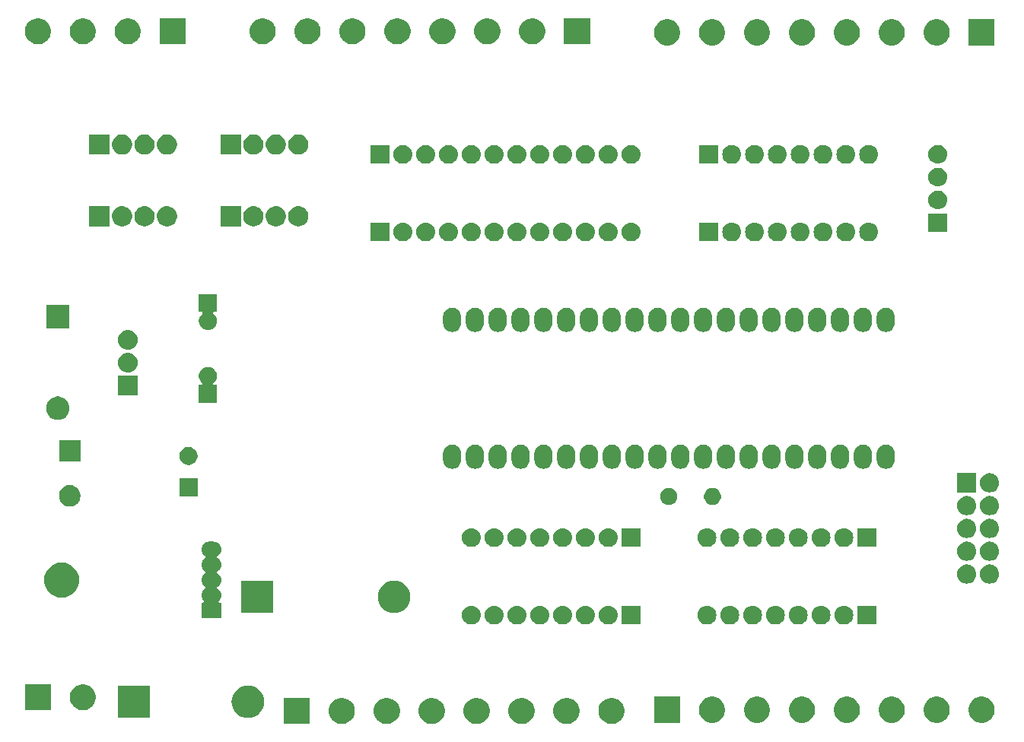
<source format=gbr>
G04 #@! TF.GenerationSoftware,KiCad,Pcbnew,5.1.1*
G04 #@! TF.CreationDate,2019-04-25T13:19:34+05:30*
G04 #@! TF.ProjectId,OpenPLC_V2,4f70656e-504c-4435-9f56-322e6b696361,rev?*
G04 #@! TF.SameCoordinates,Original*
G04 #@! TF.FileFunction,Soldermask,Bot*
G04 #@! TF.FilePolarity,Negative*
%FSLAX46Y46*%
G04 Gerber Fmt 4.6, Leading zero omitted, Abs format (unit mm)*
G04 Created by KiCad (PCBNEW 5.1.1) date 2019-04-25 13:19:34*
%MOMM*%
%LPD*%
G04 APERTURE LIST*
%ADD10C,0.100000*%
G04 APERTURE END LIST*
D10*
G36*
X160263948Y-119001722D02*
G01*
X160527831Y-119111026D01*
X160527833Y-119111027D01*
X160765321Y-119269711D01*
X160967289Y-119471679D01*
X161125973Y-119709167D01*
X161125974Y-119709169D01*
X161235278Y-119973052D01*
X161291000Y-120253186D01*
X161291000Y-120538814D01*
X161235278Y-120818948D01*
X161208379Y-120883887D01*
X161125973Y-121082833D01*
X160967289Y-121320321D01*
X160765321Y-121522289D01*
X160527833Y-121680973D01*
X160527832Y-121680974D01*
X160527831Y-121680974D01*
X160263948Y-121790278D01*
X159983814Y-121846000D01*
X159698186Y-121846000D01*
X159418052Y-121790278D01*
X159154169Y-121680974D01*
X159154168Y-121680974D01*
X159154167Y-121680973D01*
X158916679Y-121522289D01*
X158714711Y-121320321D01*
X158556027Y-121082833D01*
X158473621Y-120883887D01*
X158446722Y-120818948D01*
X158391000Y-120538814D01*
X158391000Y-120253186D01*
X158446722Y-119973052D01*
X158556026Y-119709169D01*
X158556027Y-119709167D01*
X158714711Y-119471679D01*
X158916679Y-119269711D01*
X159154167Y-119111027D01*
X159154169Y-119111026D01*
X159418052Y-119001722D01*
X159698186Y-118946000D01*
X159983814Y-118946000D01*
X160263948Y-119001722D01*
X160263948Y-119001722D01*
G37*
G36*
X130263948Y-119001722D02*
G01*
X130527831Y-119111026D01*
X130527833Y-119111027D01*
X130765321Y-119269711D01*
X130967289Y-119471679D01*
X131125973Y-119709167D01*
X131125974Y-119709169D01*
X131235278Y-119973052D01*
X131291000Y-120253186D01*
X131291000Y-120538814D01*
X131235278Y-120818948D01*
X131208379Y-120883887D01*
X131125973Y-121082833D01*
X130967289Y-121320321D01*
X130765321Y-121522289D01*
X130527833Y-121680973D01*
X130527832Y-121680974D01*
X130527831Y-121680974D01*
X130263948Y-121790278D01*
X129983814Y-121846000D01*
X129698186Y-121846000D01*
X129418052Y-121790278D01*
X129154169Y-121680974D01*
X129154168Y-121680974D01*
X129154167Y-121680973D01*
X128916679Y-121522289D01*
X128714711Y-121320321D01*
X128556027Y-121082833D01*
X128473621Y-120883887D01*
X128446722Y-120818948D01*
X128391000Y-120538814D01*
X128391000Y-120253186D01*
X128446722Y-119973052D01*
X128556026Y-119709169D01*
X128556027Y-119709167D01*
X128714711Y-119471679D01*
X128916679Y-119269711D01*
X129154167Y-119111027D01*
X129154169Y-119111026D01*
X129418052Y-119001722D01*
X129698186Y-118946000D01*
X129983814Y-118946000D01*
X130263948Y-119001722D01*
X130263948Y-119001722D01*
G37*
G36*
X126291000Y-121846000D02*
G01*
X123391000Y-121846000D01*
X123391000Y-118946000D01*
X126291000Y-118946000D01*
X126291000Y-121846000D01*
X126291000Y-121846000D01*
G37*
G36*
X135263948Y-119001722D02*
G01*
X135527831Y-119111026D01*
X135527833Y-119111027D01*
X135765321Y-119269711D01*
X135967289Y-119471679D01*
X136125973Y-119709167D01*
X136125974Y-119709169D01*
X136235278Y-119973052D01*
X136291000Y-120253186D01*
X136291000Y-120538814D01*
X136235278Y-120818948D01*
X136208379Y-120883887D01*
X136125973Y-121082833D01*
X135967289Y-121320321D01*
X135765321Y-121522289D01*
X135527833Y-121680973D01*
X135527832Y-121680974D01*
X135527831Y-121680974D01*
X135263948Y-121790278D01*
X134983814Y-121846000D01*
X134698186Y-121846000D01*
X134418052Y-121790278D01*
X134154169Y-121680974D01*
X134154168Y-121680974D01*
X134154167Y-121680973D01*
X133916679Y-121522289D01*
X133714711Y-121320321D01*
X133556027Y-121082833D01*
X133473621Y-120883887D01*
X133446722Y-120818948D01*
X133391000Y-120538814D01*
X133391000Y-120253186D01*
X133446722Y-119973052D01*
X133556026Y-119709169D01*
X133556027Y-119709167D01*
X133714711Y-119471679D01*
X133916679Y-119269711D01*
X134154167Y-119111027D01*
X134154169Y-119111026D01*
X134418052Y-119001722D01*
X134698186Y-118946000D01*
X134983814Y-118946000D01*
X135263948Y-119001722D01*
X135263948Y-119001722D01*
G37*
G36*
X140263948Y-119001722D02*
G01*
X140527831Y-119111026D01*
X140527833Y-119111027D01*
X140765321Y-119269711D01*
X140967289Y-119471679D01*
X141125973Y-119709167D01*
X141125974Y-119709169D01*
X141235278Y-119973052D01*
X141291000Y-120253186D01*
X141291000Y-120538814D01*
X141235278Y-120818948D01*
X141208379Y-120883887D01*
X141125973Y-121082833D01*
X140967289Y-121320321D01*
X140765321Y-121522289D01*
X140527833Y-121680973D01*
X140527832Y-121680974D01*
X140527831Y-121680974D01*
X140263948Y-121790278D01*
X139983814Y-121846000D01*
X139698186Y-121846000D01*
X139418052Y-121790278D01*
X139154169Y-121680974D01*
X139154168Y-121680974D01*
X139154167Y-121680973D01*
X138916679Y-121522289D01*
X138714711Y-121320321D01*
X138556027Y-121082833D01*
X138473621Y-120883887D01*
X138446722Y-120818948D01*
X138391000Y-120538814D01*
X138391000Y-120253186D01*
X138446722Y-119973052D01*
X138556026Y-119709169D01*
X138556027Y-119709167D01*
X138714711Y-119471679D01*
X138916679Y-119269711D01*
X139154167Y-119111027D01*
X139154169Y-119111026D01*
X139418052Y-119001722D01*
X139698186Y-118946000D01*
X139983814Y-118946000D01*
X140263948Y-119001722D01*
X140263948Y-119001722D01*
G37*
G36*
X145263948Y-119001722D02*
G01*
X145527831Y-119111026D01*
X145527833Y-119111027D01*
X145765321Y-119269711D01*
X145967289Y-119471679D01*
X146125973Y-119709167D01*
X146125974Y-119709169D01*
X146235278Y-119973052D01*
X146291000Y-120253186D01*
X146291000Y-120538814D01*
X146235278Y-120818948D01*
X146208379Y-120883887D01*
X146125973Y-121082833D01*
X145967289Y-121320321D01*
X145765321Y-121522289D01*
X145527833Y-121680973D01*
X145527832Y-121680974D01*
X145527831Y-121680974D01*
X145263948Y-121790278D01*
X144983814Y-121846000D01*
X144698186Y-121846000D01*
X144418052Y-121790278D01*
X144154169Y-121680974D01*
X144154168Y-121680974D01*
X144154167Y-121680973D01*
X143916679Y-121522289D01*
X143714711Y-121320321D01*
X143556027Y-121082833D01*
X143473621Y-120883887D01*
X143446722Y-120818948D01*
X143391000Y-120538814D01*
X143391000Y-120253186D01*
X143446722Y-119973052D01*
X143556026Y-119709169D01*
X143556027Y-119709167D01*
X143714711Y-119471679D01*
X143916679Y-119269711D01*
X144154167Y-119111027D01*
X144154169Y-119111026D01*
X144418052Y-119001722D01*
X144698186Y-118946000D01*
X144983814Y-118946000D01*
X145263948Y-119001722D01*
X145263948Y-119001722D01*
G37*
G36*
X150263948Y-119001722D02*
G01*
X150527831Y-119111026D01*
X150527833Y-119111027D01*
X150765321Y-119269711D01*
X150967289Y-119471679D01*
X151125973Y-119709167D01*
X151125974Y-119709169D01*
X151235278Y-119973052D01*
X151291000Y-120253186D01*
X151291000Y-120538814D01*
X151235278Y-120818948D01*
X151208379Y-120883887D01*
X151125973Y-121082833D01*
X150967289Y-121320321D01*
X150765321Y-121522289D01*
X150527833Y-121680973D01*
X150527832Y-121680974D01*
X150527831Y-121680974D01*
X150263948Y-121790278D01*
X149983814Y-121846000D01*
X149698186Y-121846000D01*
X149418052Y-121790278D01*
X149154169Y-121680974D01*
X149154168Y-121680974D01*
X149154167Y-121680973D01*
X148916679Y-121522289D01*
X148714711Y-121320321D01*
X148556027Y-121082833D01*
X148473621Y-120883887D01*
X148446722Y-120818948D01*
X148391000Y-120538814D01*
X148391000Y-120253186D01*
X148446722Y-119973052D01*
X148556026Y-119709169D01*
X148556027Y-119709167D01*
X148714711Y-119471679D01*
X148916679Y-119269711D01*
X149154167Y-119111027D01*
X149154169Y-119111026D01*
X149418052Y-119001722D01*
X149698186Y-118946000D01*
X149983814Y-118946000D01*
X150263948Y-119001722D01*
X150263948Y-119001722D01*
G37*
G36*
X155263948Y-119001722D02*
G01*
X155527831Y-119111026D01*
X155527833Y-119111027D01*
X155765321Y-119269711D01*
X155967289Y-119471679D01*
X156125973Y-119709167D01*
X156125974Y-119709169D01*
X156235278Y-119973052D01*
X156291000Y-120253186D01*
X156291000Y-120538814D01*
X156235278Y-120818948D01*
X156208379Y-120883887D01*
X156125973Y-121082833D01*
X155967289Y-121320321D01*
X155765321Y-121522289D01*
X155527833Y-121680973D01*
X155527832Y-121680974D01*
X155527831Y-121680974D01*
X155263948Y-121790278D01*
X154983814Y-121846000D01*
X154698186Y-121846000D01*
X154418052Y-121790278D01*
X154154169Y-121680974D01*
X154154168Y-121680974D01*
X154154167Y-121680973D01*
X153916679Y-121522289D01*
X153714711Y-121320321D01*
X153556027Y-121082833D01*
X153473621Y-120883887D01*
X153446722Y-120818948D01*
X153391000Y-120538814D01*
X153391000Y-120253186D01*
X153446722Y-119973052D01*
X153556026Y-119709169D01*
X153556027Y-119709167D01*
X153714711Y-119471679D01*
X153916679Y-119269711D01*
X154154167Y-119111027D01*
X154154169Y-119111026D01*
X154418052Y-119001722D01*
X154698186Y-118946000D01*
X154983814Y-118946000D01*
X155263948Y-119001722D01*
X155263948Y-119001722D01*
G37*
G36*
X191463948Y-118874722D02*
G01*
X191727831Y-118984026D01*
X191727833Y-118984027D01*
X191965321Y-119142711D01*
X192167289Y-119344679D01*
X192325973Y-119582167D01*
X192325974Y-119582169D01*
X192435278Y-119846052D01*
X192491000Y-120126186D01*
X192491000Y-120411814D01*
X192435278Y-120691948D01*
X192382672Y-120818949D01*
X192325973Y-120955833D01*
X192167289Y-121193321D01*
X191965321Y-121395289D01*
X191727833Y-121553973D01*
X191727832Y-121553974D01*
X191727831Y-121553974D01*
X191463948Y-121663278D01*
X191183814Y-121719000D01*
X190898186Y-121719000D01*
X190618052Y-121663278D01*
X190354169Y-121553974D01*
X190354168Y-121553974D01*
X190354167Y-121553973D01*
X190116679Y-121395289D01*
X189914711Y-121193321D01*
X189756027Y-120955833D01*
X189699328Y-120818949D01*
X189646722Y-120691948D01*
X189591000Y-120411814D01*
X189591000Y-120126186D01*
X189646722Y-119846052D01*
X189756026Y-119582169D01*
X189756027Y-119582167D01*
X189914711Y-119344679D01*
X190116679Y-119142711D01*
X190354167Y-118984027D01*
X190354169Y-118984026D01*
X190618052Y-118874722D01*
X190898186Y-118819000D01*
X191183814Y-118819000D01*
X191463948Y-118874722D01*
X191463948Y-118874722D01*
G37*
G36*
X201463948Y-118874722D02*
G01*
X201727831Y-118984026D01*
X201727833Y-118984027D01*
X201965321Y-119142711D01*
X202167289Y-119344679D01*
X202325973Y-119582167D01*
X202325974Y-119582169D01*
X202435278Y-119846052D01*
X202491000Y-120126186D01*
X202491000Y-120411814D01*
X202435278Y-120691948D01*
X202382672Y-120818949D01*
X202325973Y-120955833D01*
X202167289Y-121193321D01*
X201965321Y-121395289D01*
X201727833Y-121553973D01*
X201727832Y-121553974D01*
X201727831Y-121553974D01*
X201463948Y-121663278D01*
X201183814Y-121719000D01*
X200898186Y-121719000D01*
X200618052Y-121663278D01*
X200354169Y-121553974D01*
X200354168Y-121553974D01*
X200354167Y-121553973D01*
X200116679Y-121395289D01*
X199914711Y-121193321D01*
X199756027Y-120955833D01*
X199699328Y-120818949D01*
X199646722Y-120691948D01*
X199591000Y-120411814D01*
X199591000Y-120126186D01*
X199646722Y-119846052D01*
X199756026Y-119582169D01*
X199756027Y-119582167D01*
X199914711Y-119344679D01*
X200116679Y-119142711D01*
X200354167Y-118984027D01*
X200354169Y-118984026D01*
X200618052Y-118874722D01*
X200898186Y-118819000D01*
X201183814Y-118819000D01*
X201463948Y-118874722D01*
X201463948Y-118874722D01*
G37*
G36*
X186463948Y-118874722D02*
G01*
X186727831Y-118984026D01*
X186727833Y-118984027D01*
X186965321Y-119142711D01*
X187167289Y-119344679D01*
X187325973Y-119582167D01*
X187325974Y-119582169D01*
X187435278Y-119846052D01*
X187491000Y-120126186D01*
X187491000Y-120411814D01*
X187435278Y-120691948D01*
X187382672Y-120818949D01*
X187325973Y-120955833D01*
X187167289Y-121193321D01*
X186965321Y-121395289D01*
X186727833Y-121553973D01*
X186727832Y-121553974D01*
X186727831Y-121553974D01*
X186463948Y-121663278D01*
X186183814Y-121719000D01*
X185898186Y-121719000D01*
X185618052Y-121663278D01*
X185354169Y-121553974D01*
X185354168Y-121553974D01*
X185354167Y-121553973D01*
X185116679Y-121395289D01*
X184914711Y-121193321D01*
X184756027Y-120955833D01*
X184699328Y-120818949D01*
X184646722Y-120691948D01*
X184591000Y-120411814D01*
X184591000Y-120126186D01*
X184646722Y-119846052D01*
X184756026Y-119582169D01*
X184756027Y-119582167D01*
X184914711Y-119344679D01*
X185116679Y-119142711D01*
X185354167Y-118984027D01*
X185354169Y-118984026D01*
X185618052Y-118874722D01*
X185898186Y-118819000D01*
X186183814Y-118819000D01*
X186463948Y-118874722D01*
X186463948Y-118874722D01*
G37*
G36*
X181463948Y-118874722D02*
G01*
X181727831Y-118984026D01*
X181727833Y-118984027D01*
X181965321Y-119142711D01*
X182167289Y-119344679D01*
X182325973Y-119582167D01*
X182325974Y-119582169D01*
X182435278Y-119846052D01*
X182491000Y-120126186D01*
X182491000Y-120411814D01*
X182435278Y-120691948D01*
X182382672Y-120818949D01*
X182325973Y-120955833D01*
X182167289Y-121193321D01*
X181965321Y-121395289D01*
X181727833Y-121553973D01*
X181727832Y-121553974D01*
X181727831Y-121553974D01*
X181463948Y-121663278D01*
X181183814Y-121719000D01*
X180898186Y-121719000D01*
X180618052Y-121663278D01*
X180354169Y-121553974D01*
X180354168Y-121553974D01*
X180354167Y-121553973D01*
X180116679Y-121395289D01*
X179914711Y-121193321D01*
X179756027Y-120955833D01*
X179699328Y-120818949D01*
X179646722Y-120691948D01*
X179591000Y-120411814D01*
X179591000Y-120126186D01*
X179646722Y-119846052D01*
X179756026Y-119582169D01*
X179756027Y-119582167D01*
X179914711Y-119344679D01*
X180116679Y-119142711D01*
X180354167Y-118984027D01*
X180354169Y-118984026D01*
X180618052Y-118874722D01*
X180898186Y-118819000D01*
X181183814Y-118819000D01*
X181463948Y-118874722D01*
X181463948Y-118874722D01*
G37*
G36*
X176463948Y-118874722D02*
G01*
X176727831Y-118984026D01*
X176727833Y-118984027D01*
X176965321Y-119142711D01*
X177167289Y-119344679D01*
X177325973Y-119582167D01*
X177325974Y-119582169D01*
X177435278Y-119846052D01*
X177491000Y-120126186D01*
X177491000Y-120411814D01*
X177435278Y-120691948D01*
X177382672Y-120818949D01*
X177325973Y-120955833D01*
X177167289Y-121193321D01*
X176965321Y-121395289D01*
X176727833Y-121553973D01*
X176727832Y-121553974D01*
X176727831Y-121553974D01*
X176463948Y-121663278D01*
X176183814Y-121719000D01*
X175898186Y-121719000D01*
X175618052Y-121663278D01*
X175354169Y-121553974D01*
X175354168Y-121553974D01*
X175354167Y-121553973D01*
X175116679Y-121395289D01*
X174914711Y-121193321D01*
X174756027Y-120955833D01*
X174699328Y-120818949D01*
X174646722Y-120691948D01*
X174591000Y-120411814D01*
X174591000Y-120126186D01*
X174646722Y-119846052D01*
X174756026Y-119582169D01*
X174756027Y-119582167D01*
X174914711Y-119344679D01*
X175116679Y-119142711D01*
X175354167Y-118984027D01*
X175354169Y-118984026D01*
X175618052Y-118874722D01*
X175898186Y-118819000D01*
X176183814Y-118819000D01*
X176463948Y-118874722D01*
X176463948Y-118874722D01*
G37*
G36*
X167491000Y-121719000D02*
G01*
X164591000Y-121719000D01*
X164591000Y-118819000D01*
X167491000Y-118819000D01*
X167491000Y-121719000D01*
X167491000Y-121719000D01*
G37*
G36*
X171463948Y-118874722D02*
G01*
X171727831Y-118984026D01*
X171727833Y-118984027D01*
X171965321Y-119142711D01*
X172167289Y-119344679D01*
X172325973Y-119582167D01*
X172325974Y-119582169D01*
X172435278Y-119846052D01*
X172491000Y-120126186D01*
X172491000Y-120411814D01*
X172435278Y-120691948D01*
X172382672Y-120818949D01*
X172325973Y-120955833D01*
X172167289Y-121193321D01*
X171965321Y-121395289D01*
X171727833Y-121553973D01*
X171727832Y-121553974D01*
X171727831Y-121553974D01*
X171463948Y-121663278D01*
X171183814Y-121719000D01*
X170898186Y-121719000D01*
X170618052Y-121663278D01*
X170354169Y-121553974D01*
X170354168Y-121553974D01*
X170354167Y-121553973D01*
X170116679Y-121395289D01*
X169914711Y-121193321D01*
X169756027Y-120955833D01*
X169699328Y-120818949D01*
X169646722Y-120691948D01*
X169591000Y-120411814D01*
X169591000Y-120126186D01*
X169646722Y-119846052D01*
X169756026Y-119582169D01*
X169756027Y-119582167D01*
X169914711Y-119344679D01*
X170116679Y-119142711D01*
X170354167Y-118984027D01*
X170354169Y-118984026D01*
X170618052Y-118874722D01*
X170898186Y-118819000D01*
X171183814Y-118819000D01*
X171463948Y-118874722D01*
X171463948Y-118874722D01*
G37*
G36*
X196463948Y-118874722D02*
G01*
X196727831Y-118984026D01*
X196727833Y-118984027D01*
X196965321Y-119142711D01*
X197167289Y-119344679D01*
X197325973Y-119582167D01*
X197325974Y-119582169D01*
X197435278Y-119846052D01*
X197491000Y-120126186D01*
X197491000Y-120411814D01*
X197435278Y-120691948D01*
X197382672Y-120818949D01*
X197325973Y-120955833D01*
X197167289Y-121193321D01*
X196965321Y-121395289D01*
X196727833Y-121553973D01*
X196727832Y-121553974D01*
X196727831Y-121553974D01*
X196463948Y-121663278D01*
X196183814Y-121719000D01*
X195898186Y-121719000D01*
X195618052Y-121663278D01*
X195354169Y-121553974D01*
X195354168Y-121553974D01*
X195354167Y-121553973D01*
X195116679Y-121395289D01*
X194914711Y-121193321D01*
X194756027Y-120955833D01*
X194699328Y-120818949D01*
X194646722Y-120691948D01*
X194591000Y-120411814D01*
X194591000Y-120126186D01*
X194646722Y-119846052D01*
X194756026Y-119582169D01*
X194756027Y-119582167D01*
X194914711Y-119344679D01*
X195116679Y-119142711D01*
X195354167Y-118984027D01*
X195354169Y-118984026D01*
X195618052Y-118874722D01*
X195898186Y-118819000D01*
X196183814Y-118819000D01*
X196463948Y-118874722D01*
X196463948Y-118874722D01*
G37*
G36*
X119732860Y-117606044D02*
G01*
X120072166Y-117708972D01*
X120237997Y-117797611D01*
X120384865Y-117876113D01*
X120470024Y-117946002D01*
X120658951Y-118101049D01*
X120813998Y-118289976D01*
X120883887Y-118375135D01*
X120923396Y-118449052D01*
X121051028Y-118687834D01*
X121153956Y-119027140D01*
X121188709Y-119380000D01*
X121153956Y-119732860D01*
X121051028Y-120072166D01*
X121005697Y-120156974D01*
X120883887Y-120384865D01*
X120861771Y-120411813D01*
X120658951Y-120658951D01*
X120470024Y-120813998D01*
X120384865Y-120883887D01*
X120250267Y-120955831D01*
X120072166Y-121051028D01*
X119732860Y-121153956D01*
X119468427Y-121180000D01*
X119291573Y-121180000D01*
X119027140Y-121153956D01*
X118687834Y-121051028D01*
X118509733Y-120955831D01*
X118375135Y-120883887D01*
X118289976Y-120813998D01*
X118101049Y-120658951D01*
X117898229Y-120411813D01*
X117876113Y-120384865D01*
X117754303Y-120156974D01*
X117708972Y-120072166D01*
X117606044Y-119732860D01*
X117571291Y-119380000D01*
X117606044Y-119027140D01*
X117708972Y-118687834D01*
X117836604Y-118449052D01*
X117876113Y-118375135D01*
X117946002Y-118289976D01*
X118101049Y-118101049D01*
X118289976Y-117946002D01*
X118375135Y-117876113D01*
X118522003Y-117797611D01*
X118687834Y-117708972D01*
X119027140Y-117606044D01*
X119291573Y-117580000D01*
X119468427Y-117580000D01*
X119732860Y-117606044D01*
X119732860Y-117606044D01*
G37*
G36*
X108480000Y-121180000D02*
G01*
X104880000Y-121180000D01*
X104880000Y-117580000D01*
X108480000Y-117580000D01*
X108480000Y-121180000D01*
X108480000Y-121180000D01*
G37*
G36*
X97462000Y-120322000D02*
G01*
X94562000Y-120322000D01*
X94562000Y-117422000D01*
X97462000Y-117422000D01*
X97462000Y-120322000D01*
X97462000Y-120322000D01*
G37*
G36*
X101434948Y-117477722D02*
G01*
X101698831Y-117587026D01*
X101698833Y-117587027D01*
X101936321Y-117745711D01*
X102138289Y-117947679D01*
X102240767Y-118101049D01*
X102296974Y-118185169D01*
X102406278Y-118449052D01*
X102462000Y-118729186D01*
X102462000Y-119014814D01*
X102406278Y-119294948D01*
X102333073Y-119471680D01*
X102296973Y-119558833D01*
X102138289Y-119796321D01*
X101936321Y-119998289D01*
X101698833Y-120156973D01*
X101698832Y-120156974D01*
X101698831Y-120156974D01*
X101434948Y-120266278D01*
X101154814Y-120322000D01*
X100869186Y-120322000D01*
X100589052Y-120266278D01*
X100325169Y-120156974D01*
X100325168Y-120156974D01*
X100325167Y-120156973D01*
X100087679Y-119998289D01*
X99885711Y-119796321D01*
X99727027Y-119558833D01*
X99690927Y-119471680D01*
X99617722Y-119294948D01*
X99562000Y-119014814D01*
X99562000Y-118729186D01*
X99617722Y-118449052D01*
X99727026Y-118185169D01*
X99783233Y-118101049D01*
X99885711Y-117947679D01*
X100087679Y-117745711D01*
X100325167Y-117587027D01*
X100325169Y-117587026D01*
X100589052Y-117477722D01*
X100869186Y-117422000D01*
X101154814Y-117422000D01*
X101434948Y-117477722D01*
X101434948Y-117477722D01*
G37*
G36*
X157090707Y-108685596D02*
G01*
X157167836Y-108693193D01*
X157365762Y-108753233D01*
X157365765Y-108753234D01*
X157548170Y-108850732D01*
X157708055Y-108981945D01*
X157839268Y-109141830D01*
X157936766Y-109324235D01*
X157936767Y-109324238D01*
X157996807Y-109522164D01*
X158017080Y-109728000D01*
X157996807Y-109933836D01*
X157936767Y-110131762D01*
X157936766Y-110131765D01*
X157839268Y-110314170D01*
X157708055Y-110474055D01*
X157548170Y-110605268D01*
X157365765Y-110702766D01*
X157365762Y-110702767D01*
X157167836Y-110762807D01*
X157090707Y-110770404D01*
X157013580Y-110778000D01*
X156910420Y-110778000D01*
X156833293Y-110770404D01*
X156756164Y-110762807D01*
X156558238Y-110702767D01*
X156558235Y-110702766D01*
X156375830Y-110605268D01*
X156215945Y-110474055D01*
X156084732Y-110314170D01*
X155987234Y-110131765D01*
X155987233Y-110131762D01*
X155927193Y-109933836D01*
X155906920Y-109728000D01*
X155927193Y-109522164D01*
X155987233Y-109324238D01*
X155987234Y-109324235D01*
X156084732Y-109141830D01*
X156215945Y-108981945D01*
X156375830Y-108850732D01*
X156558235Y-108753234D01*
X156558238Y-108753233D01*
X156756164Y-108693193D01*
X156833293Y-108685596D01*
X156910420Y-108678000D01*
X157013580Y-108678000D01*
X157090707Y-108685596D01*
X157090707Y-108685596D01*
G37*
G36*
X189295430Y-110778000D02*
G01*
X187195430Y-110778000D01*
X187195430Y-108678000D01*
X189295430Y-108678000D01*
X189295430Y-110778000D01*
X189295430Y-110778000D01*
G37*
G36*
X183294137Y-108685596D02*
G01*
X183371266Y-108693193D01*
X183569192Y-108753233D01*
X183569195Y-108753234D01*
X183751600Y-108850732D01*
X183911485Y-108981945D01*
X184042698Y-109141830D01*
X184140196Y-109324235D01*
X184140197Y-109324238D01*
X184200237Y-109522164D01*
X184220510Y-109728000D01*
X184200237Y-109933836D01*
X184140197Y-110131762D01*
X184140196Y-110131765D01*
X184042698Y-110314170D01*
X183911485Y-110474055D01*
X183751600Y-110605268D01*
X183569195Y-110702766D01*
X183569192Y-110702767D01*
X183371266Y-110762807D01*
X183294137Y-110770404D01*
X183217010Y-110778000D01*
X183113850Y-110778000D01*
X183036723Y-110770404D01*
X182959594Y-110762807D01*
X182761668Y-110702767D01*
X182761665Y-110702766D01*
X182579260Y-110605268D01*
X182419375Y-110474055D01*
X182288162Y-110314170D01*
X182190664Y-110131765D01*
X182190663Y-110131762D01*
X182130623Y-109933836D01*
X182110350Y-109728000D01*
X182130623Y-109522164D01*
X182190663Y-109324238D01*
X182190664Y-109324235D01*
X182288162Y-109141830D01*
X182419375Y-108981945D01*
X182579260Y-108850732D01*
X182761665Y-108753234D01*
X182761668Y-108753233D01*
X182959594Y-108693193D01*
X183036723Y-108685596D01*
X183113850Y-108678000D01*
X183217010Y-108678000D01*
X183294137Y-108685596D01*
X183294137Y-108685596D01*
G37*
G36*
X180754137Y-108685596D02*
G01*
X180831266Y-108693193D01*
X181029192Y-108753233D01*
X181029195Y-108753234D01*
X181211600Y-108850732D01*
X181371485Y-108981945D01*
X181502698Y-109141830D01*
X181600196Y-109324235D01*
X181600197Y-109324238D01*
X181660237Y-109522164D01*
X181680510Y-109728000D01*
X181660237Y-109933836D01*
X181600197Y-110131762D01*
X181600196Y-110131765D01*
X181502698Y-110314170D01*
X181371485Y-110474055D01*
X181211600Y-110605268D01*
X181029195Y-110702766D01*
X181029192Y-110702767D01*
X180831266Y-110762807D01*
X180754137Y-110770404D01*
X180677010Y-110778000D01*
X180573850Y-110778000D01*
X180496723Y-110770404D01*
X180419594Y-110762807D01*
X180221668Y-110702767D01*
X180221665Y-110702766D01*
X180039260Y-110605268D01*
X179879375Y-110474055D01*
X179748162Y-110314170D01*
X179650664Y-110131765D01*
X179650663Y-110131762D01*
X179590623Y-109933836D01*
X179570350Y-109728000D01*
X179590623Y-109522164D01*
X179650663Y-109324238D01*
X179650664Y-109324235D01*
X179748162Y-109141830D01*
X179879375Y-108981945D01*
X180039260Y-108850732D01*
X180221665Y-108753234D01*
X180221668Y-108753233D01*
X180419594Y-108693193D01*
X180496723Y-108685596D01*
X180573850Y-108678000D01*
X180677010Y-108678000D01*
X180754137Y-108685596D01*
X180754137Y-108685596D01*
G37*
G36*
X178214137Y-108685596D02*
G01*
X178291266Y-108693193D01*
X178489192Y-108753233D01*
X178489195Y-108753234D01*
X178671600Y-108850732D01*
X178831485Y-108981945D01*
X178962698Y-109141830D01*
X179060196Y-109324235D01*
X179060197Y-109324238D01*
X179120237Y-109522164D01*
X179140510Y-109728000D01*
X179120237Y-109933836D01*
X179060197Y-110131762D01*
X179060196Y-110131765D01*
X178962698Y-110314170D01*
X178831485Y-110474055D01*
X178671600Y-110605268D01*
X178489195Y-110702766D01*
X178489192Y-110702767D01*
X178291266Y-110762807D01*
X178214137Y-110770404D01*
X178137010Y-110778000D01*
X178033850Y-110778000D01*
X177956723Y-110770404D01*
X177879594Y-110762807D01*
X177681668Y-110702767D01*
X177681665Y-110702766D01*
X177499260Y-110605268D01*
X177339375Y-110474055D01*
X177208162Y-110314170D01*
X177110664Y-110131765D01*
X177110663Y-110131762D01*
X177050623Y-109933836D01*
X177030350Y-109728000D01*
X177050623Y-109522164D01*
X177110663Y-109324238D01*
X177110664Y-109324235D01*
X177208162Y-109141830D01*
X177339375Y-108981945D01*
X177499260Y-108850732D01*
X177681665Y-108753234D01*
X177681668Y-108753233D01*
X177879594Y-108693193D01*
X177956723Y-108685596D01*
X178033850Y-108678000D01*
X178137010Y-108678000D01*
X178214137Y-108685596D01*
X178214137Y-108685596D01*
G37*
G36*
X144390707Y-108685596D02*
G01*
X144467836Y-108693193D01*
X144665762Y-108753233D01*
X144665765Y-108753234D01*
X144848170Y-108850732D01*
X145008055Y-108981945D01*
X145139268Y-109141830D01*
X145236766Y-109324235D01*
X145236767Y-109324238D01*
X145296807Y-109522164D01*
X145317080Y-109728000D01*
X145296807Y-109933836D01*
X145236767Y-110131762D01*
X145236766Y-110131765D01*
X145139268Y-110314170D01*
X145008055Y-110474055D01*
X144848170Y-110605268D01*
X144665765Y-110702766D01*
X144665762Y-110702767D01*
X144467836Y-110762807D01*
X144390707Y-110770404D01*
X144313580Y-110778000D01*
X144210420Y-110778000D01*
X144133293Y-110770404D01*
X144056164Y-110762807D01*
X143858238Y-110702767D01*
X143858235Y-110702766D01*
X143675830Y-110605268D01*
X143515945Y-110474055D01*
X143384732Y-110314170D01*
X143287234Y-110131765D01*
X143287233Y-110131762D01*
X143227193Y-109933836D01*
X143206920Y-109728000D01*
X143227193Y-109522164D01*
X143287233Y-109324238D01*
X143287234Y-109324235D01*
X143384732Y-109141830D01*
X143515945Y-108981945D01*
X143675830Y-108850732D01*
X143858235Y-108753234D01*
X143858238Y-108753233D01*
X144056164Y-108693193D01*
X144133293Y-108685596D01*
X144210420Y-108678000D01*
X144313580Y-108678000D01*
X144390707Y-108685596D01*
X144390707Y-108685596D01*
G37*
G36*
X146930707Y-108685596D02*
G01*
X147007836Y-108693193D01*
X147205762Y-108753233D01*
X147205765Y-108753234D01*
X147388170Y-108850732D01*
X147548055Y-108981945D01*
X147679268Y-109141830D01*
X147776766Y-109324235D01*
X147776767Y-109324238D01*
X147836807Y-109522164D01*
X147857080Y-109728000D01*
X147836807Y-109933836D01*
X147776767Y-110131762D01*
X147776766Y-110131765D01*
X147679268Y-110314170D01*
X147548055Y-110474055D01*
X147388170Y-110605268D01*
X147205765Y-110702766D01*
X147205762Y-110702767D01*
X147007836Y-110762807D01*
X146930707Y-110770404D01*
X146853580Y-110778000D01*
X146750420Y-110778000D01*
X146673293Y-110770404D01*
X146596164Y-110762807D01*
X146398238Y-110702767D01*
X146398235Y-110702766D01*
X146215830Y-110605268D01*
X146055945Y-110474055D01*
X145924732Y-110314170D01*
X145827234Y-110131765D01*
X145827233Y-110131762D01*
X145767193Y-109933836D01*
X145746920Y-109728000D01*
X145767193Y-109522164D01*
X145827233Y-109324238D01*
X145827234Y-109324235D01*
X145924732Y-109141830D01*
X146055945Y-108981945D01*
X146215830Y-108850732D01*
X146398235Y-108753234D01*
X146398238Y-108753233D01*
X146596164Y-108693193D01*
X146673293Y-108685596D01*
X146750420Y-108678000D01*
X146853580Y-108678000D01*
X146930707Y-108685596D01*
X146930707Y-108685596D01*
G37*
G36*
X149470707Y-108685596D02*
G01*
X149547836Y-108693193D01*
X149745762Y-108753233D01*
X149745765Y-108753234D01*
X149928170Y-108850732D01*
X150088055Y-108981945D01*
X150219268Y-109141830D01*
X150316766Y-109324235D01*
X150316767Y-109324238D01*
X150376807Y-109522164D01*
X150397080Y-109728000D01*
X150376807Y-109933836D01*
X150316767Y-110131762D01*
X150316766Y-110131765D01*
X150219268Y-110314170D01*
X150088055Y-110474055D01*
X149928170Y-110605268D01*
X149745765Y-110702766D01*
X149745762Y-110702767D01*
X149547836Y-110762807D01*
X149470707Y-110770404D01*
X149393580Y-110778000D01*
X149290420Y-110778000D01*
X149213293Y-110770404D01*
X149136164Y-110762807D01*
X148938238Y-110702767D01*
X148938235Y-110702766D01*
X148755830Y-110605268D01*
X148595945Y-110474055D01*
X148464732Y-110314170D01*
X148367234Y-110131765D01*
X148367233Y-110131762D01*
X148307193Y-109933836D01*
X148286920Y-109728000D01*
X148307193Y-109522164D01*
X148367233Y-109324238D01*
X148367234Y-109324235D01*
X148464732Y-109141830D01*
X148595945Y-108981945D01*
X148755830Y-108850732D01*
X148938235Y-108753234D01*
X148938238Y-108753233D01*
X149136164Y-108693193D01*
X149213293Y-108685596D01*
X149290420Y-108678000D01*
X149393580Y-108678000D01*
X149470707Y-108685596D01*
X149470707Y-108685596D01*
G37*
G36*
X154550707Y-108685596D02*
G01*
X154627836Y-108693193D01*
X154825762Y-108753233D01*
X154825765Y-108753234D01*
X155008170Y-108850732D01*
X155168055Y-108981945D01*
X155299268Y-109141830D01*
X155396766Y-109324235D01*
X155396767Y-109324238D01*
X155456807Y-109522164D01*
X155477080Y-109728000D01*
X155456807Y-109933836D01*
X155396767Y-110131762D01*
X155396766Y-110131765D01*
X155299268Y-110314170D01*
X155168055Y-110474055D01*
X155008170Y-110605268D01*
X154825765Y-110702766D01*
X154825762Y-110702767D01*
X154627836Y-110762807D01*
X154550707Y-110770404D01*
X154473580Y-110778000D01*
X154370420Y-110778000D01*
X154293293Y-110770404D01*
X154216164Y-110762807D01*
X154018238Y-110702767D01*
X154018235Y-110702766D01*
X153835830Y-110605268D01*
X153675945Y-110474055D01*
X153544732Y-110314170D01*
X153447234Y-110131765D01*
X153447233Y-110131762D01*
X153387193Y-109933836D01*
X153366920Y-109728000D01*
X153387193Y-109522164D01*
X153447233Y-109324238D01*
X153447234Y-109324235D01*
X153544732Y-109141830D01*
X153675945Y-108981945D01*
X153835830Y-108850732D01*
X154018235Y-108753234D01*
X154018238Y-108753233D01*
X154216164Y-108693193D01*
X154293293Y-108685596D01*
X154370420Y-108678000D01*
X154473580Y-108678000D01*
X154550707Y-108685596D01*
X154550707Y-108685596D01*
G37*
G36*
X175674137Y-108685596D02*
G01*
X175751266Y-108693193D01*
X175949192Y-108753233D01*
X175949195Y-108753234D01*
X176131600Y-108850732D01*
X176291485Y-108981945D01*
X176422698Y-109141830D01*
X176520196Y-109324235D01*
X176520197Y-109324238D01*
X176580237Y-109522164D01*
X176600510Y-109728000D01*
X176580237Y-109933836D01*
X176520197Y-110131762D01*
X176520196Y-110131765D01*
X176422698Y-110314170D01*
X176291485Y-110474055D01*
X176131600Y-110605268D01*
X175949195Y-110702766D01*
X175949192Y-110702767D01*
X175751266Y-110762807D01*
X175674137Y-110770404D01*
X175597010Y-110778000D01*
X175493850Y-110778000D01*
X175416723Y-110770404D01*
X175339594Y-110762807D01*
X175141668Y-110702767D01*
X175141665Y-110702766D01*
X174959260Y-110605268D01*
X174799375Y-110474055D01*
X174668162Y-110314170D01*
X174570664Y-110131765D01*
X174570663Y-110131762D01*
X174510623Y-109933836D01*
X174490350Y-109728000D01*
X174510623Y-109522164D01*
X174570663Y-109324238D01*
X174570664Y-109324235D01*
X174668162Y-109141830D01*
X174799375Y-108981945D01*
X174959260Y-108850732D01*
X175141665Y-108753234D01*
X175141668Y-108753233D01*
X175339594Y-108693193D01*
X175416723Y-108685596D01*
X175493850Y-108678000D01*
X175597010Y-108678000D01*
X175674137Y-108685596D01*
X175674137Y-108685596D01*
G37*
G36*
X159630707Y-108685596D02*
G01*
X159707836Y-108693193D01*
X159905762Y-108753233D01*
X159905765Y-108753234D01*
X160088170Y-108850732D01*
X160248055Y-108981945D01*
X160379268Y-109141830D01*
X160476766Y-109324235D01*
X160476767Y-109324238D01*
X160536807Y-109522164D01*
X160557080Y-109728000D01*
X160536807Y-109933836D01*
X160476767Y-110131762D01*
X160476766Y-110131765D01*
X160379268Y-110314170D01*
X160248055Y-110474055D01*
X160088170Y-110605268D01*
X159905765Y-110702766D01*
X159905762Y-110702767D01*
X159707836Y-110762807D01*
X159630707Y-110770404D01*
X159553580Y-110778000D01*
X159450420Y-110778000D01*
X159373293Y-110770404D01*
X159296164Y-110762807D01*
X159098238Y-110702767D01*
X159098235Y-110702766D01*
X158915830Y-110605268D01*
X158755945Y-110474055D01*
X158624732Y-110314170D01*
X158527234Y-110131765D01*
X158527233Y-110131762D01*
X158467193Y-109933836D01*
X158446920Y-109728000D01*
X158467193Y-109522164D01*
X158527233Y-109324238D01*
X158527234Y-109324235D01*
X158624732Y-109141830D01*
X158755945Y-108981945D01*
X158915830Y-108850732D01*
X159098235Y-108753234D01*
X159098238Y-108753233D01*
X159296164Y-108693193D01*
X159373293Y-108685596D01*
X159450420Y-108678000D01*
X159553580Y-108678000D01*
X159630707Y-108685596D01*
X159630707Y-108685596D01*
G37*
G36*
X163092000Y-110778000D02*
G01*
X160992000Y-110778000D01*
X160992000Y-108678000D01*
X163092000Y-108678000D01*
X163092000Y-110778000D01*
X163092000Y-110778000D01*
G37*
G36*
X170594137Y-108685596D02*
G01*
X170671266Y-108693193D01*
X170869192Y-108753233D01*
X170869195Y-108753234D01*
X171051600Y-108850732D01*
X171211485Y-108981945D01*
X171342698Y-109141830D01*
X171440196Y-109324235D01*
X171440197Y-109324238D01*
X171500237Y-109522164D01*
X171520510Y-109728000D01*
X171500237Y-109933836D01*
X171440197Y-110131762D01*
X171440196Y-110131765D01*
X171342698Y-110314170D01*
X171211485Y-110474055D01*
X171051600Y-110605268D01*
X170869195Y-110702766D01*
X170869192Y-110702767D01*
X170671266Y-110762807D01*
X170594137Y-110770404D01*
X170517010Y-110778000D01*
X170413850Y-110778000D01*
X170336723Y-110770404D01*
X170259594Y-110762807D01*
X170061668Y-110702767D01*
X170061665Y-110702766D01*
X169879260Y-110605268D01*
X169719375Y-110474055D01*
X169588162Y-110314170D01*
X169490664Y-110131765D01*
X169490663Y-110131762D01*
X169430623Y-109933836D01*
X169410350Y-109728000D01*
X169430623Y-109522164D01*
X169490663Y-109324238D01*
X169490664Y-109324235D01*
X169588162Y-109141830D01*
X169719375Y-108981945D01*
X169879260Y-108850732D01*
X170061665Y-108753234D01*
X170061668Y-108753233D01*
X170259594Y-108693193D01*
X170336723Y-108685596D01*
X170413850Y-108678000D01*
X170517010Y-108678000D01*
X170594137Y-108685596D01*
X170594137Y-108685596D01*
G37*
G36*
X173134137Y-108685596D02*
G01*
X173211266Y-108693193D01*
X173409192Y-108753233D01*
X173409195Y-108753234D01*
X173591600Y-108850732D01*
X173751485Y-108981945D01*
X173882698Y-109141830D01*
X173980196Y-109324235D01*
X173980197Y-109324238D01*
X174040237Y-109522164D01*
X174060510Y-109728000D01*
X174040237Y-109933836D01*
X173980197Y-110131762D01*
X173980196Y-110131765D01*
X173882698Y-110314170D01*
X173751485Y-110474055D01*
X173591600Y-110605268D01*
X173409195Y-110702766D01*
X173409192Y-110702767D01*
X173211266Y-110762807D01*
X173134137Y-110770404D01*
X173057010Y-110778000D01*
X172953850Y-110778000D01*
X172876723Y-110770404D01*
X172799594Y-110762807D01*
X172601668Y-110702767D01*
X172601665Y-110702766D01*
X172419260Y-110605268D01*
X172259375Y-110474055D01*
X172128162Y-110314170D01*
X172030664Y-110131765D01*
X172030663Y-110131762D01*
X171970623Y-109933836D01*
X171950350Y-109728000D01*
X171970623Y-109522164D01*
X172030663Y-109324238D01*
X172030664Y-109324235D01*
X172128162Y-109141830D01*
X172259375Y-108981945D01*
X172419260Y-108850732D01*
X172601665Y-108753234D01*
X172601668Y-108753233D01*
X172799594Y-108693193D01*
X172876723Y-108685596D01*
X172953850Y-108678000D01*
X173057010Y-108678000D01*
X173134137Y-108685596D01*
X173134137Y-108685596D01*
G37*
G36*
X185834137Y-108685596D02*
G01*
X185911266Y-108693193D01*
X186109192Y-108753233D01*
X186109195Y-108753234D01*
X186291600Y-108850732D01*
X186451485Y-108981945D01*
X186582698Y-109141830D01*
X186680196Y-109324235D01*
X186680197Y-109324238D01*
X186740237Y-109522164D01*
X186760510Y-109728000D01*
X186740237Y-109933836D01*
X186680197Y-110131762D01*
X186680196Y-110131765D01*
X186582698Y-110314170D01*
X186451485Y-110474055D01*
X186291600Y-110605268D01*
X186109195Y-110702766D01*
X186109192Y-110702767D01*
X185911266Y-110762807D01*
X185834137Y-110770404D01*
X185757010Y-110778000D01*
X185653850Y-110778000D01*
X185576723Y-110770404D01*
X185499594Y-110762807D01*
X185301668Y-110702767D01*
X185301665Y-110702766D01*
X185119260Y-110605268D01*
X184959375Y-110474055D01*
X184828162Y-110314170D01*
X184730664Y-110131765D01*
X184730663Y-110131762D01*
X184670623Y-109933836D01*
X184650350Y-109728000D01*
X184670623Y-109522164D01*
X184730663Y-109324238D01*
X184730664Y-109324235D01*
X184828162Y-109141830D01*
X184959375Y-108981945D01*
X185119260Y-108850732D01*
X185301665Y-108753234D01*
X185301668Y-108753233D01*
X185499594Y-108693193D01*
X185576723Y-108685596D01*
X185653850Y-108678000D01*
X185757010Y-108678000D01*
X185834137Y-108685596D01*
X185834137Y-108685596D01*
G37*
G36*
X152010707Y-108685596D02*
G01*
X152087836Y-108693193D01*
X152285762Y-108753233D01*
X152285765Y-108753234D01*
X152468170Y-108850732D01*
X152628055Y-108981945D01*
X152759268Y-109141830D01*
X152856766Y-109324235D01*
X152856767Y-109324238D01*
X152916807Y-109522164D01*
X152937080Y-109728000D01*
X152916807Y-109933836D01*
X152856767Y-110131762D01*
X152856766Y-110131765D01*
X152759268Y-110314170D01*
X152628055Y-110474055D01*
X152468170Y-110605268D01*
X152285765Y-110702766D01*
X152285762Y-110702767D01*
X152087836Y-110762807D01*
X152010707Y-110770404D01*
X151933580Y-110778000D01*
X151830420Y-110778000D01*
X151753293Y-110770404D01*
X151676164Y-110762807D01*
X151478238Y-110702767D01*
X151478235Y-110702766D01*
X151295830Y-110605268D01*
X151135945Y-110474055D01*
X151004732Y-110314170D01*
X150907234Y-110131765D01*
X150907233Y-110131762D01*
X150847193Y-109933836D01*
X150826920Y-109728000D01*
X150847193Y-109522164D01*
X150907233Y-109324238D01*
X150907234Y-109324235D01*
X151004732Y-109141830D01*
X151135945Y-108981945D01*
X151295830Y-108850732D01*
X151478235Y-108753234D01*
X151478238Y-108753233D01*
X151676164Y-108693193D01*
X151753293Y-108685596D01*
X151830420Y-108678000D01*
X151933580Y-108678000D01*
X152010707Y-108685596D01*
X152010707Y-108685596D01*
G37*
G36*
X115626829Y-101549220D02*
G01*
X115712530Y-101557661D01*
X115877468Y-101607695D01*
X116029476Y-101688944D01*
X116162712Y-101798288D01*
X116272056Y-101931524D01*
X116272058Y-101931528D01*
X116344344Y-102066766D01*
X116353305Y-102083532D01*
X116403339Y-102248470D01*
X116420233Y-102420000D01*
X116403339Y-102591530D01*
X116353305Y-102756468D01*
X116272056Y-102908476D01*
X116162712Y-103041712D01*
X116029476Y-103151056D01*
X116013183Y-103159765D01*
X115992815Y-103173374D01*
X115975488Y-103190701D01*
X115961874Y-103211075D01*
X115952497Y-103233714D01*
X115947716Y-103257747D01*
X115947716Y-103282251D01*
X115952496Y-103306284D01*
X115961873Y-103328923D01*
X115975487Y-103349298D01*
X115992814Y-103366625D01*
X116013183Y-103380235D01*
X116029476Y-103388944D01*
X116162712Y-103498288D01*
X116272056Y-103631524D01*
X116353305Y-103783532D01*
X116403339Y-103948470D01*
X116420233Y-104120000D01*
X116403339Y-104291530D01*
X116353305Y-104456468D01*
X116272056Y-104608476D01*
X116162712Y-104741712D01*
X116029476Y-104851056D01*
X116013183Y-104859765D01*
X115992815Y-104873374D01*
X115975488Y-104890701D01*
X115961874Y-104911075D01*
X115952497Y-104933714D01*
X115947716Y-104957747D01*
X115947716Y-104982251D01*
X115952496Y-105006284D01*
X115961873Y-105028923D01*
X115975487Y-105049298D01*
X115992814Y-105066625D01*
X116013183Y-105080235D01*
X116029476Y-105088944D01*
X116162712Y-105198288D01*
X116272056Y-105331524D01*
X116353305Y-105483532D01*
X116403339Y-105648470D01*
X116420233Y-105820000D01*
X116403339Y-105991530D01*
X116353305Y-106156468D01*
X116272056Y-106308476D01*
X116162712Y-106441712D01*
X116029476Y-106551056D01*
X116013183Y-106559765D01*
X115992815Y-106573374D01*
X115975488Y-106590701D01*
X115961874Y-106611075D01*
X115952497Y-106633714D01*
X115947716Y-106657747D01*
X115947716Y-106682251D01*
X115952496Y-106706284D01*
X115961873Y-106728923D01*
X115975487Y-106749298D01*
X115992814Y-106766625D01*
X116013183Y-106780235D01*
X116029476Y-106788944D01*
X116162712Y-106898288D01*
X116272056Y-107031524D01*
X116353305Y-107183532D01*
X116403339Y-107348470D01*
X116420233Y-107520000D01*
X116403339Y-107691530D01*
X116353305Y-107856468D01*
X116272056Y-108008476D01*
X116163536Y-108140708D01*
X116149926Y-108161077D01*
X116140548Y-108183715D01*
X116135768Y-108207749D01*
X116135768Y-108232253D01*
X116140548Y-108256286D01*
X116149926Y-108278925D01*
X116163539Y-108299299D01*
X116180866Y-108316626D01*
X116201241Y-108330240D01*
X116223879Y-108339618D01*
X116247913Y-108344398D01*
X116260165Y-108345000D01*
X116416000Y-108345000D01*
X116416000Y-110095000D01*
X114216000Y-110095000D01*
X114216000Y-108345000D01*
X114371835Y-108345000D01*
X114396221Y-108342598D01*
X114419670Y-108335485D01*
X114441281Y-108323934D01*
X114460223Y-108308389D01*
X114475768Y-108289447D01*
X114487319Y-108267836D01*
X114494432Y-108244387D01*
X114496834Y-108220001D01*
X114494432Y-108195615D01*
X114487319Y-108172166D01*
X114475768Y-108150555D01*
X114468468Y-108140713D01*
X114359944Y-108008476D01*
X114278695Y-107856468D01*
X114228661Y-107691530D01*
X114211767Y-107520000D01*
X114228661Y-107348470D01*
X114278695Y-107183532D01*
X114359944Y-107031524D01*
X114469288Y-106898288D01*
X114602524Y-106788944D01*
X114618817Y-106780235D01*
X114639185Y-106766626D01*
X114656512Y-106749299D01*
X114670126Y-106728925D01*
X114679503Y-106706286D01*
X114684284Y-106682253D01*
X114684284Y-106657749D01*
X114679504Y-106633716D01*
X114670127Y-106611077D01*
X114656513Y-106590702D01*
X114639186Y-106573375D01*
X114618817Y-106559765D01*
X114602524Y-106551056D01*
X114469288Y-106441712D01*
X114359944Y-106308476D01*
X114278695Y-106156468D01*
X114228661Y-105991530D01*
X114211767Y-105820000D01*
X114228661Y-105648470D01*
X114278695Y-105483532D01*
X114359944Y-105331524D01*
X114469288Y-105198288D01*
X114602524Y-105088944D01*
X114618817Y-105080235D01*
X114639185Y-105066626D01*
X114656512Y-105049299D01*
X114670126Y-105028925D01*
X114679503Y-105006286D01*
X114684284Y-104982253D01*
X114684284Y-104957749D01*
X114679504Y-104933716D01*
X114670127Y-104911077D01*
X114656513Y-104890702D01*
X114639186Y-104873375D01*
X114618817Y-104859765D01*
X114602524Y-104851056D01*
X114469288Y-104741712D01*
X114359944Y-104608476D01*
X114278695Y-104456468D01*
X114228661Y-104291530D01*
X114211767Y-104120000D01*
X114228661Y-103948470D01*
X114278695Y-103783532D01*
X114359944Y-103631524D01*
X114469288Y-103498288D01*
X114602524Y-103388944D01*
X114618817Y-103380235D01*
X114639185Y-103366626D01*
X114656512Y-103349299D01*
X114670126Y-103328925D01*
X114679503Y-103306286D01*
X114684284Y-103282253D01*
X114684284Y-103257749D01*
X114679504Y-103233716D01*
X114670127Y-103211077D01*
X114656513Y-103190702D01*
X114639186Y-103173375D01*
X114618817Y-103159765D01*
X114602524Y-103151056D01*
X114469288Y-103041712D01*
X114359944Y-102908476D01*
X114278695Y-102756468D01*
X114228661Y-102591530D01*
X114211767Y-102420000D01*
X114228661Y-102248470D01*
X114278695Y-102083532D01*
X114287657Y-102066766D01*
X114359942Y-101931528D01*
X114359944Y-101931524D01*
X114469288Y-101798288D01*
X114602524Y-101688944D01*
X114754532Y-101607695D01*
X114919470Y-101557661D01*
X115005171Y-101549220D01*
X115048020Y-101545000D01*
X115583980Y-101545000D01*
X115626829Y-101549220D01*
X115626829Y-101549220D01*
G37*
G36*
X122211200Y-109496000D02*
G01*
X118611200Y-109496000D01*
X118611200Y-105896000D01*
X122211200Y-105896000D01*
X122211200Y-109496000D01*
X122211200Y-109496000D01*
G37*
G36*
X136004060Y-105922044D02*
G01*
X136343366Y-106024972D01*
X136509197Y-106113611D01*
X136656065Y-106192113D01*
X136741224Y-106262002D01*
X136930151Y-106417049D01*
X137072663Y-106590702D01*
X137155087Y-106691135D01*
X137202714Y-106780240D01*
X137322228Y-107003834D01*
X137425156Y-107343140D01*
X137459909Y-107696000D01*
X137425156Y-108048860D01*
X137322228Y-108388166D01*
X137318575Y-108395000D01*
X137155087Y-108700865D01*
X137085198Y-108786024D01*
X136930151Y-108974951D01*
X136741224Y-109129998D01*
X136656065Y-109199887D01*
X136509197Y-109278389D01*
X136343366Y-109367028D01*
X136004060Y-109469956D01*
X135739627Y-109496000D01*
X135562773Y-109496000D01*
X135298340Y-109469956D01*
X134959034Y-109367028D01*
X134793203Y-109278389D01*
X134646335Y-109199887D01*
X134561176Y-109129998D01*
X134372249Y-108974951D01*
X134217202Y-108786024D01*
X134147313Y-108700865D01*
X133983825Y-108395000D01*
X133980172Y-108388166D01*
X133877244Y-108048860D01*
X133842491Y-107696000D01*
X133877244Y-107343140D01*
X133980172Y-107003834D01*
X134099686Y-106780240D01*
X134147313Y-106691135D01*
X134229737Y-106590702D01*
X134372249Y-106417049D01*
X134561176Y-106262002D01*
X134646335Y-106192113D01*
X134793203Y-106113611D01*
X134959034Y-106024972D01*
X135298340Y-105922044D01*
X135562773Y-105896000D01*
X135739627Y-105896000D01*
X136004060Y-105922044D01*
X136004060Y-105922044D01*
G37*
G36*
X99038265Y-103898214D02*
G01*
X99405846Y-104009719D01*
X99744603Y-104190788D01*
X100041530Y-104434470D01*
X100285212Y-104731397D01*
X100466281Y-105070154D01*
X100577786Y-105437735D01*
X100615435Y-105820000D01*
X100577786Y-106202265D01*
X100466281Y-106569846D01*
X100285212Y-106908603D01*
X100041530Y-107205530D01*
X99744603Y-107449212D01*
X99405846Y-107630281D01*
X99038265Y-107741786D01*
X98751799Y-107770000D01*
X98560201Y-107770000D01*
X98273735Y-107741786D01*
X97906154Y-107630281D01*
X97567397Y-107449212D01*
X97270470Y-107205530D01*
X97026788Y-106908603D01*
X96845719Y-106569846D01*
X96734214Y-106202265D01*
X96696565Y-105820000D01*
X96734214Y-105437735D01*
X96845719Y-105070154D01*
X97026788Y-104731397D01*
X97270470Y-104434470D01*
X97567397Y-104190788D01*
X97906154Y-104009719D01*
X98273735Y-103898214D01*
X98560201Y-103870000D01*
X98751799Y-103870000D01*
X99038265Y-103898214D01*
X99038265Y-103898214D01*
G37*
G36*
X199598500Y-104107789D02*
G01*
X199798994Y-104168608D01*
X199983759Y-104267367D01*
X199983762Y-104267369D01*
X199983763Y-104267370D01*
X200145718Y-104400282D01*
X200278630Y-104562237D01*
X200278633Y-104562241D01*
X200377392Y-104747006D01*
X200438211Y-104947500D01*
X200458746Y-105156000D01*
X200438211Y-105364500D01*
X200377392Y-105564994D01*
X200278633Y-105749759D01*
X200278631Y-105749762D01*
X200278630Y-105749763D01*
X200145718Y-105911718D01*
X199983763Y-106044630D01*
X199983759Y-106044633D01*
X199798994Y-106143392D01*
X199598500Y-106204211D01*
X199442251Y-106219600D01*
X199337749Y-106219600D01*
X199181500Y-106204211D01*
X198981006Y-106143392D01*
X198796241Y-106044633D01*
X198796237Y-106044630D01*
X198634282Y-105911718D01*
X198501370Y-105749763D01*
X198501369Y-105749762D01*
X198501367Y-105749759D01*
X198402608Y-105564994D01*
X198341789Y-105364500D01*
X198321254Y-105156000D01*
X198341789Y-104947500D01*
X198402608Y-104747006D01*
X198501367Y-104562241D01*
X198501370Y-104562237D01*
X198634282Y-104400282D01*
X198796237Y-104267370D01*
X198796238Y-104267369D01*
X198796241Y-104267367D01*
X198981006Y-104168608D01*
X199181500Y-104107789D01*
X199337749Y-104092400D01*
X199442251Y-104092400D01*
X199598500Y-104107789D01*
X199598500Y-104107789D01*
G37*
G36*
X202138500Y-104107789D02*
G01*
X202338994Y-104168608D01*
X202523759Y-104267367D01*
X202523762Y-104267369D01*
X202523763Y-104267370D01*
X202685718Y-104400282D01*
X202818630Y-104562237D01*
X202818633Y-104562241D01*
X202917392Y-104747006D01*
X202978211Y-104947500D01*
X202998746Y-105156000D01*
X202978211Y-105364500D01*
X202917392Y-105564994D01*
X202818633Y-105749759D01*
X202818631Y-105749762D01*
X202818630Y-105749763D01*
X202685718Y-105911718D01*
X202523763Y-106044630D01*
X202523759Y-106044633D01*
X202338994Y-106143392D01*
X202138500Y-106204211D01*
X201982251Y-106219600D01*
X201877749Y-106219600D01*
X201721500Y-106204211D01*
X201521006Y-106143392D01*
X201336241Y-106044633D01*
X201336237Y-106044630D01*
X201174282Y-105911718D01*
X201041370Y-105749763D01*
X201041369Y-105749762D01*
X201041367Y-105749759D01*
X200942608Y-105564994D01*
X200881789Y-105364500D01*
X200861254Y-105156000D01*
X200881789Y-104947500D01*
X200942608Y-104747006D01*
X201041367Y-104562241D01*
X201041370Y-104562237D01*
X201174282Y-104400282D01*
X201336237Y-104267370D01*
X201336238Y-104267369D01*
X201336241Y-104267367D01*
X201521006Y-104168608D01*
X201721500Y-104107789D01*
X201877749Y-104092400D01*
X201982251Y-104092400D01*
X202138500Y-104107789D01*
X202138500Y-104107789D01*
G37*
G36*
X199598500Y-101567789D02*
G01*
X199798994Y-101628608D01*
X199983759Y-101727367D01*
X199983762Y-101727369D01*
X199983763Y-101727370D01*
X200145718Y-101860282D01*
X200278630Y-102022237D01*
X200278633Y-102022241D01*
X200377392Y-102207006D01*
X200438211Y-102407500D01*
X200458746Y-102616000D01*
X200438211Y-102824500D01*
X200377392Y-103024994D01*
X200278633Y-103209759D01*
X200278631Y-103209762D01*
X200278630Y-103209763D01*
X200145718Y-103371718D01*
X199983763Y-103504630D01*
X199983759Y-103504633D01*
X199798994Y-103603392D01*
X199598500Y-103664211D01*
X199442251Y-103679600D01*
X199337749Y-103679600D01*
X199181500Y-103664211D01*
X198981006Y-103603392D01*
X198796241Y-103504633D01*
X198796237Y-103504630D01*
X198634282Y-103371718D01*
X198501370Y-103209763D01*
X198501369Y-103209762D01*
X198501367Y-103209759D01*
X198402608Y-103024994D01*
X198341789Y-102824500D01*
X198321254Y-102616000D01*
X198341789Y-102407500D01*
X198402608Y-102207006D01*
X198501367Y-102022241D01*
X198501370Y-102022237D01*
X198634282Y-101860282D01*
X198796237Y-101727370D01*
X198796238Y-101727369D01*
X198796241Y-101727367D01*
X198981006Y-101628608D01*
X199181500Y-101567789D01*
X199337749Y-101552400D01*
X199442251Y-101552400D01*
X199598500Y-101567789D01*
X199598500Y-101567789D01*
G37*
G36*
X202138500Y-101567789D02*
G01*
X202338994Y-101628608D01*
X202523759Y-101727367D01*
X202523762Y-101727369D01*
X202523763Y-101727370D01*
X202685718Y-101860282D01*
X202818630Y-102022237D01*
X202818633Y-102022241D01*
X202917392Y-102207006D01*
X202978211Y-102407500D01*
X202998746Y-102616000D01*
X202978211Y-102824500D01*
X202917392Y-103024994D01*
X202818633Y-103209759D01*
X202818631Y-103209762D01*
X202818630Y-103209763D01*
X202685718Y-103371718D01*
X202523763Y-103504630D01*
X202523759Y-103504633D01*
X202338994Y-103603392D01*
X202138500Y-103664211D01*
X201982251Y-103679600D01*
X201877749Y-103679600D01*
X201721500Y-103664211D01*
X201521006Y-103603392D01*
X201336241Y-103504633D01*
X201336237Y-103504630D01*
X201174282Y-103371718D01*
X201041370Y-103209763D01*
X201041369Y-103209762D01*
X201041367Y-103209759D01*
X200942608Y-103024994D01*
X200881789Y-102824500D01*
X200861254Y-102616000D01*
X200881789Y-102407500D01*
X200942608Y-102207006D01*
X201041367Y-102022241D01*
X201041370Y-102022237D01*
X201174282Y-101860282D01*
X201336237Y-101727370D01*
X201336238Y-101727369D01*
X201336241Y-101727367D01*
X201521006Y-101628608D01*
X201721500Y-101567789D01*
X201877749Y-101552400D01*
X201982251Y-101552400D01*
X202138500Y-101567789D01*
X202138500Y-101567789D01*
G37*
G36*
X146930707Y-100049596D02*
G01*
X147007836Y-100057193D01*
X147205762Y-100117233D01*
X147205765Y-100117234D01*
X147388170Y-100214732D01*
X147548055Y-100345945D01*
X147679268Y-100505830D01*
X147776766Y-100688235D01*
X147776767Y-100688238D01*
X147836807Y-100886164D01*
X147857080Y-101092000D01*
X147836807Y-101297836D01*
X147776767Y-101495762D01*
X147776766Y-101495765D01*
X147679268Y-101678170D01*
X147548055Y-101838055D01*
X147388170Y-101969268D01*
X147205765Y-102066766D01*
X147205762Y-102066767D01*
X147007836Y-102126807D01*
X146930707Y-102134403D01*
X146853580Y-102142000D01*
X146750420Y-102142000D01*
X146673293Y-102134404D01*
X146596164Y-102126807D01*
X146398238Y-102066767D01*
X146398235Y-102066766D01*
X146215830Y-101969268D01*
X146055945Y-101838055D01*
X145924732Y-101678170D01*
X145827234Y-101495765D01*
X145827233Y-101495762D01*
X145767193Y-101297836D01*
X145746920Y-101092000D01*
X145767193Y-100886164D01*
X145827233Y-100688238D01*
X145827234Y-100688235D01*
X145924732Y-100505830D01*
X146055945Y-100345945D01*
X146215830Y-100214732D01*
X146398235Y-100117234D01*
X146398238Y-100117233D01*
X146596164Y-100057193D01*
X146673293Y-100049596D01*
X146750420Y-100042000D01*
X146853580Y-100042000D01*
X146930707Y-100049596D01*
X146930707Y-100049596D01*
G37*
G36*
X183294137Y-100049596D02*
G01*
X183371266Y-100057193D01*
X183569192Y-100117233D01*
X183569195Y-100117234D01*
X183751600Y-100214732D01*
X183911485Y-100345945D01*
X184042698Y-100505830D01*
X184140196Y-100688235D01*
X184140197Y-100688238D01*
X184200237Y-100886164D01*
X184220510Y-101092000D01*
X184200237Y-101297836D01*
X184140197Y-101495762D01*
X184140196Y-101495765D01*
X184042698Y-101678170D01*
X183911485Y-101838055D01*
X183751600Y-101969268D01*
X183569195Y-102066766D01*
X183569192Y-102066767D01*
X183371266Y-102126807D01*
X183294137Y-102134403D01*
X183217010Y-102142000D01*
X183113850Y-102142000D01*
X183036723Y-102134404D01*
X182959594Y-102126807D01*
X182761668Y-102066767D01*
X182761665Y-102066766D01*
X182579260Y-101969268D01*
X182419375Y-101838055D01*
X182288162Y-101678170D01*
X182190664Y-101495765D01*
X182190663Y-101495762D01*
X182130623Y-101297836D01*
X182110350Y-101092000D01*
X182130623Y-100886164D01*
X182190663Y-100688238D01*
X182190664Y-100688235D01*
X182288162Y-100505830D01*
X182419375Y-100345945D01*
X182579260Y-100214732D01*
X182761665Y-100117234D01*
X182761668Y-100117233D01*
X182959594Y-100057193D01*
X183036723Y-100049596D01*
X183113850Y-100042000D01*
X183217010Y-100042000D01*
X183294137Y-100049596D01*
X183294137Y-100049596D01*
G37*
G36*
X180754137Y-100049596D02*
G01*
X180831266Y-100057193D01*
X181029192Y-100117233D01*
X181029195Y-100117234D01*
X181211600Y-100214732D01*
X181371485Y-100345945D01*
X181502698Y-100505830D01*
X181600196Y-100688235D01*
X181600197Y-100688238D01*
X181660237Y-100886164D01*
X181680510Y-101092000D01*
X181660237Y-101297836D01*
X181600197Y-101495762D01*
X181600196Y-101495765D01*
X181502698Y-101678170D01*
X181371485Y-101838055D01*
X181211600Y-101969268D01*
X181029195Y-102066766D01*
X181029192Y-102066767D01*
X180831266Y-102126807D01*
X180754137Y-102134403D01*
X180677010Y-102142000D01*
X180573850Y-102142000D01*
X180496723Y-102134404D01*
X180419594Y-102126807D01*
X180221668Y-102066767D01*
X180221665Y-102066766D01*
X180039260Y-101969268D01*
X179879375Y-101838055D01*
X179748162Y-101678170D01*
X179650664Y-101495765D01*
X179650663Y-101495762D01*
X179590623Y-101297836D01*
X179570350Y-101092000D01*
X179590623Y-100886164D01*
X179650663Y-100688238D01*
X179650664Y-100688235D01*
X179748162Y-100505830D01*
X179879375Y-100345945D01*
X180039260Y-100214732D01*
X180221665Y-100117234D01*
X180221668Y-100117233D01*
X180419594Y-100057193D01*
X180496723Y-100049596D01*
X180573850Y-100042000D01*
X180677010Y-100042000D01*
X180754137Y-100049596D01*
X180754137Y-100049596D01*
G37*
G36*
X178214137Y-100049596D02*
G01*
X178291266Y-100057193D01*
X178489192Y-100117233D01*
X178489195Y-100117234D01*
X178671600Y-100214732D01*
X178831485Y-100345945D01*
X178962698Y-100505830D01*
X179060196Y-100688235D01*
X179060197Y-100688238D01*
X179120237Y-100886164D01*
X179140510Y-101092000D01*
X179120237Y-101297836D01*
X179060197Y-101495762D01*
X179060196Y-101495765D01*
X178962698Y-101678170D01*
X178831485Y-101838055D01*
X178671600Y-101969268D01*
X178489195Y-102066766D01*
X178489192Y-102066767D01*
X178291266Y-102126807D01*
X178214137Y-102134403D01*
X178137010Y-102142000D01*
X178033850Y-102142000D01*
X177956723Y-102134404D01*
X177879594Y-102126807D01*
X177681668Y-102066767D01*
X177681665Y-102066766D01*
X177499260Y-101969268D01*
X177339375Y-101838055D01*
X177208162Y-101678170D01*
X177110664Y-101495765D01*
X177110663Y-101495762D01*
X177050623Y-101297836D01*
X177030350Y-101092000D01*
X177050623Y-100886164D01*
X177110663Y-100688238D01*
X177110664Y-100688235D01*
X177208162Y-100505830D01*
X177339375Y-100345945D01*
X177499260Y-100214732D01*
X177681665Y-100117234D01*
X177681668Y-100117233D01*
X177879594Y-100057193D01*
X177956723Y-100049596D01*
X178033850Y-100042000D01*
X178137010Y-100042000D01*
X178214137Y-100049596D01*
X178214137Y-100049596D01*
G37*
G36*
X175674137Y-100049596D02*
G01*
X175751266Y-100057193D01*
X175949192Y-100117233D01*
X175949195Y-100117234D01*
X176131600Y-100214732D01*
X176291485Y-100345945D01*
X176422698Y-100505830D01*
X176520196Y-100688235D01*
X176520197Y-100688238D01*
X176580237Y-100886164D01*
X176600510Y-101092000D01*
X176580237Y-101297836D01*
X176520197Y-101495762D01*
X176520196Y-101495765D01*
X176422698Y-101678170D01*
X176291485Y-101838055D01*
X176131600Y-101969268D01*
X175949195Y-102066766D01*
X175949192Y-102066767D01*
X175751266Y-102126807D01*
X175674137Y-102134403D01*
X175597010Y-102142000D01*
X175493850Y-102142000D01*
X175416723Y-102134404D01*
X175339594Y-102126807D01*
X175141668Y-102066767D01*
X175141665Y-102066766D01*
X174959260Y-101969268D01*
X174799375Y-101838055D01*
X174668162Y-101678170D01*
X174570664Y-101495765D01*
X174570663Y-101495762D01*
X174510623Y-101297836D01*
X174490350Y-101092000D01*
X174510623Y-100886164D01*
X174570663Y-100688238D01*
X174570664Y-100688235D01*
X174668162Y-100505830D01*
X174799375Y-100345945D01*
X174959260Y-100214732D01*
X175141665Y-100117234D01*
X175141668Y-100117233D01*
X175339594Y-100057193D01*
X175416723Y-100049596D01*
X175493850Y-100042000D01*
X175597010Y-100042000D01*
X175674137Y-100049596D01*
X175674137Y-100049596D01*
G37*
G36*
X173134137Y-100049596D02*
G01*
X173211266Y-100057193D01*
X173409192Y-100117233D01*
X173409195Y-100117234D01*
X173591600Y-100214732D01*
X173751485Y-100345945D01*
X173882698Y-100505830D01*
X173980196Y-100688235D01*
X173980197Y-100688238D01*
X174040237Y-100886164D01*
X174060510Y-101092000D01*
X174040237Y-101297836D01*
X173980197Y-101495762D01*
X173980196Y-101495765D01*
X173882698Y-101678170D01*
X173751485Y-101838055D01*
X173591600Y-101969268D01*
X173409195Y-102066766D01*
X173409192Y-102066767D01*
X173211266Y-102126807D01*
X173134137Y-102134403D01*
X173057010Y-102142000D01*
X172953850Y-102142000D01*
X172876723Y-102134404D01*
X172799594Y-102126807D01*
X172601668Y-102066767D01*
X172601665Y-102066766D01*
X172419260Y-101969268D01*
X172259375Y-101838055D01*
X172128162Y-101678170D01*
X172030664Y-101495765D01*
X172030663Y-101495762D01*
X171970623Y-101297836D01*
X171950350Y-101092000D01*
X171970623Y-100886164D01*
X172030663Y-100688238D01*
X172030664Y-100688235D01*
X172128162Y-100505830D01*
X172259375Y-100345945D01*
X172419260Y-100214732D01*
X172601665Y-100117234D01*
X172601668Y-100117233D01*
X172799594Y-100057193D01*
X172876723Y-100049596D01*
X172953850Y-100042000D01*
X173057010Y-100042000D01*
X173134137Y-100049596D01*
X173134137Y-100049596D01*
G37*
G36*
X170594137Y-100049596D02*
G01*
X170671266Y-100057193D01*
X170869192Y-100117233D01*
X170869195Y-100117234D01*
X171051600Y-100214732D01*
X171211485Y-100345945D01*
X171342698Y-100505830D01*
X171440196Y-100688235D01*
X171440197Y-100688238D01*
X171500237Y-100886164D01*
X171520510Y-101092000D01*
X171500237Y-101297836D01*
X171440197Y-101495762D01*
X171440196Y-101495765D01*
X171342698Y-101678170D01*
X171211485Y-101838055D01*
X171051600Y-101969268D01*
X170869195Y-102066766D01*
X170869192Y-102066767D01*
X170671266Y-102126807D01*
X170594137Y-102134403D01*
X170517010Y-102142000D01*
X170413850Y-102142000D01*
X170336723Y-102134404D01*
X170259594Y-102126807D01*
X170061668Y-102066767D01*
X170061665Y-102066766D01*
X169879260Y-101969268D01*
X169719375Y-101838055D01*
X169588162Y-101678170D01*
X169490664Y-101495765D01*
X169490663Y-101495762D01*
X169430623Y-101297836D01*
X169410350Y-101092000D01*
X169430623Y-100886164D01*
X169490663Y-100688238D01*
X169490664Y-100688235D01*
X169588162Y-100505830D01*
X169719375Y-100345945D01*
X169879260Y-100214732D01*
X170061665Y-100117234D01*
X170061668Y-100117233D01*
X170259594Y-100057193D01*
X170336723Y-100049596D01*
X170413850Y-100042000D01*
X170517010Y-100042000D01*
X170594137Y-100049596D01*
X170594137Y-100049596D01*
G37*
G36*
X149470707Y-100049596D02*
G01*
X149547836Y-100057193D01*
X149745762Y-100117233D01*
X149745765Y-100117234D01*
X149928170Y-100214732D01*
X150088055Y-100345945D01*
X150219268Y-100505830D01*
X150316766Y-100688235D01*
X150316767Y-100688238D01*
X150376807Y-100886164D01*
X150397080Y-101092000D01*
X150376807Y-101297836D01*
X150316767Y-101495762D01*
X150316766Y-101495765D01*
X150219268Y-101678170D01*
X150088055Y-101838055D01*
X149928170Y-101969268D01*
X149745765Y-102066766D01*
X149745762Y-102066767D01*
X149547836Y-102126807D01*
X149470707Y-102134403D01*
X149393580Y-102142000D01*
X149290420Y-102142000D01*
X149213293Y-102134404D01*
X149136164Y-102126807D01*
X148938238Y-102066767D01*
X148938235Y-102066766D01*
X148755830Y-101969268D01*
X148595945Y-101838055D01*
X148464732Y-101678170D01*
X148367234Y-101495765D01*
X148367233Y-101495762D01*
X148307193Y-101297836D01*
X148286920Y-101092000D01*
X148307193Y-100886164D01*
X148367233Y-100688238D01*
X148367234Y-100688235D01*
X148464732Y-100505830D01*
X148595945Y-100345945D01*
X148755830Y-100214732D01*
X148938235Y-100117234D01*
X148938238Y-100117233D01*
X149136164Y-100057193D01*
X149213293Y-100049596D01*
X149290420Y-100042000D01*
X149393580Y-100042000D01*
X149470707Y-100049596D01*
X149470707Y-100049596D01*
G37*
G36*
X152010707Y-100049596D02*
G01*
X152087836Y-100057193D01*
X152285762Y-100117233D01*
X152285765Y-100117234D01*
X152468170Y-100214732D01*
X152628055Y-100345945D01*
X152759268Y-100505830D01*
X152856766Y-100688235D01*
X152856767Y-100688238D01*
X152916807Y-100886164D01*
X152937080Y-101092000D01*
X152916807Y-101297836D01*
X152856767Y-101495762D01*
X152856766Y-101495765D01*
X152759268Y-101678170D01*
X152628055Y-101838055D01*
X152468170Y-101969268D01*
X152285765Y-102066766D01*
X152285762Y-102066767D01*
X152087836Y-102126807D01*
X152010707Y-102134403D01*
X151933580Y-102142000D01*
X151830420Y-102142000D01*
X151753293Y-102134404D01*
X151676164Y-102126807D01*
X151478238Y-102066767D01*
X151478235Y-102066766D01*
X151295830Y-101969268D01*
X151135945Y-101838055D01*
X151004732Y-101678170D01*
X150907234Y-101495765D01*
X150907233Y-101495762D01*
X150847193Y-101297836D01*
X150826920Y-101092000D01*
X150847193Y-100886164D01*
X150907233Y-100688238D01*
X150907234Y-100688235D01*
X151004732Y-100505830D01*
X151135945Y-100345945D01*
X151295830Y-100214732D01*
X151478235Y-100117234D01*
X151478238Y-100117233D01*
X151676164Y-100057193D01*
X151753293Y-100049596D01*
X151830420Y-100042000D01*
X151933580Y-100042000D01*
X152010707Y-100049596D01*
X152010707Y-100049596D01*
G37*
G36*
X154550707Y-100049596D02*
G01*
X154627836Y-100057193D01*
X154825762Y-100117233D01*
X154825765Y-100117234D01*
X155008170Y-100214732D01*
X155168055Y-100345945D01*
X155299268Y-100505830D01*
X155396766Y-100688235D01*
X155396767Y-100688238D01*
X155456807Y-100886164D01*
X155477080Y-101092000D01*
X155456807Y-101297836D01*
X155396767Y-101495762D01*
X155396766Y-101495765D01*
X155299268Y-101678170D01*
X155168055Y-101838055D01*
X155008170Y-101969268D01*
X154825765Y-102066766D01*
X154825762Y-102066767D01*
X154627836Y-102126807D01*
X154550707Y-102134403D01*
X154473580Y-102142000D01*
X154370420Y-102142000D01*
X154293293Y-102134404D01*
X154216164Y-102126807D01*
X154018238Y-102066767D01*
X154018235Y-102066766D01*
X153835830Y-101969268D01*
X153675945Y-101838055D01*
X153544732Y-101678170D01*
X153447234Y-101495765D01*
X153447233Y-101495762D01*
X153387193Y-101297836D01*
X153366920Y-101092000D01*
X153387193Y-100886164D01*
X153447233Y-100688238D01*
X153447234Y-100688235D01*
X153544732Y-100505830D01*
X153675945Y-100345945D01*
X153835830Y-100214732D01*
X154018235Y-100117234D01*
X154018238Y-100117233D01*
X154216164Y-100057193D01*
X154293293Y-100049596D01*
X154370420Y-100042000D01*
X154473580Y-100042000D01*
X154550707Y-100049596D01*
X154550707Y-100049596D01*
G37*
G36*
X157090707Y-100049596D02*
G01*
X157167836Y-100057193D01*
X157365762Y-100117233D01*
X157365765Y-100117234D01*
X157548170Y-100214732D01*
X157708055Y-100345945D01*
X157839268Y-100505830D01*
X157936766Y-100688235D01*
X157936767Y-100688238D01*
X157996807Y-100886164D01*
X158017080Y-101092000D01*
X157996807Y-101297836D01*
X157936767Y-101495762D01*
X157936766Y-101495765D01*
X157839268Y-101678170D01*
X157708055Y-101838055D01*
X157548170Y-101969268D01*
X157365765Y-102066766D01*
X157365762Y-102066767D01*
X157167836Y-102126807D01*
X157090707Y-102134403D01*
X157013580Y-102142000D01*
X156910420Y-102142000D01*
X156833293Y-102134404D01*
X156756164Y-102126807D01*
X156558238Y-102066767D01*
X156558235Y-102066766D01*
X156375830Y-101969268D01*
X156215945Y-101838055D01*
X156084732Y-101678170D01*
X155987234Y-101495765D01*
X155987233Y-101495762D01*
X155927193Y-101297836D01*
X155906920Y-101092000D01*
X155927193Y-100886164D01*
X155987233Y-100688238D01*
X155987234Y-100688235D01*
X156084732Y-100505830D01*
X156215945Y-100345945D01*
X156375830Y-100214732D01*
X156558235Y-100117234D01*
X156558238Y-100117233D01*
X156756164Y-100057193D01*
X156833293Y-100049596D01*
X156910420Y-100042000D01*
X157013580Y-100042000D01*
X157090707Y-100049596D01*
X157090707Y-100049596D01*
G37*
G36*
X159630707Y-100049596D02*
G01*
X159707836Y-100057193D01*
X159905762Y-100117233D01*
X159905765Y-100117234D01*
X160088170Y-100214732D01*
X160248055Y-100345945D01*
X160379268Y-100505830D01*
X160476766Y-100688235D01*
X160476767Y-100688238D01*
X160536807Y-100886164D01*
X160557080Y-101092000D01*
X160536807Y-101297836D01*
X160476767Y-101495762D01*
X160476766Y-101495765D01*
X160379268Y-101678170D01*
X160248055Y-101838055D01*
X160088170Y-101969268D01*
X159905765Y-102066766D01*
X159905762Y-102066767D01*
X159707836Y-102126807D01*
X159630707Y-102134403D01*
X159553580Y-102142000D01*
X159450420Y-102142000D01*
X159373293Y-102134404D01*
X159296164Y-102126807D01*
X159098238Y-102066767D01*
X159098235Y-102066766D01*
X158915830Y-101969268D01*
X158755945Y-101838055D01*
X158624732Y-101678170D01*
X158527234Y-101495765D01*
X158527233Y-101495762D01*
X158467193Y-101297836D01*
X158446920Y-101092000D01*
X158467193Y-100886164D01*
X158527233Y-100688238D01*
X158527234Y-100688235D01*
X158624732Y-100505830D01*
X158755945Y-100345945D01*
X158915830Y-100214732D01*
X159098235Y-100117234D01*
X159098238Y-100117233D01*
X159296164Y-100057193D01*
X159373293Y-100049596D01*
X159450420Y-100042000D01*
X159553580Y-100042000D01*
X159630707Y-100049596D01*
X159630707Y-100049596D01*
G37*
G36*
X163092000Y-102142000D02*
G01*
X160992000Y-102142000D01*
X160992000Y-100042000D01*
X163092000Y-100042000D01*
X163092000Y-102142000D01*
X163092000Y-102142000D01*
G37*
G36*
X185834137Y-100049596D02*
G01*
X185911266Y-100057193D01*
X186109192Y-100117233D01*
X186109195Y-100117234D01*
X186291600Y-100214732D01*
X186451485Y-100345945D01*
X186582698Y-100505830D01*
X186680196Y-100688235D01*
X186680197Y-100688238D01*
X186740237Y-100886164D01*
X186760510Y-101092000D01*
X186740237Y-101297836D01*
X186680197Y-101495762D01*
X186680196Y-101495765D01*
X186582698Y-101678170D01*
X186451485Y-101838055D01*
X186291600Y-101969268D01*
X186109195Y-102066766D01*
X186109192Y-102066767D01*
X185911266Y-102126807D01*
X185834137Y-102134403D01*
X185757010Y-102142000D01*
X185653850Y-102142000D01*
X185576723Y-102134404D01*
X185499594Y-102126807D01*
X185301668Y-102066767D01*
X185301665Y-102066766D01*
X185119260Y-101969268D01*
X184959375Y-101838055D01*
X184828162Y-101678170D01*
X184730664Y-101495765D01*
X184730663Y-101495762D01*
X184670623Y-101297836D01*
X184650350Y-101092000D01*
X184670623Y-100886164D01*
X184730663Y-100688238D01*
X184730664Y-100688235D01*
X184828162Y-100505830D01*
X184959375Y-100345945D01*
X185119260Y-100214732D01*
X185301665Y-100117234D01*
X185301668Y-100117233D01*
X185499594Y-100057193D01*
X185576723Y-100049596D01*
X185653850Y-100042000D01*
X185757010Y-100042000D01*
X185834137Y-100049596D01*
X185834137Y-100049596D01*
G37*
G36*
X189295430Y-102142000D02*
G01*
X187195430Y-102142000D01*
X187195430Y-100042000D01*
X189295430Y-100042000D01*
X189295430Y-102142000D01*
X189295430Y-102142000D01*
G37*
G36*
X144390707Y-100049596D02*
G01*
X144467836Y-100057193D01*
X144665762Y-100117233D01*
X144665765Y-100117234D01*
X144848170Y-100214732D01*
X145008055Y-100345945D01*
X145139268Y-100505830D01*
X145236766Y-100688235D01*
X145236767Y-100688238D01*
X145296807Y-100886164D01*
X145317080Y-101092000D01*
X145296807Y-101297836D01*
X145236767Y-101495762D01*
X145236766Y-101495765D01*
X145139268Y-101678170D01*
X145008055Y-101838055D01*
X144848170Y-101969268D01*
X144665765Y-102066766D01*
X144665762Y-102066767D01*
X144467836Y-102126807D01*
X144390707Y-102134403D01*
X144313580Y-102142000D01*
X144210420Y-102142000D01*
X144133293Y-102134404D01*
X144056164Y-102126807D01*
X143858238Y-102066767D01*
X143858235Y-102066766D01*
X143675830Y-101969268D01*
X143515945Y-101838055D01*
X143384732Y-101678170D01*
X143287234Y-101495765D01*
X143287233Y-101495762D01*
X143227193Y-101297836D01*
X143206920Y-101092000D01*
X143227193Y-100886164D01*
X143287233Y-100688238D01*
X143287234Y-100688235D01*
X143384732Y-100505830D01*
X143515945Y-100345945D01*
X143675830Y-100214732D01*
X143858235Y-100117234D01*
X143858238Y-100117233D01*
X144056164Y-100057193D01*
X144133293Y-100049596D01*
X144210420Y-100042000D01*
X144313580Y-100042000D01*
X144390707Y-100049596D01*
X144390707Y-100049596D01*
G37*
G36*
X199598500Y-99027789D02*
G01*
X199798994Y-99088608D01*
X199983759Y-99187367D01*
X199983762Y-99187369D01*
X199983763Y-99187370D01*
X200145718Y-99320282D01*
X200278630Y-99482237D01*
X200278633Y-99482241D01*
X200377392Y-99667006D01*
X200438211Y-99867500D01*
X200458746Y-100076000D01*
X200438211Y-100284500D01*
X200377392Y-100484994D01*
X200278633Y-100669759D01*
X200278631Y-100669762D01*
X200278630Y-100669763D01*
X200145718Y-100831718D01*
X199983763Y-100964630D01*
X199983759Y-100964633D01*
X199798994Y-101063392D01*
X199598500Y-101124211D01*
X199442251Y-101139600D01*
X199337749Y-101139600D01*
X199181500Y-101124211D01*
X198981006Y-101063392D01*
X198796241Y-100964633D01*
X198796237Y-100964630D01*
X198634282Y-100831718D01*
X198501370Y-100669763D01*
X198501369Y-100669762D01*
X198501367Y-100669759D01*
X198402608Y-100484994D01*
X198341789Y-100284500D01*
X198321254Y-100076000D01*
X198341789Y-99867500D01*
X198402608Y-99667006D01*
X198501367Y-99482241D01*
X198501370Y-99482237D01*
X198634282Y-99320282D01*
X198796237Y-99187370D01*
X198796238Y-99187369D01*
X198796241Y-99187367D01*
X198981006Y-99088608D01*
X199181500Y-99027789D01*
X199337749Y-99012400D01*
X199442251Y-99012400D01*
X199598500Y-99027789D01*
X199598500Y-99027789D01*
G37*
G36*
X202138500Y-99027789D02*
G01*
X202338994Y-99088608D01*
X202523759Y-99187367D01*
X202523762Y-99187369D01*
X202523763Y-99187370D01*
X202685718Y-99320282D01*
X202818630Y-99482237D01*
X202818633Y-99482241D01*
X202917392Y-99667006D01*
X202978211Y-99867500D01*
X202998746Y-100076000D01*
X202978211Y-100284500D01*
X202917392Y-100484994D01*
X202818633Y-100669759D01*
X202818631Y-100669762D01*
X202818630Y-100669763D01*
X202685718Y-100831718D01*
X202523763Y-100964630D01*
X202523759Y-100964633D01*
X202338994Y-101063392D01*
X202138500Y-101124211D01*
X201982251Y-101139600D01*
X201877749Y-101139600D01*
X201721500Y-101124211D01*
X201521006Y-101063392D01*
X201336241Y-100964633D01*
X201336237Y-100964630D01*
X201174282Y-100831718D01*
X201041370Y-100669763D01*
X201041369Y-100669762D01*
X201041367Y-100669759D01*
X200942608Y-100484994D01*
X200881789Y-100284500D01*
X200861254Y-100076000D01*
X200881789Y-99867500D01*
X200942608Y-99667006D01*
X201041367Y-99482241D01*
X201041370Y-99482237D01*
X201174282Y-99320282D01*
X201336237Y-99187370D01*
X201336238Y-99187369D01*
X201336241Y-99187367D01*
X201521006Y-99088608D01*
X201721500Y-99027789D01*
X201877749Y-99012400D01*
X201982251Y-99012400D01*
X202138500Y-99027789D01*
X202138500Y-99027789D01*
G37*
G36*
X199598500Y-96487789D02*
G01*
X199798994Y-96548608D01*
X199983759Y-96647367D01*
X199983762Y-96647369D01*
X199983763Y-96647370D01*
X200145718Y-96780282D01*
X200278630Y-96942237D01*
X200278633Y-96942241D01*
X200377392Y-97127006D01*
X200438211Y-97327500D01*
X200458746Y-97536000D01*
X200438211Y-97744500D01*
X200377392Y-97944994D01*
X200278633Y-98129759D01*
X200278631Y-98129762D01*
X200278630Y-98129763D01*
X200145718Y-98291718D01*
X199983763Y-98424630D01*
X199983759Y-98424633D01*
X199798994Y-98523392D01*
X199598500Y-98584211D01*
X199442251Y-98599600D01*
X199337749Y-98599600D01*
X199181500Y-98584211D01*
X198981006Y-98523392D01*
X198796241Y-98424633D01*
X198796237Y-98424630D01*
X198634282Y-98291718D01*
X198501370Y-98129763D01*
X198501369Y-98129762D01*
X198501367Y-98129759D01*
X198402608Y-97944994D01*
X198341789Y-97744500D01*
X198321254Y-97536000D01*
X198341789Y-97327500D01*
X198402608Y-97127006D01*
X198501367Y-96942241D01*
X198501370Y-96942237D01*
X198634282Y-96780282D01*
X198796237Y-96647370D01*
X198796238Y-96647369D01*
X198796241Y-96647367D01*
X198981006Y-96548608D01*
X199181500Y-96487789D01*
X199337749Y-96472400D01*
X199442251Y-96472400D01*
X199598500Y-96487789D01*
X199598500Y-96487789D01*
G37*
G36*
X202138500Y-96487789D02*
G01*
X202338994Y-96548608D01*
X202523759Y-96647367D01*
X202523762Y-96647369D01*
X202523763Y-96647370D01*
X202685718Y-96780282D01*
X202818630Y-96942237D01*
X202818633Y-96942241D01*
X202917392Y-97127006D01*
X202978211Y-97327500D01*
X202998746Y-97536000D01*
X202978211Y-97744500D01*
X202917392Y-97944994D01*
X202818633Y-98129759D01*
X202818631Y-98129762D01*
X202818630Y-98129763D01*
X202685718Y-98291718D01*
X202523763Y-98424630D01*
X202523759Y-98424633D01*
X202338994Y-98523392D01*
X202138500Y-98584211D01*
X201982251Y-98599600D01*
X201877749Y-98599600D01*
X201721500Y-98584211D01*
X201521006Y-98523392D01*
X201336241Y-98424633D01*
X201336237Y-98424630D01*
X201174282Y-98291718D01*
X201041370Y-98129763D01*
X201041369Y-98129762D01*
X201041367Y-98129759D01*
X200942608Y-97944994D01*
X200881789Y-97744500D01*
X200861254Y-97536000D01*
X200881789Y-97327500D01*
X200942608Y-97127006D01*
X201041367Y-96942241D01*
X201041370Y-96942237D01*
X201174282Y-96780282D01*
X201336237Y-96647370D01*
X201336238Y-96647369D01*
X201336241Y-96647367D01*
X201521006Y-96548608D01*
X201721500Y-96487789D01*
X201877749Y-96472400D01*
X201982251Y-96472400D01*
X202138500Y-96487789D01*
X202138500Y-96487789D01*
G37*
G36*
X99918026Y-95286115D02*
G01*
X100136411Y-95376573D01*
X100136413Y-95376574D01*
X100332955Y-95507899D01*
X100500101Y-95675045D01*
X100551332Y-95751717D01*
X100631427Y-95871589D01*
X100721885Y-96089974D01*
X100768000Y-96321809D01*
X100768000Y-96558191D01*
X100721885Y-96790026D01*
X100649333Y-96965182D01*
X100631426Y-97008413D01*
X100500101Y-97204955D01*
X100332955Y-97372101D01*
X100136413Y-97503426D01*
X100136412Y-97503427D01*
X100136411Y-97503427D01*
X99918026Y-97593885D01*
X99686191Y-97640000D01*
X99449809Y-97640000D01*
X99217974Y-97593885D01*
X98999589Y-97503427D01*
X98999588Y-97503427D01*
X98999587Y-97503426D01*
X98803045Y-97372101D01*
X98635899Y-97204955D01*
X98504574Y-97008413D01*
X98486667Y-96965182D01*
X98414115Y-96790026D01*
X98368000Y-96558191D01*
X98368000Y-96321809D01*
X98414115Y-96089974D01*
X98504573Y-95871589D01*
X98584669Y-95751717D01*
X98635899Y-95675045D01*
X98803045Y-95507899D01*
X98999587Y-95376574D01*
X98999589Y-95376573D01*
X99217974Y-95286115D01*
X99449809Y-95240000D01*
X99686191Y-95240000D01*
X99918026Y-95286115D01*
X99918026Y-95286115D01*
G37*
G36*
X166390347Y-95582615D02*
G01*
X166482171Y-95600880D01*
X166655164Y-95672536D01*
X166810853Y-95776564D01*
X166943256Y-95908967D01*
X167047284Y-96064656D01*
X167047285Y-96064658D01*
X167118940Y-96237650D01*
X167155470Y-96421296D01*
X167155470Y-96608544D01*
X167147747Y-96647370D01*
X167118940Y-96792191D01*
X167047284Y-96965184D01*
X166943256Y-97120873D01*
X166810853Y-97253276D01*
X166655164Y-97357304D01*
X166482171Y-97428960D01*
X166390347Y-97447225D01*
X166298524Y-97465490D01*
X166111276Y-97465490D01*
X166019453Y-97447225D01*
X165927629Y-97428960D01*
X165754636Y-97357304D01*
X165598947Y-97253276D01*
X165466544Y-97120873D01*
X165362516Y-96965184D01*
X165290860Y-96792191D01*
X165262053Y-96647370D01*
X165254330Y-96608544D01*
X165254330Y-96421296D01*
X165290860Y-96237650D01*
X165362515Y-96064658D01*
X165362516Y-96064656D01*
X165466544Y-95908967D01*
X165598947Y-95776564D01*
X165754636Y-95672536D01*
X165927629Y-95600880D01*
X166019453Y-95582615D01*
X166111276Y-95564350D01*
X166298524Y-95564350D01*
X166390347Y-95582615D01*
X166390347Y-95582615D01*
G37*
G36*
X171272227Y-95582615D02*
G01*
X171364051Y-95600880D01*
X171537044Y-95672536D01*
X171692733Y-95776564D01*
X171825136Y-95908967D01*
X171929164Y-96064656D01*
X171929165Y-96064658D01*
X172000820Y-96237650D01*
X172037350Y-96421296D01*
X172037350Y-96608544D01*
X172029627Y-96647370D01*
X172000820Y-96792191D01*
X171929164Y-96965184D01*
X171825136Y-97120873D01*
X171692733Y-97253276D01*
X171537044Y-97357304D01*
X171364051Y-97428960D01*
X171272227Y-97447225D01*
X171180404Y-97465490D01*
X170993156Y-97465490D01*
X170901333Y-97447225D01*
X170809509Y-97428960D01*
X170636516Y-97357304D01*
X170480827Y-97253276D01*
X170348424Y-97120873D01*
X170244396Y-96965184D01*
X170172740Y-96792191D01*
X170143933Y-96647370D01*
X170136210Y-96608544D01*
X170136210Y-96421296D01*
X170172740Y-96237650D01*
X170244395Y-96064658D01*
X170244396Y-96064656D01*
X170348424Y-95908967D01*
X170480827Y-95776564D01*
X170636516Y-95672536D01*
X170809509Y-95600880D01*
X170901333Y-95582615D01*
X170993156Y-95564350D01*
X171180404Y-95564350D01*
X171272227Y-95582615D01*
X171272227Y-95582615D01*
G37*
G36*
X113776000Y-96504000D02*
G01*
X111776000Y-96504000D01*
X111776000Y-94504000D01*
X113776000Y-94504000D01*
X113776000Y-96504000D01*
X113776000Y-96504000D01*
G37*
G36*
X200453600Y-96059600D02*
G01*
X198326400Y-96059600D01*
X198326400Y-93932400D01*
X200453600Y-93932400D01*
X200453600Y-96059600D01*
X200453600Y-96059600D01*
G37*
G36*
X202138500Y-93947789D02*
G01*
X202338994Y-94008608D01*
X202523759Y-94107367D01*
X202523762Y-94107369D01*
X202523763Y-94107370D01*
X202685718Y-94240282D01*
X202818630Y-94402237D01*
X202818633Y-94402241D01*
X202917392Y-94587006D01*
X202978211Y-94787500D01*
X202998746Y-94996000D01*
X202978211Y-95204500D01*
X202917392Y-95404994D01*
X202818633Y-95589759D01*
X202818631Y-95589762D01*
X202818630Y-95589763D01*
X202685718Y-95751718D01*
X202523763Y-95884630D01*
X202523759Y-95884633D01*
X202338994Y-95983392D01*
X202138500Y-96044211D01*
X201982251Y-96059600D01*
X201877749Y-96059600D01*
X201721500Y-96044211D01*
X201521006Y-95983392D01*
X201336241Y-95884633D01*
X201336237Y-95884630D01*
X201174282Y-95751718D01*
X201041370Y-95589763D01*
X201041369Y-95589762D01*
X201041367Y-95589759D01*
X200942608Y-95404994D01*
X200881789Y-95204500D01*
X200861254Y-94996000D01*
X200881789Y-94787500D01*
X200942608Y-94587006D01*
X201041367Y-94402241D01*
X201041370Y-94402237D01*
X201174282Y-94240282D01*
X201336237Y-94107370D01*
X201336238Y-94107369D01*
X201336241Y-94107367D01*
X201521006Y-94008608D01*
X201721500Y-93947789D01*
X201877749Y-93932400D01*
X201982251Y-93932400D01*
X202138500Y-93947789D01*
X202138500Y-93947789D01*
G37*
G36*
X188029031Y-90739469D02*
G01*
X188123284Y-90768061D01*
X188217534Y-90796651D01*
X188217536Y-90796652D01*
X188391258Y-90889507D01*
X188543528Y-91014472D01*
X188668493Y-91166742D01*
X188761348Y-91340463D01*
X188818531Y-91528968D01*
X188833000Y-91675876D01*
X188833000Y-92474123D01*
X188818531Y-92621031D01*
X188761348Y-92809537D01*
X188668493Y-92983258D01*
X188543528Y-93135528D01*
X188391258Y-93260493D01*
X188217537Y-93353348D01*
X188217535Y-93353349D01*
X188123285Y-93381939D01*
X188029032Y-93410531D01*
X187833000Y-93429838D01*
X187636969Y-93410531D01*
X187542716Y-93381939D01*
X187448466Y-93353349D01*
X187448464Y-93353348D01*
X187274743Y-93260493D01*
X187122473Y-93135528D01*
X186997508Y-92983258D01*
X186904651Y-92809534D01*
X186847469Y-92621035D01*
X186833000Y-92474124D01*
X186833000Y-91675877D01*
X186847469Y-91528969D01*
X186896742Y-91366539D01*
X186904651Y-91340466D01*
X186965166Y-91227249D01*
X186997507Y-91166742D01*
X187122472Y-91014472D01*
X187274742Y-90889507D01*
X187448463Y-90796652D01*
X187448465Y-90796651D01*
X187542715Y-90768061D01*
X187636968Y-90739469D01*
X187833000Y-90720162D01*
X188029031Y-90739469D01*
X188029031Y-90739469D01*
G37*
G36*
X142309031Y-90739469D02*
G01*
X142403284Y-90768061D01*
X142497534Y-90796651D01*
X142497536Y-90796652D01*
X142671258Y-90889507D01*
X142823528Y-91014472D01*
X142948493Y-91166742D01*
X143041348Y-91340463D01*
X143098531Y-91528968D01*
X143113000Y-91675876D01*
X143113000Y-92474123D01*
X143098531Y-92621031D01*
X143041348Y-92809537D01*
X142948493Y-92983258D01*
X142823528Y-93135528D01*
X142671258Y-93260493D01*
X142497537Y-93353348D01*
X142497535Y-93353349D01*
X142403285Y-93381939D01*
X142309032Y-93410531D01*
X142113000Y-93429838D01*
X141916969Y-93410531D01*
X141822716Y-93381939D01*
X141728466Y-93353349D01*
X141728464Y-93353348D01*
X141554743Y-93260493D01*
X141402473Y-93135528D01*
X141277508Y-92983258D01*
X141184651Y-92809534D01*
X141127469Y-92621035D01*
X141113000Y-92474124D01*
X141113000Y-91675877D01*
X141127469Y-91528969D01*
X141176742Y-91366539D01*
X141184651Y-91340466D01*
X141245166Y-91227249D01*
X141277507Y-91166742D01*
X141402472Y-91014472D01*
X141554742Y-90889507D01*
X141728463Y-90796652D01*
X141728465Y-90796651D01*
X141822715Y-90768061D01*
X141916968Y-90739469D01*
X142113000Y-90720162D01*
X142309031Y-90739469D01*
X142309031Y-90739469D01*
G37*
G36*
X144849031Y-90739469D02*
G01*
X144943284Y-90768061D01*
X145037534Y-90796651D01*
X145037536Y-90796652D01*
X145211258Y-90889507D01*
X145363528Y-91014472D01*
X145488493Y-91166742D01*
X145581348Y-91340463D01*
X145638531Y-91528968D01*
X145653000Y-91675876D01*
X145653000Y-92474123D01*
X145638531Y-92621031D01*
X145581348Y-92809537D01*
X145488493Y-92983258D01*
X145363528Y-93135528D01*
X145211258Y-93260493D01*
X145037537Y-93353348D01*
X145037535Y-93353349D01*
X144943285Y-93381939D01*
X144849032Y-93410531D01*
X144653000Y-93429838D01*
X144456969Y-93410531D01*
X144362716Y-93381939D01*
X144268466Y-93353349D01*
X144268464Y-93353348D01*
X144094743Y-93260493D01*
X143942473Y-93135528D01*
X143817508Y-92983258D01*
X143724651Y-92809534D01*
X143667469Y-92621035D01*
X143653000Y-92474124D01*
X143653000Y-91675877D01*
X143667469Y-91528969D01*
X143716742Y-91366539D01*
X143724651Y-91340466D01*
X143785166Y-91227249D01*
X143817507Y-91166742D01*
X143942472Y-91014472D01*
X144094742Y-90889507D01*
X144268463Y-90796652D01*
X144268465Y-90796651D01*
X144362715Y-90768061D01*
X144456968Y-90739469D01*
X144653000Y-90720162D01*
X144849031Y-90739469D01*
X144849031Y-90739469D01*
G37*
G36*
X147389031Y-90739469D02*
G01*
X147483284Y-90768061D01*
X147577534Y-90796651D01*
X147577536Y-90796652D01*
X147751258Y-90889507D01*
X147903528Y-91014472D01*
X148028493Y-91166742D01*
X148121348Y-91340463D01*
X148178531Y-91528968D01*
X148193000Y-91675876D01*
X148193000Y-92474123D01*
X148178531Y-92621031D01*
X148121348Y-92809537D01*
X148028493Y-92983258D01*
X147903528Y-93135528D01*
X147751258Y-93260493D01*
X147577537Y-93353348D01*
X147577535Y-93353349D01*
X147483285Y-93381939D01*
X147389032Y-93410531D01*
X147193000Y-93429838D01*
X146996969Y-93410531D01*
X146902716Y-93381939D01*
X146808466Y-93353349D01*
X146808464Y-93353348D01*
X146634743Y-93260493D01*
X146482473Y-93135528D01*
X146357508Y-92983258D01*
X146264651Y-92809534D01*
X146207469Y-92621035D01*
X146193000Y-92474124D01*
X146193000Y-91675877D01*
X146207469Y-91528969D01*
X146256742Y-91366539D01*
X146264651Y-91340466D01*
X146325166Y-91227249D01*
X146357507Y-91166742D01*
X146482472Y-91014472D01*
X146634742Y-90889507D01*
X146808463Y-90796652D01*
X146808465Y-90796651D01*
X146902715Y-90768061D01*
X146996968Y-90739469D01*
X147193000Y-90720162D01*
X147389031Y-90739469D01*
X147389031Y-90739469D01*
G37*
G36*
X149929031Y-90739469D02*
G01*
X150023284Y-90768061D01*
X150117534Y-90796651D01*
X150117536Y-90796652D01*
X150291258Y-90889507D01*
X150443528Y-91014472D01*
X150568493Y-91166742D01*
X150661348Y-91340463D01*
X150718531Y-91528968D01*
X150733000Y-91675876D01*
X150733000Y-92474123D01*
X150718531Y-92621031D01*
X150661348Y-92809537D01*
X150568493Y-92983258D01*
X150443528Y-93135528D01*
X150291258Y-93260493D01*
X150117537Y-93353348D01*
X150117535Y-93353349D01*
X150023285Y-93381939D01*
X149929032Y-93410531D01*
X149733000Y-93429838D01*
X149536969Y-93410531D01*
X149442716Y-93381939D01*
X149348466Y-93353349D01*
X149348464Y-93353348D01*
X149174743Y-93260493D01*
X149022473Y-93135528D01*
X148897508Y-92983258D01*
X148804651Y-92809534D01*
X148747469Y-92621035D01*
X148733000Y-92474124D01*
X148733000Y-91675877D01*
X148747469Y-91528969D01*
X148796742Y-91366539D01*
X148804651Y-91340466D01*
X148865166Y-91227249D01*
X148897507Y-91166742D01*
X149022472Y-91014472D01*
X149174742Y-90889507D01*
X149348463Y-90796652D01*
X149348465Y-90796651D01*
X149442715Y-90768061D01*
X149536968Y-90739469D01*
X149733000Y-90720162D01*
X149929031Y-90739469D01*
X149929031Y-90739469D01*
G37*
G36*
X152469031Y-90739469D02*
G01*
X152563284Y-90768061D01*
X152657534Y-90796651D01*
X152657536Y-90796652D01*
X152831258Y-90889507D01*
X152983528Y-91014472D01*
X153108493Y-91166742D01*
X153201348Y-91340463D01*
X153258531Y-91528968D01*
X153273000Y-91675876D01*
X153273000Y-92474123D01*
X153258531Y-92621031D01*
X153201348Y-92809537D01*
X153108493Y-92983258D01*
X152983528Y-93135528D01*
X152831258Y-93260493D01*
X152657537Y-93353348D01*
X152657535Y-93353349D01*
X152563285Y-93381939D01*
X152469032Y-93410531D01*
X152273000Y-93429838D01*
X152076969Y-93410531D01*
X151982716Y-93381939D01*
X151888466Y-93353349D01*
X151888464Y-93353348D01*
X151714743Y-93260493D01*
X151562473Y-93135528D01*
X151437508Y-92983258D01*
X151344651Y-92809534D01*
X151287469Y-92621035D01*
X151273000Y-92474124D01*
X151273000Y-91675877D01*
X151287469Y-91528969D01*
X151336742Y-91366539D01*
X151344651Y-91340466D01*
X151405166Y-91227249D01*
X151437507Y-91166742D01*
X151562472Y-91014472D01*
X151714742Y-90889507D01*
X151888463Y-90796652D01*
X151888465Y-90796651D01*
X151982715Y-90768061D01*
X152076968Y-90739469D01*
X152273000Y-90720162D01*
X152469031Y-90739469D01*
X152469031Y-90739469D01*
G37*
G36*
X155009031Y-90739469D02*
G01*
X155103284Y-90768061D01*
X155197534Y-90796651D01*
X155197536Y-90796652D01*
X155371258Y-90889507D01*
X155523528Y-91014472D01*
X155648493Y-91166742D01*
X155741348Y-91340463D01*
X155798531Y-91528968D01*
X155813000Y-91675876D01*
X155813000Y-92474123D01*
X155798531Y-92621031D01*
X155741348Y-92809537D01*
X155648493Y-92983258D01*
X155523528Y-93135528D01*
X155371258Y-93260493D01*
X155197537Y-93353348D01*
X155197535Y-93353349D01*
X155103285Y-93381939D01*
X155009032Y-93410531D01*
X154813000Y-93429838D01*
X154616969Y-93410531D01*
X154522716Y-93381939D01*
X154428466Y-93353349D01*
X154428464Y-93353348D01*
X154254743Y-93260493D01*
X154102473Y-93135528D01*
X153977508Y-92983258D01*
X153884651Y-92809534D01*
X153827469Y-92621035D01*
X153813000Y-92474124D01*
X153813000Y-91675877D01*
X153827469Y-91528969D01*
X153876742Y-91366539D01*
X153884651Y-91340466D01*
X153945166Y-91227249D01*
X153977507Y-91166742D01*
X154102472Y-91014472D01*
X154254742Y-90889507D01*
X154428463Y-90796652D01*
X154428465Y-90796651D01*
X154522715Y-90768061D01*
X154616968Y-90739469D01*
X154813000Y-90720162D01*
X155009031Y-90739469D01*
X155009031Y-90739469D01*
G37*
G36*
X157549031Y-90739469D02*
G01*
X157643284Y-90768061D01*
X157737534Y-90796651D01*
X157737536Y-90796652D01*
X157911258Y-90889507D01*
X158063528Y-91014472D01*
X158188493Y-91166742D01*
X158281348Y-91340463D01*
X158338531Y-91528968D01*
X158353000Y-91675876D01*
X158353000Y-92474123D01*
X158338531Y-92621031D01*
X158281348Y-92809537D01*
X158188493Y-92983258D01*
X158063528Y-93135528D01*
X157911258Y-93260493D01*
X157737537Y-93353348D01*
X157737535Y-93353349D01*
X157643285Y-93381939D01*
X157549032Y-93410531D01*
X157353000Y-93429838D01*
X157156969Y-93410531D01*
X157062716Y-93381939D01*
X156968466Y-93353349D01*
X156968464Y-93353348D01*
X156794743Y-93260493D01*
X156642473Y-93135528D01*
X156517508Y-92983258D01*
X156424651Y-92809534D01*
X156367469Y-92621035D01*
X156353000Y-92474124D01*
X156353000Y-91675877D01*
X156367469Y-91528969D01*
X156416742Y-91366539D01*
X156424651Y-91340466D01*
X156485166Y-91227249D01*
X156517507Y-91166742D01*
X156642472Y-91014472D01*
X156794742Y-90889507D01*
X156968463Y-90796652D01*
X156968465Y-90796651D01*
X157062715Y-90768061D01*
X157156968Y-90739469D01*
X157353000Y-90720162D01*
X157549031Y-90739469D01*
X157549031Y-90739469D01*
G37*
G36*
X160089031Y-90739469D02*
G01*
X160183284Y-90768061D01*
X160277534Y-90796651D01*
X160277536Y-90796652D01*
X160451258Y-90889507D01*
X160603528Y-91014472D01*
X160728493Y-91166742D01*
X160821348Y-91340463D01*
X160878531Y-91528968D01*
X160893000Y-91675876D01*
X160893000Y-92474123D01*
X160878531Y-92621031D01*
X160821348Y-92809537D01*
X160728493Y-92983258D01*
X160603528Y-93135528D01*
X160451258Y-93260493D01*
X160277537Y-93353348D01*
X160277535Y-93353349D01*
X160183285Y-93381939D01*
X160089032Y-93410531D01*
X159893000Y-93429838D01*
X159696969Y-93410531D01*
X159602716Y-93381939D01*
X159508466Y-93353349D01*
X159508464Y-93353348D01*
X159334743Y-93260493D01*
X159182473Y-93135528D01*
X159057508Y-92983258D01*
X158964651Y-92809534D01*
X158907469Y-92621035D01*
X158893000Y-92474124D01*
X158893000Y-91675877D01*
X158907469Y-91528969D01*
X158956742Y-91366539D01*
X158964651Y-91340466D01*
X159025166Y-91227249D01*
X159057507Y-91166742D01*
X159182472Y-91014472D01*
X159334742Y-90889507D01*
X159508463Y-90796652D01*
X159508465Y-90796651D01*
X159602715Y-90768061D01*
X159696968Y-90739469D01*
X159893000Y-90720162D01*
X160089031Y-90739469D01*
X160089031Y-90739469D01*
G37*
G36*
X162629031Y-90739469D02*
G01*
X162723284Y-90768061D01*
X162817534Y-90796651D01*
X162817536Y-90796652D01*
X162991258Y-90889507D01*
X163143528Y-91014472D01*
X163268493Y-91166742D01*
X163361348Y-91340463D01*
X163418531Y-91528968D01*
X163433000Y-91675876D01*
X163433000Y-92474123D01*
X163418531Y-92621031D01*
X163361348Y-92809537D01*
X163268493Y-92983258D01*
X163143528Y-93135528D01*
X162991258Y-93260493D01*
X162817537Y-93353348D01*
X162817535Y-93353349D01*
X162723285Y-93381939D01*
X162629032Y-93410531D01*
X162433000Y-93429838D01*
X162236969Y-93410531D01*
X162142716Y-93381939D01*
X162048466Y-93353349D01*
X162048464Y-93353348D01*
X161874743Y-93260493D01*
X161722473Y-93135528D01*
X161597508Y-92983258D01*
X161504651Y-92809534D01*
X161447469Y-92621035D01*
X161433000Y-92474124D01*
X161433000Y-91675877D01*
X161447469Y-91528969D01*
X161496742Y-91366539D01*
X161504651Y-91340466D01*
X161565166Y-91227249D01*
X161597507Y-91166742D01*
X161722472Y-91014472D01*
X161874742Y-90889507D01*
X162048463Y-90796652D01*
X162048465Y-90796651D01*
X162142715Y-90768061D01*
X162236968Y-90739469D01*
X162433000Y-90720162D01*
X162629031Y-90739469D01*
X162629031Y-90739469D01*
G37*
G36*
X167709031Y-90739469D02*
G01*
X167803284Y-90768061D01*
X167897534Y-90796651D01*
X167897536Y-90796652D01*
X168071258Y-90889507D01*
X168223528Y-91014472D01*
X168348493Y-91166742D01*
X168441348Y-91340463D01*
X168498531Y-91528968D01*
X168513000Y-91675876D01*
X168513000Y-92474123D01*
X168498531Y-92621031D01*
X168441348Y-92809537D01*
X168348493Y-92983258D01*
X168223528Y-93135528D01*
X168071258Y-93260493D01*
X167897537Y-93353348D01*
X167897535Y-93353349D01*
X167803285Y-93381939D01*
X167709032Y-93410531D01*
X167513000Y-93429838D01*
X167316969Y-93410531D01*
X167222716Y-93381939D01*
X167128466Y-93353349D01*
X167128464Y-93353348D01*
X166954743Y-93260493D01*
X166802473Y-93135528D01*
X166677508Y-92983258D01*
X166584651Y-92809534D01*
X166527469Y-92621035D01*
X166513000Y-92474124D01*
X166513000Y-91675877D01*
X166527469Y-91528969D01*
X166576742Y-91366539D01*
X166584651Y-91340466D01*
X166645166Y-91227249D01*
X166677507Y-91166742D01*
X166802472Y-91014472D01*
X166954742Y-90889507D01*
X167128463Y-90796652D01*
X167128465Y-90796651D01*
X167222715Y-90768061D01*
X167316968Y-90739469D01*
X167513000Y-90720162D01*
X167709031Y-90739469D01*
X167709031Y-90739469D01*
G37*
G36*
X190569031Y-90739469D02*
G01*
X190663284Y-90768061D01*
X190757534Y-90796651D01*
X190757536Y-90796652D01*
X190931258Y-90889507D01*
X191083528Y-91014472D01*
X191208493Y-91166742D01*
X191301348Y-91340463D01*
X191358531Y-91528968D01*
X191373000Y-91675876D01*
X191373000Y-92474123D01*
X191358531Y-92621031D01*
X191301348Y-92809537D01*
X191208493Y-92983258D01*
X191083528Y-93135528D01*
X190931258Y-93260493D01*
X190757537Y-93353348D01*
X190757535Y-93353349D01*
X190663285Y-93381939D01*
X190569032Y-93410531D01*
X190373000Y-93429838D01*
X190176969Y-93410531D01*
X190082716Y-93381939D01*
X189988466Y-93353349D01*
X189988464Y-93353348D01*
X189814743Y-93260493D01*
X189662473Y-93135528D01*
X189537508Y-92983258D01*
X189444651Y-92809534D01*
X189387469Y-92621035D01*
X189373000Y-92474124D01*
X189373000Y-91675877D01*
X189387469Y-91528969D01*
X189436742Y-91366539D01*
X189444651Y-91340466D01*
X189505166Y-91227249D01*
X189537507Y-91166742D01*
X189662472Y-91014472D01*
X189814742Y-90889507D01*
X189988463Y-90796652D01*
X189988465Y-90796651D01*
X190082715Y-90768061D01*
X190176968Y-90739469D01*
X190373000Y-90720162D01*
X190569031Y-90739469D01*
X190569031Y-90739469D01*
G37*
G36*
X170249031Y-90739469D02*
G01*
X170343284Y-90768061D01*
X170437534Y-90796651D01*
X170437536Y-90796652D01*
X170611258Y-90889507D01*
X170763528Y-91014472D01*
X170888493Y-91166742D01*
X170981348Y-91340463D01*
X171038531Y-91528968D01*
X171053000Y-91675876D01*
X171053000Y-92474123D01*
X171038531Y-92621031D01*
X170981348Y-92809537D01*
X170888493Y-92983258D01*
X170763528Y-93135528D01*
X170611258Y-93260493D01*
X170437537Y-93353348D01*
X170437535Y-93353349D01*
X170343285Y-93381939D01*
X170249032Y-93410531D01*
X170053000Y-93429838D01*
X169856969Y-93410531D01*
X169762716Y-93381939D01*
X169668466Y-93353349D01*
X169668464Y-93353348D01*
X169494743Y-93260493D01*
X169342473Y-93135528D01*
X169217508Y-92983258D01*
X169124651Y-92809534D01*
X169067469Y-92621035D01*
X169053000Y-92474124D01*
X169053000Y-91675877D01*
X169067469Y-91528969D01*
X169116742Y-91366539D01*
X169124651Y-91340466D01*
X169185166Y-91227249D01*
X169217507Y-91166742D01*
X169342472Y-91014472D01*
X169494742Y-90889507D01*
X169668463Y-90796652D01*
X169668465Y-90796651D01*
X169762715Y-90768061D01*
X169856968Y-90739469D01*
X170053000Y-90720162D01*
X170249031Y-90739469D01*
X170249031Y-90739469D01*
G37*
G36*
X185489031Y-90739469D02*
G01*
X185583284Y-90768061D01*
X185677534Y-90796651D01*
X185677536Y-90796652D01*
X185851258Y-90889507D01*
X186003528Y-91014472D01*
X186128493Y-91166742D01*
X186221348Y-91340463D01*
X186278531Y-91528968D01*
X186293000Y-91675876D01*
X186293000Y-92474123D01*
X186278531Y-92621031D01*
X186221348Y-92809537D01*
X186128493Y-92983258D01*
X186003528Y-93135528D01*
X185851258Y-93260493D01*
X185677537Y-93353348D01*
X185677535Y-93353349D01*
X185583285Y-93381939D01*
X185489032Y-93410531D01*
X185293000Y-93429838D01*
X185096969Y-93410531D01*
X185002716Y-93381939D01*
X184908466Y-93353349D01*
X184908464Y-93353348D01*
X184734743Y-93260493D01*
X184582473Y-93135528D01*
X184457508Y-92983258D01*
X184364651Y-92809534D01*
X184307469Y-92621035D01*
X184293000Y-92474124D01*
X184293000Y-91675877D01*
X184307469Y-91528969D01*
X184356742Y-91366539D01*
X184364651Y-91340466D01*
X184425166Y-91227249D01*
X184457507Y-91166742D01*
X184582472Y-91014472D01*
X184734742Y-90889507D01*
X184908463Y-90796652D01*
X184908465Y-90796651D01*
X185002715Y-90768061D01*
X185096968Y-90739469D01*
X185293000Y-90720162D01*
X185489031Y-90739469D01*
X185489031Y-90739469D01*
G37*
G36*
X177869031Y-90739469D02*
G01*
X177963284Y-90768061D01*
X178057534Y-90796651D01*
X178057536Y-90796652D01*
X178231258Y-90889507D01*
X178383528Y-91014472D01*
X178508493Y-91166742D01*
X178601348Y-91340463D01*
X178658531Y-91528968D01*
X178673000Y-91675876D01*
X178673000Y-92474123D01*
X178658531Y-92621031D01*
X178601348Y-92809537D01*
X178508493Y-92983258D01*
X178383528Y-93135528D01*
X178231258Y-93260493D01*
X178057537Y-93353348D01*
X178057535Y-93353349D01*
X177963285Y-93381939D01*
X177869032Y-93410531D01*
X177673000Y-93429838D01*
X177476969Y-93410531D01*
X177382716Y-93381939D01*
X177288466Y-93353349D01*
X177288464Y-93353348D01*
X177114743Y-93260493D01*
X176962473Y-93135528D01*
X176837508Y-92983258D01*
X176744651Y-92809534D01*
X176687469Y-92621035D01*
X176673000Y-92474124D01*
X176673000Y-91675877D01*
X176687469Y-91528969D01*
X176736742Y-91366539D01*
X176744651Y-91340466D01*
X176805166Y-91227249D01*
X176837507Y-91166742D01*
X176962472Y-91014472D01*
X177114742Y-90889507D01*
X177288463Y-90796652D01*
X177288465Y-90796651D01*
X177382715Y-90768061D01*
X177476968Y-90739469D01*
X177673000Y-90720162D01*
X177869031Y-90739469D01*
X177869031Y-90739469D01*
G37*
G36*
X175329031Y-90739469D02*
G01*
X175423284Y-90768061D01*
X175517534Y-90796651D01*
X175517536Y-90796652D01*
X175691258Y-90889507D01*
X175843528Y-91014472D01*
X175968493Y-91166742D01*
X176061348Y-91340463D01*
X176118531Y-91528968D01*
X176133000Y-91675876D01*
X176133000Y-92474123D01*
X176118531Y-92621031D01*
X176061348Y-92809537D01*
X175968493Y-92983258D01*
X175843528Y-93135528D01*
X175691258Y-93260493D01*
X175517537Y-93353348D01*
X175517535Y-93353349D01*
X175423285Y-93381939D01*
X175329032Y-93410531D01*
X175133000Y-93429838D01*
X174936969Y-93410531D01*
X174842716Y-93381939D01*
X174748466Y-93353349D01*
X174748464Y-93353348D01*
X174574743Y-93260493D01*
X174422473Y-93135528D01*
X174297508Y-92983258D01*
X174204651Y-92809534D01*
X174147469Y-92621035D01*
X174133000Y-92474124D01*
X174133000Y-91675877D01*
X174147469Y-91528969D01*
X174196742Y-91366539D01*
X174204651Y-91340466D01*
X174265166Y-91227249D01*
X174297507Y-91166742D01*
X174422472Y-91014472D01*
X174574742Y-90889507D01*
X174748463Y-90796652D01*
X174748465Y-90796651D01*
X174842715Y-90768061D01*
X174936968Y-90739469D01*
X175133000Y-90720162D01*
X175329031Y-90739469D01*
X175329031Y-90739469D01*
G37*
G36*
X172789031Y-90739469D02*
G01*
X172883284Y-90768061D01*
X172977534Y-90796651D01*
X172977536Y-90796652D01*
X173151258Y-90889507D01*
X173303528Y-91014472D01*
X173428493Y-91166742D01*
X173521348Y-91340463D01*
X173578531Y-91528968D01*
X173593000Y-91675876D01*
X173593000Y-92474123D01*
X173578531Y-92621031D01*
X173521348Y-92809537D01*
X173428493Y-92983258D01*
X173303528Y-93135528D01*
X173151258Y-93260493D01*
X172977537Y-93353348D01*
X172977535Y-93353349D01*
X172883285Y-93381939D01*
X172789032Y-93410531D01*
X172593000Y-93429838D01*
X172396969Y-93410531D01*
X172302716Y-93381939D01*
X172208466Y-93353349D01*
X172208464Y-93353348D01*
X172034743Y-93260493D01*
X171882473Y-93135528D01*
X171757508Y-92983258D01*
X171664651Y-92809534D01*
X171607469Y-92621035D01*
X171593000Y-92474124D01*
X171593000Y-91675877D01*
X171607469Y-91528969D01*
X171656742Y-91366539D01*
X171664651Y-91340466D01*
X171725166Y-91227249D01*
X171757507Y-91166742D01*
X171882472Y-91014472D01*
X172034742Y-90889507D01*
X172208463Y-90796652D01*
X172208465Y-90796651D01*
X172302715Y-90768061D01*
X172396968Y-90739469D01*
X172593000Y-90720162D01*
X172789031Y-90739469D01*
X172789031Y-90739469D01*
G37*
G36*
X180409031Y-90739469D02*
G01*
X180503284Y-90768061D01*
X180597534Y-90796651D01*
X180597536Y-90796652D01*
X180771258Y-90889507D01*
X180923528Y-91014472D01*
X181048493Y-91166742D01*
X181141348Y-91340463D01*
X181198531Y-91528968D01*
X181213000Y-91675876D01*
X181213000Y-92474123D01*
X181198531Y-92621031D01*
X181141348Y-92809537D01*
X181048493Y-92983258D01*
X180923528Y-93135528D01*
X180771258Y-93260493D01*
X180597537Y-93353348D01*
X180597535Y-93353349D01*
X180503285Y-93381939D01*
X180409032Y-93410531D01*
X180213000Y-93429838D01*
X180016969Y-93410531D01*
X179922716Y-93381939D01*
X179828466Y-93353349D01*
X179828464Y-93353348D01*
X179654743Y-93260493D01*
X179502473Y-93135528D01*
X179377508Y-92983258D01*
X179284651Y-92809534D01*
X179227469Y-92621035D01*
X179213000Y-92474124D01*
X179213000Y-91675877D01*
X179227469Y-91528969D01*
X179276742Y-91366539D01*
X179284651Y-91340466D01*
X179345166Y-91227249D01*
X179377507Y-91166742D01*
X179502472Y-91014472D01*
X179654742Y-90889507D01*
X179828463Y-90796652D01*
X179828465Y-90796651D01*
X179922715Y-90768061D01*
X180016968Y-90739469D01*
X180213000Y-90720162D01*
X180409031Y-90739469D01*
X180409031Y-90739469D01*
G37*
G36*
X182949031Y-90739469D02*
G01*
X183043284Y-90768061D01*
X183137534Y-90796651D01*
X183137536Y-90796652D01*
X183311258Y-90889507D01*
X183463528Y-91014472D01*
X183588493Y-91166742D01*
X183681348Y-91340463D01*
X183738531Y-91528968D01*
X183753000Y-91675876D01*
X183753000Y-92474123D01*
X183738531Y-92621031D01*
X183681348Y-92809537D01*
X183588493Y-92983258D01*
X183463528Y-93135528D01*
X183311258Y-93260493D01*
X183137537Y-93353348D01*
X183137535Y-93353349D01*
X183043285Y-93381939D01*
X182949032Y-93410531D01*
X182753000Y-93429838D01*
X182556969Y-93410531D01*
X182462716Y-93381939D01*
X182368466Y-93353349D01*
X182368464Y-93353348D01*
X182194743Y-93260493D01*
X182042473Y-93135528D01*
X181917508Y-92983258D01*
X181824651Y-92809534D01*
X181767469Y-92621035D01*
X181753000Y-92474124D01*
X181753000Y-91675877D01*
X181767469Y-91528969D01*
X181816742Y-91366539D01*
X181824651Y-91340466D01*
X181885166Y-91227249D01*
X181917507Y-91166742D01*
X182042472Y-91014472D01*
X182194742Y-90889507D01*
X182368463Y-90796652D01*
X182368465Y-90796651D01*
X182462715Y-90768061D01*
X182556968Y-90739469D01*
X182753000Y-90720162D01*
X182949031Y-90739469D01*
X182949031Y-90739469D01*
G37*
G36*
X165169031Y-90739469D02*
G01*
X165263284Y-90768061D01*
X165357534Y-90796651D01*
X165357536Y-90796652D01*
X165531258Y-90889507D01*
X165683528Y-91014472D01*
X165808493Y-91166742D01*
X165901348Y-91340463D01*
X165958531Y-91528968D01*
X165973000Y-91675876D01*
X165973000Y-92474123D01*
X165958531Y-92621031D01*
X165901348Y-92809537D01*
X165808493Y-92983258D01*
X165683528Y-93135528D01*
X165531258Y-93260493D01*
X165357537Y-93353348D01*
X165357535Y-93353349D01*
X165263285Y-93381939D01*
X165169032Y-93410531D01*
X164973000Y-93429838D01*
X164776969Y-93410531D01*
X164682716Y-93381939D01*
X164588466Y-93353349D01*
X164588464Y-93353348D01*
X164414743Y-93260493D01*
X164262473Y-93135528D01*
X164137508Y-92983258D01*
X164044651Y-92809534D01*
X163987469Y-92621035D01*
X163973000Y-92474124D01*
X163973000Y-91675877D01*
X163987469Y-91528969D01*
X164036742Y-91366539D01*
X164044651Y-91340466D01*
X164105166Y-91227249D01*
X164137507Y-91166742D01*
X164262472Y-91014472D01*
X164414742Y-90889507D01*
X164588463Y-90796652D01*
X164588465Y-90796651D01*
X164682715Y-90768061D01*
X164776968Y-90739469D01*
X164973000Y-90720162D01*
X165169031Y-90739469D01*
X165169031Y-90739469D01*
G37*
G36*
X113003290Y-91029619D02*
G01*
X113067689Y-91042429D01*
X113249678Y-91117811D01*
X113413463Y-91227249D01*
X113552751Y-91366537D01*
X113662189Y-91530322D01*
X113737571Y-91712311D01*
X113776000Y-91905509D01*
X113776000Y-92102491D01*
X113737571Y-92295689D01*
X113662189Y-92477678D01*
X113552751Y-92641463D01*
X113413463Y-92780751D01*
X113249678Y-92890189D01*
X113067689Y-92965571D01*
X113003290Y-92978381D01*
X112874493Y-93004000D01*
X112677507Y-93004000D01*
X112548710Y-92978381D01*
X112484311Y-92965571D01*
X112302322Y-92890189D01*
X112138537Y-92780751D01*
X111999249Y-92641463D01*
X111889811Y-92477678D01*
X111814429Y-92295689D01*
X111776000Y-92102491D01*
X111776000Y-91905509D01*
X111814429Y-91712311D01*
X111889811Y-91530322D01*
X111999249Y-91366537D01*
X112138537Y-91227249D01*
X112302322Y-91117811D01*
X112484311Y-91042429D01*
X112548710Y-91029619D01*
X112677507Y-91004000D01*
X112874493Y-91004000D01*
X113003290Y-91029619D01*
X113003290Y-91029619D01*
G37*
G36*
X100768000Y-92640000D02*
G01*
X98368000Y-92640000D01*
X98368000Y-90240000D01*
X100768000Y-90240000D01*
X100768000Y-92640000D01*
X100768000Y-92640000D01*
G37*
G36*
X98486805Y-85396310D02*
G01*
X98731856Y-85470645D01*
X98957696Y-85591360D01*
X99155647Y-85753813D01*
X99318100Y-85951764D01*
X99438815Y-86177604D01*
X99513150Y-86422655D01*
X99538250Y-86677500D01*
X99513150Y-86932345D01*
X99438815Y-87177396D01*
X99318100Y-87403236D01*
X99155647Y-87601187D01*
X98957696Y-87763640D01*
X98731856Y-87884355D01*
X98486805Y-87958690D01*
X98295824Y-87977500D01*
X98168096Y-87977500D01*
X97977115Y-87958690D01*
X97732064Y-87884355D01*
X97506224Y-87763640D01*
X97308273Y-87601187D01*
X97145820Y-87403236D01*
X97025105Y-87177396D01*
X96950770Y-86932345D01*
X96925670Y-86677500D01*
X96950770Y-86422655D01*
X97025105Y-86177604D01*
X97145820Y-85951764D01*
X97308273Y-85753813D01*
X97506224Y-85591360D01*
X97732064Y-85470645D01*
X97977115Y-85396310D01*
X98168096Y-85377500D01*
X98295824Y-85377500D01*
X98486805Y-85396310D01*
X98486805Y-85396310D01*
G37*
G36*
X115162290Y-82115619D02*
G01*
X115226689Y-82128429D01*
X115408678Y-82203811D01*
X115572463Y-82313249D01*
X115711751Y-82452537D01*
X115821189Y-82616322D01*
X115896571Y-82798311D01*
X115935000Y-82991509D01*
X115935000Y-83188491D01*
X115896571Y-83381689D01*
X115821189Y-83563678D01*
X115711751Y-83727463D01*
X115572463Y-83866751D01*
X115572457Y-83866755D01*
X115565225Y-83873987D01*
X115562023Y-83876615D01*
X115546478Y-83895557D01*
X115534927Y-83917168D01*
X115527814Y-83940617D01*
X115525413Y-83965003D01*
X115527815Y-83989389D01*
X115534929Y-84012838D01*
X115546480Y-84034449D01*
X115562026Y-84053390D01*
X115580968Y-84068935D01*
X115602579Y-84080486D01*
X115626028Y-84087599D01*
X115650412Y-84090000D01*
X115935000Y-84090000D01*
X115935000Y-86090000D01*
X113935000Y-86090000D01*
X113935000Y-84090000D01*
X114219588Y-84090000D01*
X114243974Y-84087598D01*
X114267423Y-84080485D01*
X114289034Y-84068934D01*
X114307976Y-84053389D01*
X114323521Y-84034447D01*
X114335072Y-84012836D01*
X114342185Y-83989387D01*
X114344587Y-83965001D01*
X114342185Y-83940615D01*
X114335072Y-83917166D01*
X114323521Y-83895555D01*
X114307976Y-83876613D01*
X114304769Y-83873981D01*
X114297543Y-83866755D01*
X114297537Y-83866751D01*
X114158249Y-83727463D01*
X114048811Y-83563678D01*
X113973429Y-83381689D01*
X113935000Y-83188491D01*
X113935000Y-82991509D01*
X113973429Y-82798311D01*
X114048811Y-82616322D01*
X114158249Y-82452537D01*
X114297537Y-82313249D01*
X114461322Y-82203811D01*
X114643311Y-82128429D01*
X114707710Y-82115619D01*
X114836507Y-82090000D01*
X115033493Y-82090000D01*
X115162290Y-82115619D01*
X115162290Y-82115619D01*
G37*
G36*
X107130000Y-85257500D02*
G01*
X104930000Y-85257500D01*
X104930000Y-83057500D01*
X107130000Y-83057500D01*
X107130000Y-85257500D01*
X107130000Y-85257500D01*
G37*
G36*
X106164837Y-80525458D02*
G01*
X106245638Y-80533416D01*
X106399034Y-80579949D01*
X106452992Y-80596317D01*
X106644084Y-80698457D01*
X106811581Y-80835919D01*
X106949043Y-81003416D01*
X107051183Y-81194508D01*
X107051184Y-81194512D01*
X107114084Y-81401862D01*
X107135322Y-81617500D01*
X107114084Y-81833138D01*
X107067551Y-81986534D01*
X107051183Y-82040492D01*
X106949043Y-82231584D01*
X106811581Y-82399081D01*
X106644084Y-82536543D01*
X106452992Y-82638683D01*
X106399034Y-82655051D01*
X106245638Y-82701584D01*
X106164837Y-82709542D01*
X106084038Y-82717500D01*
X105975962Y-82717500D01*
X105895163Y-82709542D01*
X105814362Y-82701584D01*
X105660966Y-82655051D01*
X105607008Y-82638683D01*
X105415916Y-82536543D01*
X105248419Y-82399081D01*
X105110957Y-82231584D01*
X105008817Y-82040492D01*
X104992449Y-81986534D01*
X104945916Y-81833138D01*
X104924678Y-81617500D01*
X104945916Y-81401862D01*
X105008816Y-81194512D01*
X105008817Y-81194508D01*
X105110957Y-81003416D01*
X105248419Y-80835919D01*
X105415916Y-80698457D01*
X105607008Y-80596317D01*
X105660966Y-80579949D01*
X105814362Y-80533416D01*
X105895163Y-80525458D01*
X105975962Y-80517500D01*
X106084038Y-80517500D01*
X106164837Y-80525458D01*
X106164837Y-80525458D01*
G37*
G36*
X106164837Y-77985458D02*
G01*
X106245638Y-77993416D01*
X106334897Y-78020493D01*
X106452992Y-78056317D01*
X106644084Y-78158457D01*
X106811581Y-78295919D01*
X106949043Y-78463416D01*
X107051183Y-78654508D01*
X107051184Y-78654512D01*
X107114084Y-78861862D01*
X107135322Y-79077500D01*
X107114084Y-79293138D01*
X107067551Y-79446534D01*
X107051183Y-79500492D01*
X106949043Y-79691584D01*
X106811581Y-79859081D01*
X106644084Y-79996543D01*
X106452992Y-80098683D01*
X106399034Y-80115051D01*
X106245638Y-80161584D01*
X106164837Y-80169542D01*
X106084038Y-80177500D01*
X105975962Y-80177500D01*
X105895163Y-80169542D01*
X105814362Y-80161584D01*
X105660966Y-80115051D01*
X105607008Y-80098683D01*
X105415916Y-79996543D01*
X105248419Y-79859081D01*
X105110957Y-79691584D01*
X105008817Y-79500492D01*
X104992449Y-79446534D01*
X104945916Y-79293138D01*
X104924678Y-79077500D01*
X104945916Y-78861862D01*
X105008816Y-78654512D01*
X105008817Y-78654508D01*
X105110957Y-78463416D01*
X105248419Y-78295919D01*
X105415916Y-78158457D01*
X105607008Y-78056317D01*
X105725103Y-78020493D01*
X105814362Y-77993416D01*
X105895163Y-77985458D01*
X105975962Y-77977500D01*
X106084038Y-77977500D01*
X106164837Y-77985458D01*
X106164837Y-77985458D01*
G37*
G36*
X172789031Y-75499469D02*
G01*
X172883284Y-75528061D01*
X172977534Y-75556651D01*
X172977536Y-75556652D01*
X173151258Y-75649507D01*
X173303528Y-75774472D01*
X173428493Y-75926742D01*
X173477032Y-76017553D01*
X173521349Y-76100465D01*
X173538330Y-76156443D01*
X173578531Y-76288968D01*
X173593000Y-76435876D01*
X173593000Y-77234123D01*
X173578531Y-77381031D01*
X173521348Y-77569537D01*
X173428493Y-77743258D01*
X173303528Y-77895528D01*
X173151258Y-78020493D01*
X172977537Y-78113348D01*
X172977535Y-78113349D01*
X172883285Y-78141939D01*
X172789032Y-78170531D01*
X172593000Y-78189838D01*
X172396969Y-78170531D01*
X172302716Y-78141939D01*
X172208466Y-78113349D01*
X172208464Y-78113348D01*
X172034743Y-78020493D01*
X171882473Y-77895528D01*
X171757508Y-77743258D01*
X171664651Y-77569534D01*
X171607469Y-77381035D01*
X171593000Y-77234124D01*
X171593000Y-76435877D01*
X171607469Y-76288969D01*
X171641126Y-76178019D01*
X171664651Y-76100466D01*
X171677829Y-76075811D01*
X171757507Y-75926742D01*
X171882472Y-75774472D01*
X172034742Y-75649507D01*
X172208463Y-75556652D01*
X172208465Y-75556651D01*
X172302715Y-75528061D01*
X172396968Y-75499469D01*
X172593000Y-75480162D01*
X172789031Y-75499469D01*
X172789031Y-75499469D01*
G37*
G36*
X175329031Y-75499469D02*
G01*
X175423284Y-75528061D01*
X175517534Y-75556651D01*
X175517536Y-75556652D01*
X175691258Y-75649507D01*
X175843528Y-75774472D01*
X175968493Y-75926742D01*
X176017032Y-76017553D01*
X176061349Y-76100465D01*
X176078330Y-76156443D01*
X176118531Y-76288968D01*
X176133000Y-76435876D01*
X176133000Y-77234123D01*
X176118531Y-77381031D01*
X176061348Y-77569537D01*
X175968493Y-77743258D01*
X175843528Y-77895528D01*
X175691258Y-78020493D01*
X175517537Y-78113348D01*
X175517535Y-78113349D01*
X175423285Y-78141939D01*
X175329032Y-78170531D01*
X175133000Y-78189838D01*
X174936969Y-78170531D01*
X174842716Y-78141939D01*
X174748466Y-78113349D01*
X174748464Y-78113348D01*
X174574743Y-78020493D01*
X174422473Y-77895528D01*
X174297508Y-77743258D01*
X174204651Y-77569534D01*
X174147469Y-77381035D01*
X174133000Y-77234124D01*
X174133000Y-76435877D01*
X174147469Y-76288969D01*
X174181126Y-76178019D01*
X174204651Y-76100466D01*
X174217829Y-76075811D01*
X174297507Y-75926742D01*
X174422472Y-75774472D01*
X174574742Y-75649507D01*
X174748463Y-75556652D01*
X174748465Y-75556651D01*
X174842715Y-75528061D01*
X174936968Y-75499469D01*
X175133000Y-75480162D01*
X175329031Y-75499469D01*
X175329031Y-75499469D01*
G37*
G36*
X170249031Y-75499469D02*
G01*
X170343284Y-75528061D01*
X170437534Y-75556651D01*
X170437536Y-75556652D01*
X170611258Y-75649507D01*
X170763528Y-75774472D01*
X170888493Y-75926742D01*
X170937032Y-76017553D01*
X170981349Y-76100465D01*
X170998330Y-76156443D01*
X171038531Y-76288968D01*
X171053000Y-76435876D01*
X171053000Y-77234123D01*
X171038531Y-77381031D01*
X170981348Y-77569537D01*
X170888493Y-77743258D01*
X170763528Y-77895528D01*
X170611258Y-78020493D01*
X170437537Y-78113348D01*
X170437535Y-78113349D01*
X170343285Y-78141939D01*
X170249032Y-78170531D01*
X170053000Y-78189838D01*
X169856969Y-78170531D01*
X169762716Y-78141939D01*
X169668466Y-78113349D01*
X169668464Y-78113348D01*
X169494743Y-78020493D01*
X169342473Y-77895528D01*
X169217508Y-77743258D01*
X169124651Y-77569534D01*
X169067469Y-77381035D01*
X169053000Y-77234124D01*
X169053000Y-76435877D01*
X169067469Y-76288969D01*
X169101126Y-76178019D01*
X169124651Y-76100466D01*
X169137829Y-76075811D01*
X169217507Y-75926742D01*
X169342472Y-75774472D01*
X169494742Y-75649507D01*
X169668463Y-75556652D01*
X169668465Y-75556651D01*
X169762715Y-75528061D01*
X169856968Y-75499469D01*
X170053000Y-75480162D01*
X170249031Y-75499469D01*
X170249031Y-75499469D01*
G37*
G36*
X177869031Y-75499469D02*
G01*
X177963284Y-75528061D01*
X178057534Y-75556651D01*
X178057536Y-75556652D01*
X178231258Y-75649507D01*
X178383528Y-75774472D01*
X178508493Y-75926742D01*
X178557032Y-76017553D01*
X178601349Y-76100465D01*
X178618330Y-76156443D01*
X178658531Y-76288968D01*
X178673000Y-76435876D01*
X178673000Y-77234123D01*
X178658531Y-77381031D01*
X178601348Y-77569537D01*
X178508493Y-77743258D01*
X178383528Y-77895528D01*
X178231258Y-78020493D01*
X178057537Y-78113348D01*
X178057535Y-78113349D01*
X177963285Y-78141939D01*
X177869032Y-78170531D01*
X177673000Y-78189838D01*
X177476969Y-78170531D01*
X177382716Y-78141939D01*
X177288466Y-78113349D01*
X177288464Y-78113348D01*
X177114743Y-78020493D01*
X176962473Y-77895528D01*
X176837508Y-77743258D01*
X176744651Y-77569534D01*
X176687469Y-77381035D01*
X176673000Y-77234124D01*
X176673000Y-76435877D01*
X176687469Y-76288969D01*
X176721126Y-76178019D01*
X176744651Y-76100466D01*
X176757829Y-76075811D01*
X176837507Y-75926742D01*
X176962472Y-75774472D01*
X177114742Y-75649507D01*
X177288463Y-75556652D01*
X177288465Y-75556651D01*
X177382715Y-75528061D01*
X177476968Y-75499469D01*
X177673000Y-75480162D01*
X177869031Y-75499469D01*
X177869031Y-75499469D01*
G37*
G36*
X180409031Y-75499469D02*
G01*
X180503284Y-75528061D01*
X180597534Y-75556651D01*
X180597536Y-75556652D01*
X180771258Y-75649507D01*
X180923528Y-75774472D01*
X181048493Y-75926742D01*
X181097032Y-76017553D01*
X181141349Y-76100465D01*
X181158330Y-76156443D01*
X181198531Y-76288968D01*
X181213000Y-76435876D01*
X181213000Y-77234123D01*
X181198531Y-77381031D01*
X181141348Y-77569537D01*
X181048493Y-77743258D01*
X180923528Y-77895528D01*
X180771258Y-78020493D01*
X180597537Y-78113348D01*
X180597535Y-78113349D01*
X180503285Y-78141939D01*
X180409032Y-78170531D01*
X180213000Y-78189838D01*
X180016969Y-78170531D01*
X179922716Y-78141939D01*
X179828466Y-78113349D01*
X179828464Y-78113348D01*
X179654743Y-78020493D01*
X179502473Y-77895528D01*
X179377508Y-77743258D01*
X179284651Y-77569534D01*
X179227469Y-77381035D01*
X179213000Y-77234124D01*
X179213000Y-76435877D01*
X179227469Y-76288969D01*
X179261126Y-76178019D01*
X179284651Y-76100466D01*
X179297829Y-76075811D01*
X179377507Y-75926742D01*
X179502472Y-75774472D01*
X179654742Y-75649507D01*
X179828463Y-75556652D01*
X179828465Y-75556651D01*
X179922715Y-75528061D01*
X180016968Y-75499469D01*
X180213000Y-75480162D01*
X180409031Y-75499469D01*
X180409031Y-75499469D01*
G37*
G36*
X182949031Y-75499469D02*
G01*
X183043284Y-75528061D01*
X183137534Y-75556651D01*
X183137536Y-75556652D01*
X183311258Y-75649507D01*
X183463528Y-75774472D01*
X183588493Y-75926742D01*
X183637032Y-76017553D01*
X183681349Y-76100465D01*
X183698330Y-76156443D01*
X183738531Y-76288968D01*
X183753000Y-76435876D01*
X183753000Y-77234123D01*
X183738531Y-77381031D01*
X183681348Y-77569537D01*
X183588493Y-77743258D01*
X183463528Y-77895528D01*
X183311258Y-78020493D01*
X183137537Y-78113348D01*
X183137535Y-78113349D01*
X183043285Y-78141939D01*
X182949032Y-78170531D01*
X182753000Y-78189838D01*
X182556969Y-78170531D01*
X182462716Y-78141939D01*
X182368466Y-78113349D01*
X182368464Y-78113348D01*
X182194743Y-78020493D01*
X182042473Y-77895528D01*
X181917508Y-77743258D01*
X181824651Y-77569534D01*
X181767469Y-77381035D01*
X181753000Y-77234124D01*
X181753000Y-76435877D01*
X181767469Y-76288969D01*
X181801126Y-76178019D01*
X181824651Y-76100466D01*
X181837829Y-76075811D01*
X181917507Y-75926742D01*
X182042472Y-75774472D01*
X182194742Y-75649507D01*
X182368463Y-75556652D01*
X182368465Y-75556651D01*
X182462715Y-75528061D01*
X182556968Y-75499469D01*
X182753000Y-75480162D01*
X182949031Y-75499469D01*
X182949031Y-75499469D01*
G37*
G36*
X185489031Y-75499469D02*
G01*
X185583284Y-75528061D01*
X185677534Y-75556651D01*
X185677536Y-75556652D01*
X185851258Y-75649507D01*
X186003528Y-75774472D01*
X186128493Y-75926742D01*
X186177032Y-76017553D01*
X186221349Y-76100465D01*
X186238330Y-76156443D01*
X186278531Y-76288968D01*
X186293000Y-76435876D01*
X186293000Y-77234123D01*
X186278531Y-77381031D01*
X186221348Y-77569537D01*
X186128493Y-77743258D01*
X186003528Y-77895528D01*
X185851258Y-78020493D01*
X185677537Y-78113348D01*
X185677535Y-78113349D01*
X185583285Y-78141939D01*
X185489032Y-78170531D01*
X185293000Y-78189838D01*
X185096969Y-78170531D01*
X185002716Y-78141939D01*
X184908466Y-78113349D01*
X184908464Y-78113348D01*
X184734743Y-78020493D01*
X184582473Y-77895528D01*
X184457508Y-77743258D01*
X184364651Y-77569534D01*
X184307469Y-77381035D01*
X184293000Y-77234124D01*
X184293000Y-76435877D01*
X184307469Y-76288969D01*
X184341126Y-76178019D01*
X184364651Y-76100466D01*
X184377829Y-76075811D01*
X184457507Y-75926742D01*
X184582472Y-75774472D01*
X184734742Y-75649507D01*
X184908463Y-75556652D01*
X184908465Y-75556651D01*
X185002715Y-75528061D01*
X185096968Y-75499469D01*
X185293000Y-75480162D01*
X185489031Y-75499469D01*
X185489031Y-75499469D01*
G37*
G36*
X188029031Y-75499469D02*
G01*
X188123284Y-75528061D01*
X188217534Y-75556651D01*
X188217536Y-75556652D01*
X188391258Y-75649507D01*
X188543528Y-75774472D01*
X188668493Y-75926742D01*
X188717032Y-76017553D01*
X188761349Y-76100465D01*
X188778330Y-76156443D01*
X188818531Y-76288968D01*
X188833000Y-76435876D01*
X188833000Y-77234123D01*
X188818531Y-77381031D01*
X188761348Y-77569537D01*
X188668493Y-77743258D01*
X188543528Y-77895528D01*
X188391258Y-78020493D01*
X188217537Y-78113348D01*
X188217535Y-78113349D01*
X188123285Y-78141939D01*
X188029032Y-78170531D01*
X187833000Y-78189838D01*
X187636969Y-78170531D01*
X187542716Y-78141939D01*
X187448466Y-78113349D01*
X187448464Y-78113348D01*
X187274743Y-78020493D01*
X187122473Y-77895528D01*
X186997508Y-77743258D01*
X186904651Y-77569534D01*
X186847469Y-77381035D01*
X186833000Y-77234124D01*
X186833000Y-76435877D01*
X186847469Y-76288969D01*
X186881126Y-76178019D01*
X186904651Y-76100466D01*
X186917829Y-76075811D01*
X186997507Y-75926742D01*
X187122472Y-75774472D01*
X187274742Y-75649507D01*
X187448463Y-75556652D01*
X187448465Y-75556651D01*
X187542715Y-75528061D01*
X187636968Y-75499469D01*
X187833000Y-75480162D01*
X188029031Y-75499469D01*
X188029031Y-75499469D01*
G37*
G36*
X190569031Y-75499469D02*
G01*
X190663284Y-75528061D01*
X190757534Y-75556651D01*
X190757536Y-75556652D01*
X190931258Y-75649507D01*
X191083528Y-75774472D01*
X191208493Y-75926742D01*
X191257032Y-76017553D01*
X191301349Y-76100465D01*
X191318330Y-76156443D01*
X191358531Y-76288968D01*
X191373000Y-76435876D01*
X191373000Y-77234123D01*
X191358531Y-77381031D01*
X191301348Y-77569537D01*
X191208493Y-77743258D01*
X191083528Y-77895528D01*
X190931258Y-78020493D01*
X190757537Y-78113348D01*
X190757535Y-78113349D01*
X190663285Y-78141939D01*
X190569032Y-78170531D01*
X190373000Y-78189838D01*
X190176969Y-78170531D01*
X190082716Y-78141939D01*
X189988466Y-78113349D01*
X189988464Y-78113348D01*
X189814743Y-78020493D01*
X189662473Y-77895528D01*
X189537508Y-77743258D01*
X189444651Y-77569534D01*
X189387469Y-77381035D01*
X189373000Y-77234124D01*
X189373000Y-76435877D01*
X189387469Y-76288969D01*
X189421126Y-76178019D01*
X189444651Y-76100466D01*
X189457829Y-76075811D01*
X189537507Y-75926742D01*
X189662472Y-75774472D01*
X189814742Y-75649507D01*
X189988463Y-75556652D01*
X189988465Y-75556651D01*
X190082715Y-75528061D01*
X190176968Y-75499469D01*
X190373000Y-75480162D01*
X190569031Y-75499469D01*
X190569031Y-75499469D01*
G37*
G36*
X162629031Y-75499469D02*
G01*
X162723284Y-75528061D01*
X162817534Y-75556651D01*
X162817536Y-75556652D01*
X162991258Y-75649507D01*
X163143528Y-75774472D01*
X163268493Y-75926742D01*
X163317032Y-76017553D01*
X163361349Y-76100465D01*
X163378330Y-76156443D01*
X163418531Y-76288968D01*
X163433000Y-76435876D01*
X163433000Y-77234123D01*
X163418531Y-77381031D01*
X163361348Y-77569537D01*
X163268493Y-77743258D01*
X163143528Y-77895528D01*
X162991258Y-78020493D01*
X162817537Y-78113348D01*
X162817535Y-78113349D01*
X162723285Y-78141939D01*
X162629032Y-78170531D01*
X162433000Y-78189838D01*
X162236969Y-78170531D01*
X162142716Y-78141939D01*
X162048466Y-78113349D01*
X162048464Y-78113348D01*
X161874743Y-78020493D01*
X161722473Y-77895528D01*
X161597508Y-77743258D01*
X161504651Y-77569534D01*
X161447469Y-77381035D01*
X161433000Y-77234124D01*
X161433000Y-76435877D01*
X161447469Y-76288969D01*
X161481126Y-76178019D01*
X161504651Y-76100466D01*
X161517829Y-76075811D01*
X161597507Y-75926742D01*
X161722472Y-75774472D01*
X161874742Y-75649507D01*
X162048463Y-75556652D01*
X162048465Y-75556651D01*
X162142715Y-75528061D01*
X162236968Y-75499469D01*
X162433000Y-75480162D01*
X162629031Y-75499469D01*
X162629031Y-75499469D01*
G37*
G36*
X165169031Y-75499469D02*
G01*
X165263284Y-75528061D01*
X165357534Y-75556651D01*
X165357536Y-75556652D01*
X165531258Y-75649507D01*
X165683528Y-75774472D01*
X165808493Y-75926742D01*
X165857032Y-76017553D01*
X165901349Y-76100465D01*
X165918330Y-76156443D01*
X165958531Y-76288968D01*
X165973000Y-76435876D01*
X165973000Y-77234123D01*
X165958531Y-77381031D01*
X165901348Y-77569537D01*
X165808493Y-77743258D01*
X165683528Y-77895528D01*
X165531258Y-78020493D01*
X165357537Y-78113348D01*
X165357535Y-78113349D01*
X165263285Y-78141939D01*
X165169032Y-78170531D01*
X164973000Y-78189838D01*
X164776969Y-78170531D01*
X164682716Y-78141939D01*
X164588466Y-78113349D01*
X164588464Y-78113348D01*
X164414743Y-78020493D01*
X164262473Y-77895528D01*
X164137508Y-77743258D01*
X164044651Y-77569534D01*
X163987469Y-77381035D01*
X163973000Y-77234124D01*
X163973000Y-76435877D01*
X163987469Y-76288969D01*
X164021126Y-76178019D01*
X164044651Y-76100466D01*
X164057829Y-76075811D01*
X164137507Y-75926742D01*
X164262472Y-75774472D01*
X164414742Y-75649507D01*
X164588463Y-75556652D01*
X164588465Y-75556651D01*
X164682715Y-75528061D01*
X164776968Y-75499469D01*
X164973000Y-75480162D01*
X165169031Y-75499469D01*
X165169031Y-75499469D01*
G37*
G36*
X160089031Y-75499469D02*
G01*
X160183284Y-75528061D01*
X160277534Y-75556651D01*
X160277536Y-75556652D01*
X160451258Y-75649507D01*
X160603528Y-75774472D01*
X160728493Y-75926742D01*
X160777032Y-76017553D01*
X160821349Y-76100465D01*
X160838330Y-76156443D01*
X160878531Y-76288968D01*
X160893000Y-76435876D01*
X160893000Y-77234123D01*
X160878531Y-77381031D01*
X160821348Y-77569537D01*
X160728493Y-77743258D01*
X160603528Y-77895528D01*
X160451258Y-78020493D01*
X160277537Y-78113348D01*
X160277535Y-78113349D01*
X160183285Y-78141939D01*
X160089032Y-78170531D01*
X159893000Y-78189838D01*
X159696969Y-78170531D01*
X159602716Y-78141939D01*
X159508466Y-78113349D01*
X159508464Y-78113348D01*
X159334743Y-78020493D01*
X159182473Y-77895528D01*
X159057508Y-77743258D01*
X158964651Y-77569534D01*
X158907469Y-77381035D01*
X158893000Y-77234124D01*
X158893000Y-76435877D01*
X158907469Y-76288969D01*
X158941126Y-76178019D01*
X158964651Y-76100466D01*
X158977829Y-76075811D01*
X159057507Y-75926742D01*
X159182472Y-75774472D01*
X159334742Y-75649507D01*
X159508463Y-75556652D01*
X159508465Y-75556651D01*
X159602715Y-75528061D01*
X159696968Y-75499469D01*
X159893000Y-75480162D01*
X160089031Y-75499469D01*
X160089031Y-75499469D01*
G37*
G36*
X157549031Y-75499469D02*
G01*
X157643284Y-75528061D01*
X157737534Y-75556651D01*
X157737536Y-75556652D01*
X157911258Y-75649507D01*
X158063528Y-75774472D01*
X158188493Y-75926742D01*
X158237032Y-76017553D01*
X158281349Y-76100465D01*
X158298330Y-76156443D01*
X158338531Y-76288968D01*
X158353000Y-76435876D01*
X158353000Y-77234123D01*
X158338531Y-77381031D01*
X158281348Y-77569537D01*
X158188493Y-77743258D01*
X158063528Y-77895528D01*
X157911258Y-78020493D01*
X157737537Y-78113348D01*
X157737535Y-78113349D01*
X157643285Y-78141939D01*
X157549032Y-78170531D01*
X157353000Y-78189838D01*
X157156969Y-78170531D01*
X157062716Y-78141939D01*
X156968466Y-78113349D01*
X156968464Y-78113348D01*
X156794743Y-78020493D01*
X156642473Y-77895528D01*
X156517508Y-77743258D01*
X156424651Y-77569534D01*
X156367469Y-77381035D01*
X156353000Y-77234124D01*
X156353000Y-76435877D01*
X156367469Y-76288969D01*
X156401126Y-76178019D01*
X156424651Y-76100466D01*
X156437829Y-76075811D01*
X156517507Y-75926742D01*
X156642472Y-75774472D01*
X156794742Y-75649507D01*
X156968463Y-75556652D01*
X156968465Y-75556651D01*
X157062715Y-75528061D01*
X157156968Y-75499469D01*
X157353000Y-75480162D01*
X157549031Y-75499469D01*
X157549031Y-75499469D01*
G37*
G36*
X155009031Y-75499469D02*
G01*
X155103284Y-75528061D01*
X155197534Y-75556651D01*
X155197536Y-75556652D01*
X155371258Y-75649507D01*
X155523528Y-75774472D01*
X155648493Y-75926742D01*
X155697032Y-76017553D01*
X155741349Y-76100465D01*
X155758330Y-76156443D01*
X155798531Y-76288968D01*
X155813000Y-76435876D01*
X155813000Y-77234123D01*
X155798531Y-77381031D01*
X155741348Y-77569537D01*
X155648493Y-77743258D01*
X155523528Y-77895528D01*
X155371258Y-78020493D01*
X155197537Y-78113348D01*
X155197535Y-78113349D01*
X155103285Y-78141939D01*
X155009032Y-78170531D01*
X154813000Y-78189838D01*
X154616969Y-78170531D01*
X154522716Y-78141939D01*
X154428466Y-78113349D01*
X154428464Y-78113348D01*
X154254743Y-78020493D01*
X154102473Y-77895528D01*
X153977508Y-77743258D01*
X153884651Y-77569534D01*
X153827469Y-77381035D01*
X153813000Y-77234124D01*
X153813000Y-76435877D01*
X153827469Y-76288969D01*
X153861126Y-76178019D01*
X153884651Y-76100466D01*
X153897829Y-76075811D01*
X153977507Y-75926742D01*
X154102472Y-75774472D01*
X154254742Y-75649507D01*
X154428463Y-75556652D01*
X154428465Y-75556651D01*
X154522715Y-75528061D01*
X154616968Y-75499469D01*
X154813000Y-75480162D01*
X155009031Y-75499469D01*
X155009031Y-75499469D01*
G37*
G36*
X152469031Y-75499469D02*
G01*
X152563284Y-75528061D01*
X152657534Y-75556651D01*
X152657536Y-75556652D01*
X152831258Y-75649507D01*
X152983528Y-75774472D01*
X153108493Y-75926742D01*
X153157032Y-76017553D01*
X153201349Y-76100465D01*
X153218330Y-76156443D01*
X153258531Y-76288968D01*
X153273000Y-76435876D01*
X153273000Y-77234123D01*
X153258531Y-77381031D01*
X153201348Y-77569537D01*
X153108493Y-77743258D01*
X152983528Y-77895528D01*
X152831258Y-78020493D01*
X152657537Y-78113348D01*
X152657535Y-78113349D01*
X152563285Y-78141939D01*
X152469032Y-78170531D01*
X152273000Y-78189838D01*
X152076969Y-78170531D01*
X151982716Y-78141939D01*
X151888466Y-78113349D01*
X151888464Y-78113348D01*
X151714743Y-78020493D01*
X151562473Y-77895528D01*
X151437508Y-77743258D01*
X151344651Y-77569534D01*
X151287469Y-77381035D01*
X151273000Y-77234124D01*
X151273000Y-76435877D01*
X151287469Y-76288969D01*
X151321126Y-76178019D01*
X151344651Y-76100466D01*
X151357829Y-76075811D01*
X151437507Y-75926742D01*
X151562472Y-75774472D01*
X151714742Y-75649507D01*
X151888463Y-75556652D01*
X151888465Y-75556651D01*
X151982715Y-75528061D01*
X152076968Y-75499469D01*
X152273000Y-75480162D01*
X152469031Y-75499469D01*
X152469031Y-75499469D01*
G37*
G36*
X149929031Y-75499469D02*
G01*
X150023284Y-75528061D01*
X150117534Y-75556651D01*
X150117536Y-75556652D01*
X150291258Y-75649507D01*
X150443528Y-75774472D01*
X150568493Y-75926742D01*
X150617032Y-76017553D01*
X150661349Y-76100465D01*
X150678330Y-76156443D01*
X150718531Y-76288968D01*
X150733000Y-76435876D01*
X150733000Y-77234123D01*
X150718531Y-77381031D01*
X150661348Y-77569537D01*
X150568493Y-77743258D01*
X150443528Y-77895528D01*
X150291258Y-78020493D01*
X150117537Y-78113348D01*
X150117535Y-78113349D01*
X150023285Y-78141939D01*
X149929032Y-78170531D01*
X149733000Y-78189838D01*
X149536969Y-78170531D01*
X149442716Y-78141939D01*
X149348466Y-78113349D01*
X149348464Y-78113348D01*
X149174743Y-78020493D01*
X149022473Y-77895528D01*
X148897508Y-77743258D01*
X148804651Y-77569534D01*
X148747469Y-77381035D01*
X148733000Y-77234124D01*
X148733000Y-76435877D01*
X148747469Y-76288969D01*
X148781126Y-76178019D01*
X148804651Y-76100466D01*
X148817829Y-76075811D01*
X148897507Y-75926742D01*
X149022472Y-75774472D01*
X149174742Y-75649507D01*
X149348463Y-75556652D01*
X149348465Y-75556651D01*
X149442715Y-75528061D01*
X149536968Y-75499469D01*
X149733000Y-75480162D01*
X149929031Y-75499469D01*
X149929031Y-75499469D01*
G37*
G36*
X147389031Y-75499469D02*
G01*
X147483284Y-75528061D01*
X147577534Y-75556651D01*
X147577536Y-75556652D01*
X147751258Y-75649507D01*
X147903528Y-75774472D01*
X148028493Y-75926742D01*
X148077032Y-76017553D01*
X148121349Y-76100465D01*
X148138330Y-76156443D01*
X148178531Y-76288968D01*
X148193000Y-76435876D01*
X148193000Y-77234123D01*
X148178531Y-77381031D01*
X148121348Y-77569537D01*
X148028493Y-77743258D01*
X147903528Y-77895528D01*
X147751258Y-78020493D01*
X147577537Y-78113348D01*
X147577535Y-78113349D01*
X147483285Y-78141939D01*
X147389032Y-78170531D01*
X147193000Y-78189838D01*
X146996969Y-78170531D01*
X146902716Y-78141939D01*
X146808466Y-78113349D01*
X146808464Y-78113348D01*
X146634743Y-78020493D01*
X146482473Y-77895528D01*
X146357508Y-77743258D01*
X146264651Y-77569534D01*
X146207469Y-77381035D01*
X146193000Y-77234124D01*
X146193000Y-76435877D01*
X146207469Y-76288969D01*
X146241126Y-76178019D01*
X146264651Y-76100466D01*
X146277829Y-76075811D01*
X146357507Y-75926742D01*
X146482472Y-75774472D01*
X146634742Y-75649507D01*
X146808463Y-75556652D01*
X146808465Y-75556651D01*
X146902715Y-75528061D01*
X146996968Y-75499469D01*
X147193000Y-75480162D01*
X147389031Y-75499469D01*
X147389031Y-75499469D01*
G37*
G36*
X144849031Y-75499469D02*
G01*
X144943284Y-75528061D01*
X145037534Y-75556651D01*
X145037536Y-75556652D01*
X145211258Y-75649507D01*
X145363528Y-75774472D01*
X145488493Y-75926742D01*
X145537032Y-76017553D01*
X145581349Y-76100465D01*
X145598330Y-76156443D01*
X145638531Y-76288968D01*
X145653000Y-76435876D01*
X145653000Y-77234123D01*
X145638531Y-77381031D01*
X145581348Y-77569537D01*
X145488493Y-77743258D01*
X145363528Y-77895528D01*
X145211258Y-78020493D01*
X145037537Y-78113348D01*
X145037535Y-78113349D01*
X144943285Y-78141939D01*
X144849032Y-78170531D01*
X144653000Y-78189838D01*
X144456969Y-78170531D01*
X144362716Y-78141939D01*
X144268466Y-78113349D01*
X144268464Y-78113348D01*
X144094743Y-78020493D01*
X143942473Y-77895528D01*
X143817508Y-77743258D01*
X143724651Y-77569534D01*
X143667469Y-77381035D01*
X143653000Y-77234124D01*
X143653000Y-76435877D01*
X143667469Y-76288969D01*
X143701126Y-76178019D01*
X143724651Y-76100466D01*
X143737829Y-76075811D01*
X143817507Y-75926742D01*
X143942472Y-75774472D01*
X144094742Y-75649507D01*
X144268463Y-75556652D01*
X144268465Y-75556651D01*
X144362715Y-75528061D01*
X144456968Y-75499469D01*
X144653000Y-75480162D01*
X144849031Y-75499469D01*
X144849031Y-75499469D01*
G37*
G36*
X142309031Y-75499469D02*
G01*
X142403284Y-75528061D01*
X142497534Y-75556651D01*
X142497536Y-75556652D01*
X142671258Y-75649507D01*
X142823528Y-75774472D01*
X142948493Y-75926742D01*
X142997032Y-76017553D01*
X143041349Y-76100465D01*
X143058330Y-76156443D01*
X143098531Y-76288968D01*
X143113000Y-76435876D01*
X143113000Y-77234123D01*
X143098531Y-77381031D01*
X143041348Y-77569537D01*
X142948493Y-77743258D01*
X142823528Y-77895528D01*
X142671258Y-78020493D01*
X142497537Y-78113348D01*
X142497535Y-78113349D01*
X142403285Y-78141939D01*
X142309032Y-78170531D01*
X142113000Y-78189838D01*
X141916969Y-78170531D01*
X141822716Y-78141939D01*
X141728466Y-78113349D01*
X141728464Y-78113348D01*
X141554743Y-78020493D01*
X141402473Y-77895528D01*
X141277508Y-77743258D01*
X141184651Y-77569534D01*
X141127469Y-77381035D01*
X141113000Y-77234124D01*
X141113000Y-76435877D01*
X141127469Y-76288969D01*
X141161126Y-76178019D01*
X141184651Y-76100466D01*
X141197829Y-76075811D01*
X141277507Y-75926742D01*
X141402472Y-75774472D01*
X141554742Y-75649507D01*
X141728463Y-75556652D01*
X141728465Y-75556651D01*
X141822715Y-75528061D01*
X141916968Y-75499469D01*
X142113000Y-75480162D01*
X142309031Y-75499469D01*
X142309031Y-75499469D01*
G37*
G36*
X167709031Y-75499469D02*
G01*
X167803284Y-75528061D01*
X167897534Y-75556651D01*
X167897536Y-75556652D01*
X168071258Y-75649507D01*
X168223528Y-75774472D01*
X168348493Y-75926742D01*
X168397032Y-76017553D01*
X168441349Y-76100465D01*
X168458330Y-76156443D01*
X168498531Y-76288968D01*
X168513000Y-76435876D01*
X168513000Y-77234123D01*
X168498531Y-77381031D01*
X168441348Y-77569537D01*
X168348493Y-77743258D01*
X168223528Y-77895528D01*
X168071258Y-78020493D01*
X167897537Y-78113348D01*
X167897535Y-78113349D01*
X167803285Y-78141939D01*
X167709032Y-78170531D01*
X167513000Y-78189838D01*
X167316969Y-78170531D01*
X167222716Y-78141939D01*
X167128466Y-78113349D01*
X167128464Y-78113348D01*
X166954743Y-78020493D01*
X166802473Y-77895528D01*
X166677508Y-77743258D01*
X166584651Y-77569534D01*
X166527469Y-77381035D01*
X166513000Y-77234124D01*
X166513000Y-76435877D01*
X166527469Y-76288969D01*
X166561126Y-76178019D01*
X166584651Y-76100466D01*
X166597829Y-76075811D01*
X166677507Y-75926742D01*
X166802472Y-75774472D01*
X166954742Y-75649507D01*
X167128463Y-75556652D01*
X167128465Y-75556651D01*
X167222715Y-75528061D01*
X167316968Y-75499469D01*
X167513000Y-75480162D01*
X167709031Y-75499469D01*
X167709031Y-75499469D01*
G37*
G36*
X115935000Y-75962000D02*
G01*
X115650412Y-75962000D01*
X115626026Y-75964402D01*
X115602577Y-75971515D01*
X115580966Y-75983066D01*
X115562024Y-75998611D01*
X115546479Y-76017553D01*
X115534928Y-76039164D01*
X115527815Y-76062613D01*
X115525413Y-76086999D01*
X115527815Y-76111385D01*
X115534928Y-76134834D01*
X115546479Y-76156445D01*
X115562024Y-76175387D01*
X115565231Y-76178019D01*
X115572457Y-76185245D01*
X115572463Y-76185249D01*
X115711751Y-76324537D01*
X115821189Y-76488322D01*
X115896571Y-76670311D01*
X115935000Y-76863509D01*
X115935000Y-77060491D01*
X115896571Y-77253689D01*
X115821189Y-77435678D01*
X115711751Y-77599463D01*
X115572463Y-77738751D01*
X115408678Y-77848189D01*
X115226689Y-77923571D01*
X115162290Y-77936381D01*
X115033493Y-77962000D01*
X114836507Y-77962000D01*
X114707710Y-77936381D01*
X114643311Y-77923571D01*
X114461322Y-77848189D01*
X114297537Y-77738751D01*
X114158249Y-77599463D01*
X114048811Y-77435678D01*
X113973429Y-77253689D01*
X113935000Y-77060491D01*
X113935000Y-76863509D01*
X113973429Y-76670311D01*
X114048811Y-76488322D01*
X114158249Y-76324537D01*
X114297537Y-76185249D01*
X114297543Y-76185245D01*
X114304775Y-76178013D01*
X114307977Y-76175385D01*
X114323522Y-76156443D01*
X114335073Y-76134832D01*
X114342186Y-76111383D01*
X114344587Y-76086997D01*
X114342185Y-76062611D01*
X114335071Y-76039162D01*
X114323520Y-76017551D01*
X114307974Y-75998610D01*
X114289032Y-75983065D01*
X114267421Y-75971514D01*
X114243972Y-75964401D01*
X114219588Y-75962000D01*
X113935000Y-75962000D01*
X113935000Y-73962000D01*
X115935000Y-73962000D01*
X115935000Y-75962000D01*
X115935000Y-75962000D01*
G37*
G36*
X99531960Y-77817500D02*
G01*
X96931960Y-77817500D01*
X96931960Y-75217500D01*
X99531960Y-75217500D01*
X99531960Y-77817500D01*
X99531960Y-77817500D01*
G37*
G36*
X146920707Y-66013596D02*
G01*
X146997836Y-66021193D01*
X147195762Y-66081233D01*
X147195765Y-66081234D01*
X147378170Y-66178732D01*
X147538055Y-66309945D01*
X147669268Y-66469830D01*
X147766766Y-66652235D01*
X147766767Y-66652238D01*
X147826807Y-66850164D01*
X147847080Y-67056000D01*
X147826807Y-67261836D01*
X147766767Y-67459762D01*
X147766766Y-67459765D01*
X147669268Y-67642170D01*
X147538055Y-67802055D01*
X147378170Y-67933268D01*
X147195765Y-68030766D01*
X147195762Y-68030767D01*
X146997836Y-68090807D01*
X146920707Y-68098403D01*
X146843580Y-68106000D01*
X146740420Y-68106000D01*
X146663293Y-68098403D01*
X146586164Y-68090807D01*
X146388238Y-68030767D01*
X146388235Y-68030766D01*
X146205830Y-67933268D01*
X146045945Y-67802055D01*
X145914732Y-67642170D01*
X145817234Y-67459765D01*
X145817233Y-67459762D01*
X145757193Y-67261836D01*
X145736920Y-67056000D01*
X145757193Y-66850164D01*
X145817233Y-66652238D01*
X145817234Y-66652235D01*
X145914732Y-66469830D01*
X146045945Y-66309945D01*
X146205830Y-66178732D01*
X146388235Y-66081234D01*
X146388238Y-66081233D01*
X146586164Y-66021193D01*
X146663293Y-66013596D01*
X146740420Y-66006000D01*
X146843580Y-66006000D01*
X146920707Y-66013596D01*
X146920707Y-66013596D01*
G37*
G36*
X159620707Y-66013596D02*
G01*
X159697836Y-66021193D01*
X159895762Y-66081233D01*
X159895765Y-66081234D01*
X160078170Y-66178732D01*
X160238055Y-66309945D01*
X160369268Y-66469830D01*
X160466766Y-66652235D01*
X160466767Y-66652238D01*
X160526807Y-66850164D01*
X160547080Y-67056000D01*
X160526807Y-67261836D01*
X160466767Y-67459762D01*
X160466766Y-67459765D01*
X160369268Y-67642170D01*
X160238055Y-67802055D01*
X160078170Y-67933268D01*
X159895765Y-68030766D01*
X159895762Y-68030767D01*
X159697836Y-68090807D01*
X159620707Y-68098403D01*
X159543580Y-68106000D01*
X159440420Y-68106000D01*
X159363293Y-68098403D01*
X159286164Y-68090807D01*
X159088238Y-68030767D01*
X159088235Y-68030766D01*
X158905830Y-67933268D01*
X158745945Y-67802055D01*
X158614732Y-67642170D01*
X158517234Y-67459765D01*
X158517233Y-67459762D01*
X158457193Y-67261836D01*
X158436920Y-67056000D01*
X158457193Y-66850164D01*
X158517233Y-66652238D01*
X158517234Y-66652235D01*
X158614732Y-66469830D01*
X158745945Y-66309945D01*
X158905830Y-66178732D01*
X159088235Y-66081234D01*
X159088238Y-66081233D01*
X159286164Y-66021193D01*
X159363293Y-66013596D01*
X159440420Y-66006000D01*
X159543580Y-66006000D01*
X159620707Y-66013596D01*
X159620707Y-66013596D01*
G37*
G36*
X157080707Y-66013596D02*
G01*
X157157836Y-66021193D01*
X157355762Y-66081233D01*
X157355765Y-66081234D01*
X157538170Y-66178732D01*
X157698055Y-66309945D01*
X157829268Y-66469830D01*
X157926766Y-66652235D01*
X157926767Y-66652238D01*
X157986807Y-66850164D01*
X158007080Y-67056000D01*
X157986807Y-67261836D01*
X157926767Y-67459762D01*
X157926766Y-67459765D01*
X157829268Y-67642170D01*
X157698055Y-67802055D01*
X157538170Y-67933268D01*
X157355765Y-68030766D01*
X157355762Y-68030767D01*
X157157836Y-68090807D01*
X157080707Y-68098403D01*
X157003580Y-68106000D01*
X156900420Y-68106000D01*
X156823293Y-68098403D01*
X156746164Y-68090807D01*
X156548238Y-68030767D01*
X156548235Y-68030766D01*
X156365830Y-67933268D01*
X156205945Y-67802055D01*
X156074732Y-67642170D01*
X155977234Y-67459765D01*
X155977233Y-67459762D01*
X155917193Y-67261836D01*
X155896920Y-67056000D01*
X155917193Y-66850164D01*
X155977233Y-66652238D01*
X155977234Y-66652235D01*
X156074732Y-66469830D01*
X156205945Y-66309945D01*
X156365830Y-66178732D01*
X156548235Y-66081234D01*
X156548238Y-66081233D01*
X156746164Y-66021193D01*
X156823293Y-66013596D01*
X156900420Y-66006000D01*
X157003580Y-66006000D01*
X157080707Y-66013596D01*
X157080707Y-66013596D01*
G37*
G36*
X154540707Y-66013596D02*
G01*
X154617836Y-66021193D01*
X154815762Y-66081233D01*
X154815765Y-66081234D01*
X154998170Y-66178732D01*
X155158055Y-66309945D01*
X155289268Y-66469830D01*
X155386766Y-66652235D01*
X155386767Y-66652238D01*
X155446807Y-66850164D01*
X155467080Y-67056000D01*
X155446807Y-67261836D01*
X155386767Y-67459762D01*
X155386766Y-67459765D01*
X155289268Y-67642170D01*
X155158055Y-67802055D01*
X154998170Y-67933268D01*
X154815765Y-68030766D01*
X154815762Y-68030767D01*
X154617836Y-68090807D01*
X154540707Y-68098403D01*
X154463580Y-68106000D01*
X154360420Y-68106000D01*
X154283293Y-68098403D01*
X154206164Y-68090807D01*
X154008238Y-68030767D01*
X154008235Y-68030766D01*
X153825830Y-67933268D01*
X153665945Y-67802055D01*
X153534732Y-67642170D01*
X153437234Y-67459765D01*
X153437233Y-67459762D01*
X153377193Y-67261836D01*
X153356920Y-67056000D01*
X153377193Y-66850164D01*
X153437233Y-66652238D01*
X153437234Y-66652235D01*
X153534732Y-66469830D01*
X153665945Y-66309945D01*
X153825830Y-66178732D01*
X154008235Y-66081234D01*
X154008238Y-66081233D01*
X154206164Y-66021193D01*
X154283293Y-66013596D01*
X154360420Y-66006000D01*
X154463580Y-66006000D01*
X154540707Y-66013596D01*
X154540707Y-66013596D01*
G37*
G36*
X152000707Y-66013596D02*
G01*
X152077836Y-66021193D01*
X152275762Y-66081233D01*
X152275765Y-66081234D01*
X152458170Y-66178732D01*
X152618055Y-66309945D01*
X152749268Y-66469830D01*
X152846766Y-66652235D01*
X152846767Y-66652238D01*
X152906807Y-66850164D01*
X152927080Y-67056000D01*
X152906807Y-67261836D01*
X152846767Y-67459762D01*
X152846766Y-67459765D01*
X152749268Y-67642170D01*
X152618055Y-67802055D01*
X152458170Y-67933268D01*
X152275765Y-68030766D01*
X152275762Y-68030767D01*
X152077836Y-68090807D01*
X152000707Y-68098403D01*
X151923580Y-68106000D01*
X151820420Y-68106000D01*
X151743293Y-68098403D01*
X151666164Y-68090807D01*
X151468238Y-68030767D01*
X151468235Y-68030766D01*
X151285830Y-67933268D01*
X151125945Y-67802055D01*
X150994732Y-67642170D01*
X150897234Y-67459765D01*
X150897233Y-67459762D01*
X150837193Y-67261836D01*
X150816920Y-67056000D01*
X150837193Y-66850164D01*
X150897233Y-66652238D01*
X150897234Y-66652235D01*
X150994732Y-66469830D01*
X151125945Y-66309945D01*
X151285830Y-66178732D01*
X151468235Y-66081234D01*
X151468238Y-66081233D01*
X151666164Y-66021193D01*
X151743293Y-66013596D01*
X151820420Y-66006000D01*
X151923580Y-66006000D01*
X152000707Y-66013596D01*
X152000707Y-66013596D01*
G37*
G36*
X149460707Y-66013596D02*
G01*
X149537836Y-66021193D01*
X149735762Y-66081233D01*
X149735765Y-66081234D01*
X149918170Y-66178732D01*
X150078055Y-66309945D01*
X150209268Y-66469830D01*
X150306766Y-66652235D01*
X150306767Y-66652238D01*
X150366807Y-66850164D01*
X150387080Y-67056000D01*
X150366807Y-67261836D01*
X150306767Y-67459762D01*
X150306766Y-67459765D01*
X150209268Y-67642170D01*
X150078055Y-67802055D01*
X149918170Y-67933268D01*
X149735765Y-68030766D01*
X149735762Y-68030767D01*
X149537836Y-68090807D01*
X149460707Y-68098403D01*
X149383580Y-68106000D01*
X149280420Y-68106000D01*
X149203293Y-68098403D01*
X149126164Y-68090807D01*
X148928238Y-68030767D01*
X148928235Y-68030766D01*
X148745830Y-67933268D01*
X148585945Y-67802055D01*
X148454732Y-67642170D01*
X148357234Y-67459765D01*
X148357233Y-67459762D01*
X148297193Y-67261836D01*
X148276920Y-67056000D01*
X148297193Y-66850164D01*
X148357233Y-66652238D01*
X148357234Y-66652235D01*
X148454732Y-66469830D01*
X148585945Y-66309945D01*
X148745830Y-66178732D01*
X148928235Y-66081234D01*
X148928238Y-66081233D01*
X149126164Y-66021193D01*
X149203293Y-66013596D01*
X149280420Y-66006000D01*
X149383580Y-66006000D01*
X149460707Y-66013596D01*
X149460707Y-66013596D01*
G37*
G36*
X188596707Y-66013596D02*
G01*
X188673836Y-66021193D01*
X188871762Y-66081233D01*
X188871765Y-66081234D01*
X189054170Y-66178732D01*
X189214055Y-66309945D01*
X189345268Y-66469830D01*
X189442766Y-66652235D01*
X189442767Y-66652238D01*
X189502807Y-66850164D01*
X189523080Y-67056000D01*
X189502807Y-67261836D01*
X189442767Y-67459762D01*
X189442766Y-67459765D01*
X189345268Y-67642170D01*
X189214055Y-67802055D01*
X189054170Y-67933268D01*
X188871765Y-68030766D01*
X188871762Y-68030767D01*
X188673836Y-68090807D01*
X188596707Y-68098403D01*
X188519580Y-68106000D01*
X188416420Y-68106000D01*
X188339293Y-68098403D01*
X188262164Y-68090807D01*
X188064238Y-68030767D01*
X188064235Y-68030766D01*
X187881830Y-67933268D01*
X187721945Y-67802055D01*
X187590732Y-67642170D01*
X187493234Y-67459765D01*
X187493233Y-67459762D01*
X187433193Y-67261836D01*
X187412920Y-67056000D01*
X187433193Y-66850164D01*
X187493233Y-66652238D01*
X187493234Y-66652235D01*
X187590732Y-66469830D01*
X187721945Y-66309945D01*
X187881830Y-66178732D01*
X188064235Y-66081234D01*
X188064238Y-66081233D01*
X188262164Y-66021193D01*
X188339293Y-66013596D01*
X188416420Y-66006000D01*
X188519580Y-66006000D01*
X188596707Y-66013596D01*
X188596707Y-66013596D01*
G37*
G36*
X186056707Y-66013596D02*
G01*
X186133836Y-66021193D01*
X186331762Y-66081233D01*
X186331765Y-66081234D01*
X186514170Y-66178732D01*
X186674055Y-66309945D01*
X186805268Y-66469830D01*
X186902766Y-66652235D01*
X186902767Y-66652238D01*
X186962807Y-66850164D01*
X186983080Y-67056000D01*
X186962807Y-67261836D01*
X186902767Y-67459762D01*
X186902766Y-67459765D01*
X186805268Y-67642170D01*
X186674055Y-67802055D01*
X186514170Y-67933268D01*
X186331765Y-68030766D01*
X186331762Y-68030767D01*
X186133836Y-68090807D01*
X186056707Y-68098403D01*
X185979580Y-68106000D01*
X185876420Y-68106000D01*
X185799293Y-68098403D01*
X185722164Y-68090807D01*
X185524238Y-68030767D01*
X185524235Y-68030766D01*
X185341830Y-67933268D01*
X185181945Y-67802055D01*
X185050732Y-67642170D01*
X184953234Y-67459765D01*
X184953233Y-67459762D01*
X184893193Y-67261836D01*
X184872920Y-67056000D01*
X184893193Y-66850164D01*
X184953233Y-66652238D01*
X184953234Y-66652235D01*
X185050732Y-66469830D01*
X185181945Y-66309945D01*
X185341830Y-66178732D01*
X185524235Y-66081234D01*
X185524238Y-66081233D01*
X185722164Y-66021193D01*
X185799293Y-66013596D01*
X185876420Y-66006000D01*
X185979580Y-66006000D01*
X186056707Y-66013596D01*
X186056707Y-66013596D01*
G37*
G36*
X183516707Y-66013596D02*
G01*
X183593836Y-66021193D01*
X183791762Y-66081233D01*
X183791765Y-66081234D01*
X183974170Y-66178732D01*
X184134055Y-66309945D01*
X184265268Y-66469830D01*
X184362766Y-66652235D01*
X184362767Y-66652238D01*
X184422807Y-66850164D01*
X184443080Y-67056000D01*
X184422807Y-67261836D01*
X184362767Y-67459762D01*
X184362766Y-67459765D01*
X184265268Y-67642170D01*
X184134055Y-67802055D01*
X183974170Y-67933268D01*
X183791765Y-68030766D01*
X183791762Y-68030767D01*
X183593836Y-68090807D01*
X183516707Y-68098403D01*
X183439580Y-68106000D01*
X183336420Y-68106000D01*
X183259293Y-68098403D01*
X183182164Y-68090807D01*
X182984238Y-68030767D01*
X182984235Y-68030766D01*
X182801830Y-67933268D01*
X182641945Y-67802055D01*
X182510732Y-67642170D01*
X182413234Y-67459765D01*
X182413233Y-67459762D01*
X182353193Y-67261836D01*
X182332920Y-67056000D01*
X182353193Y-66850164D01*
X182413233Y-66652238D01*
X182413234Y-66652235D01*
X182510732Y-66469830D01*
X182641945Y-66309945D01*
X182801830Y-66178732D01*
X182984235Y-66081234D01*
X182984238Y-66081233D01*
X183182164Y-66021193D01*
X183259293Y-66013596D01*
X183336420Y-66006000D01*
X183439580Y-66006000D01*
X183516707Y-66013596D01*
X183516707Y-66013596D01*
G37*
G36*
X180976707Y-66013596D02*
G01*
X181053836Y-66021193D01*
X181251762Y-66081233D01*
X181251765Y-66081234D01*
X181434170Y-66178732D01*
X181594055Y-66309945D01*
X181725268Y-66469830D01*
X181822766Y-66652235D01*
X181822767Y-66652238D01*
X181882807Y-66850164D01*
X181903080Y-67056000D01*
X181882807Y-67261836D01*
X181822767Y-67459762D01*
X181822766Y-67459765D01*
X181725268Y-67642170D01*
X181594055Y-67802055D01*
X181434170Y-67933268D01*
X181251765Y-68030766D01*
X181251762Y-68030767D01*
X181053836Y-68090807D01*
X180976707Y-68098403D01*
X180899580Y-68106000D01*
X180796420Y-68106000D01*
X180719293Y-68098403D01*
X180642164Y-68090807D01*
X180444238Y-68030767D01*
X180444235Y-68030766D01*
X180261830Y-67933268D01*
X180101945Y-67802055D01*
X179970732Y-67642170D01*
X179873234Y-67459765D01*
X179873233Y-67459762D01*
X179813193Y-67261836D01*
X179792920Y-67056000D01*
X179813193Y-66850164D01*
X179873233Y-66652238D01*
X179873234Y-66652235D01*
X179970732Y-66469830D01*
X180101945Y-66309945D01*
X180261830Y-66178732D01*
X180444235Y-66081234D01*
X180444238Y-66081233D01*
X180642164Y-66021193D01*
X180719293Y-66013596D01*
X180796420Y-66006000D01*
X180899580Y-66006000D01*
X180976707Y-66013596D01*
X180976707Y-66013596D01*
G37*
G36*
X144380707Y-66013596D02*
G01*
X144457836Y-66021193D01*
X144655762Y-66081233D01*
X144655765Y-66081234D01*
X144838170Y-66178732D01*
X144998055Y-66309945D01*
X145129268Y-66469830D01*
X145226766Y-66652235D01*
X145226767Y-66652238D01*
X145286807Y-66850164D01*
X145307080Y-67056000D01*
X145286807Y-67261836D01*
X145226767Y-67459762D01*
X145226766Y-67459765D01*
X145129268Y-67642170D01*
X144998055Y-67802055D01*
X144838170Y-67933268D01*
X144655765Y-68030766D01*
X144655762Y-68030767D01*
X144457836Y-68090807D01*
X144380707Y-68098403D01*
X144303580Y-68106000D01*
X144200420Y-68106000D01*
X144123293Y-68098403D01*
X144046164Y-68090807D01*
X143848238Y-68030767D01*
X143848235Y-68030766D01*
X143665830Y-67933268D01*
X143505945Y-67802055D01*
X143374732Y-67642170D01*
X143277234Y-67459765D01*
X143277233Y-67459762D01*
X143217193Y-67261836D01*
X143196920Y-67056000D01*
X143217193Y-66850164D01*
X143277233Y-66652238D01*
X143277234Y-66652235D01*
X143374732Y-66469830D01*
X143505945Y-66309945D01*
X143665830Y-66178732D01*
X143848235Y-66081234D01*
X143848238Y-66081233D01*
X144046164Y-66021193D01*
X144123293Y-66013596D01*
X144200420Y-66006000D01*
X144303580Y-66006000D01*
X144380707Y-66013596D01*
X144380707Y-66013596D01*
G37*
G36*
X141840707Y-66013596D02*
G01*
X141917836Y-66021193D01*
X142115762Y-66081233D01*
X142115765Y-66081234D01*
X142298170Y-66178732D01*
X142458055Y-66309945D01*
X142589268Y-66469830D01*
X142686766Y-66652235D01*
X142686767Y-66652238D01*
X142746807Y-66850164D01*
X142767080Y-67056000D01*
X142746807Y-67261836D01*
X142686767Y-67459762D01*
X142686766Y-67459765D01*
X142589268Y-67642170D01*
X142458055Y-67802055D01*
X142298170Y-67933268D01*
X142115765Y-68030766D01*
X142115762Y-68030767D01*
X141917836Y-68090807D01*
X141840707Y-68098403D01*
X141763580Y-68106000D01*
X141660420Y-68106000D01*
X141583293Y-68098403D01*
X141506164Y-68090807D01*
X141308238Y-68030767D01*
X141308235Y-68030766D01*
X141125830Y-67933268D01*
X140965945Y-67802055D01*
X140834732Y-67642170D01*
X140737234Y-67459765D01*
X140737233Y-67459762D01*
X140677193Y-67261836D01*
X140656920Y-67056000D01*
X140677193Y-66850164D01*
X140737233Y-66652238D01*
X140737234Y-66652235D01*
X140834732Y-66469830D01*
X140965945Y-66309945D01*
X141125830Y-66178732D01*
X141308235Y-66081234D01*
X141308238Y-66081233D01*
X141506164Y-66021193D01*
X141583293Y-66013596D01*
X141660420Y-66006000D01*
X141763580Y-66006000D01*
X141840707Y-66013596D01*
X141840707Y-66013596D01*
G37*
G36*
X139300707Y-66013596D02*
G01*
X139377836Y-66021193D01*
X139575762Y-66081233D01*
X139575765Y-66081234D01*
X139758170Y-66178732D01*
X139918055Y-66309945D01*
X140049268Y-66469830D01*
X140146766Y-66652235D01*
X140146767Y-66652238D01*
X140206807Y-66850164D01*
X140227080Y-67056000D01*
X140206807Y-67261836D01*
X140146767Y-67459762D01*
X140146766Y-67459765D01*
X140049268Y-67642170D01*
X139918055Y-67802055D01*
X139758170Y-67933268D01*
X139575765Y-68030766D01*
X139575762Y-68030767D01*
X139377836Y-68090807D01*
X139300707Y-68098403D01*
X139223580Y-68106000D01*
X139120420Y-68106000D01*
X139043293Y-68098403D01*
X138966164Y-68090807D01*
X138768238Y-68030767D01*
X138768235Y-68030766D01*
X138585830Y-67933268D01*
X138425945Y-67802055D01*
X138294732Y-67642170D01*
X138197234Y-67459765D01*
X138197233Y-67459762D01*
X138137193Y-67261836D01*
X138116920Y-67056000D01*
X138137193Y-66850164D01*
X138197233Y-66652238D01*
X138197234Y-66652235D01*
X138294732Y-66469830D01*
X138425945Y-66309945D01*
X138585830Y-66178732D01*
X138768235Y-66081234D01*
X138768238Y-66081233D01*
X138966164Y-66021193D01*
X139043293Y-66013596D01*
X139120420Y-66006000D01*
X139223580Y-66006000D01*
X139300707Y-66013596D01*
X139300707Y-66013596D01*
G37*
G36*
X178436707Y-66013596D02*
G01*
X178513836Y-66021193D01*
X178711762Y-66081233D01*
X178711765Y-66081234D01*
X178894170Y-66178732D01*
X179054055Y-66309945D01*
X179185268Y-66469830D01*
X179282766Y-66652235D01*
X179282767Y-66652238D01*
X179342807Y-66850164D01*
X179363080Y-67056000D01*
X179342807Y-67261836D01*
X179282767Y-67459762D01*
X179282766Y-67459765D01*
X179185268Y-67642170D01*
X179054055Y-67802055D01*
X178894170Y-67933268D01*
X178711765Y-68030766D01*
X178711762Y-68030767D01*
X178513836Y-68090807D01*
X178436707Y-68098403D01*
X178359580Y-68106000D01*
X178256420Y-68106000D01*
X178179293Y-68098403D01*
X178102164Y-68090807D01*
X177904238Y-68030767D01*
X177904235Y-68030766D01*
X177721830Y-67933268D01*
X177561945Y-67802055D01*
X177430732Y-67642170D01*
X177333234Y-67459765D01*
X177333233Y-67459762D01*
X177273193Y-67261836D01*
X177252920Y-67056000D01*
X177273193Y-66850164D01*
X177333233Y-66652238D01*
X177333234Y-66652235D01*
X177430732Y-66469830D01*
X177561945Y-66309945D01*
X177721830Y-66178732D01*
X177904235Y-66081234D01*
X177904238Y-66081233D01*
X178102164Y-66021193D01*
X178179293Y-66013596D01*
X178256420Y-66006000D01*
X178359580Y-66006000D01*
X178436707Y-66013596D01*
X178436707Y-66013596D01*
G37*
G36*
X136760707Y-66013596D02*
G01*
X136837836Y-66021193D01*
X137035762Y-66081233D01*
X137035765Y-66081234D01*
X137218170Y-66178732D01*
X137378055Y-66309945D01*
X137509268Y-66469830D01*
X137606766Y-66652235D01*
X137606767Y-66652238D01*
X137666807Y-66850164D01*
X137687080Y-67056000D01*
X137666807Y-67261836D01*
X137606767Y-67459762D01*
X137606766Y-67459765D01*
X137509268Y-67642170D01*
X137378055Y-67802055D01*
X137218170Y-67933268D01*
X137035765Y-68030766D01*
X137035762Y-68030767D01*
X136837836Y-68090807D01*
X136760707Y-68098403D01*
X136683580Y-68106000D01*
X136580420Y-68106000D01*
X136503293Y-68098403D01*
X136426164Y-68090807D01*
X136228238Y-68030767D01*
X136228235Y-68030766D01*
X136045830Y-67933268D01*
X135885945Y-67802055D01*
X135754732Y-67642170D01*
X135657234Y-67459765D01*
X135657233Y-67459762D01*
X135597193Y-67261836D01*
X135576920Y-67056000D01*
X135597193Y-66850164D01*
X135657233Y-66652238D01*
X135657234Y-66652235D01*
X135754732Y-66469830D01*
X135885945Y-66309945D01*
X136045830Y-66178732D01*
X136228235Y-66081234D01*
X136228238Y-66081233D01*
X136426164Y-66021193D01*
X136503293Y-66013596D01*
X136580420Y-66006000D01*
X136683580Y-66006000D01*
X136760707Y-66013596D01*
X136760707Y-66013596D01*
G37*
G36*
X135142000Y-68106000D02*
G01*
X133042000Y-68106000D01*
X133042000Y-66006000D01*
X135142000Y-66006000D01*
X135142000Y-68106000D01*
X135142000Y-68106000D01*
G37*
G36*
X173356707Y-66013596D02*
G01*
X173433836Y-66021193D01*
X173631762Y-66081233D01*
X173631765Y-66081234D01*
X173814170Y-66178732D01*
X173974055Y-66309945D01*
X174105268Y-66469830D01*
X174202766Y-66652235D01*
X174202767Y-66652238D01*
X174262807Y-66850164D01*
X174283080Y-67056000D01*
X174262807Y-67261836D01*
X174202767Y-67459762D01*
X174202766Y-67459765D01*
X174105268Y-67642170D01*
X173974055Y-67802055D01*
X173814170Y-67933268D01*
X173631765Y-68030766D01*
X173631762Y-68030767D01*
X173433836Y-68090807D01*
X173356707Y-68098403D01*
X173279580Y-68106000D01*
X173176420Y-68106000D01*
X173099293Y-68098403D01*
X173022164Y-68090807D01*
X172824238Y-68030767D01*
X172824235Y-68030766D01*
X172641830Y-67933268D01*
X172481945Y-67802055D01*
X172350732Y-67642170D01*
X172253234Y-67459765D01*
X172253233Y-67459762D01*
X172193193Y-67261836D01*
X172172920Y-67056000D01*
X172193193Y-66850164D01*
X172253233Y-66652238D01*
X172253234Y-66652235D01*
X172350732Y-66469830D01*
X172481945Y-66309945D01*
X172641830Y-66178732D01*
X172824235Y-66081234D01*
X172824238Y-66081233D01*
X173022164Y-66021193D01*
X173099293Y-66013596D01*
X173176420Y-66006000D01*
X173279580Y-66006000D01*
X173356707Y-66013596D01*
X173356707Y-66013596D01*
G37*
G36*
X171738000Y-68106000D02*
G01*
X169638000Y-68106000D01*
X169638000Y-66006000D01*
X171738000Y-66006000D01*
X171738000Y-68106000D01*
X171738000Y-68106000D01*
G37*
G36*
X175896707Y-66013596D02*
G01*
X175973836Y-66021193D01*
X176171762Y-66081233D01*
X176171765Y-66081234D01*
X176354170Y-66178732D01*
X176514055Y-66309945D01*
X176645268Y-66469830D01*
X176742766Y-66652235D01*
X176742767Y-66652238D01*
X176802807Y-66850164D01*
X176823080Y-67056000D01*
X176802807Y-67261836D01*
X176742767Y-67459762D01*
X176742766Y-67459765D01*
X176645268Y-67642170D01*
X176514055Y-67802055D01*
X176354170Y-67933268D01*
X176171765Y-68030766D01*
X176171762Y-68030767D01*
X175973836Y-68090807D01*
X175896707Y-68098403D01*
X175819580Y-68106000D01*
X175716420Y-68106000D01*
X175639293Y-68098403D01*
X175562164Y-68090807D01*
X175364238Y-68030767D01*
X175364235Y-68030766D01*
X175181830Y-67933268D01*
X175021945Y-67802055D01*
X174890732Y-67642170D01*
X174793234Y-67459765D01*
X174793233Y-67459762D01*
X174733193Y-67261836D01*
X174712920Y-67056000D01*
X174733193Y-66850164D01*
X174793233Y-66652238D01*
X174793234Y-66652235D01*
X174890732Y-66469830D01*
X175021945Y-66309945D01*
X175181830Y-66178732D01*
X175364235Y-66081234D01*
X175364238Y-66081233D01*
X175562164Y-66021193D01*
X175639293Y-66013596D01*
X175716420Y-66006000D01*
X175819580Y-66006000D01*
X175896707Y-66013596D01*
X175896707Y-66013596D01*
G37*
G36*
X162160707Y-66013596D02*
G01*
X162237836Y-66021193D01*
X162435762Y-66081233D01*
X162435765Y-66081234D01*
X162618170Y-66178732D01*
X162778055Y-66309945D01*
X162909268Y-66469830D01*
X163006766Y-66652235D01*
X163006767Y-66652238D01*
X163066807Y-66850164D01*
X163087080Y-67056000D01*
X163066807Y-67261836D01*
X163006767Y-67459762D01*
X163006766Y-67459765D01*
X162909268Y-67642170D01*
X162778055Y-67802055D01*
X162618170Y-67933268D01*
X162435765Y-68030766D01*
X162435762Y-68030767D01*
X162237836Y-68090807D01*
X162160707Y-68098403D01*
X162083580Y-68106000D01*
X161980420Y-68106000D01*
X161903293Y-68098403D01*
X161826164Y-68090807D01*
X161628238Y-68030767D01*
X161628235Y-68030766D01*
X161445830Y-67933268D01*
X161285945Y-67802055D01*
X161154732Y-67642170D01*
X161057234Y-67459765D01*
X161057233Y-67459762D01*
X160997193Y-67261836D01*
X160976920Y-67056000D01*
X160997193Y-66850164D01*
X161057233Y-66652238D01*
X161057234Y-66652235D01*
X161154732Y-66469830D01*
X161285945Y-66309945D01*
X161445830Y-66178732D01*
X161628235Y-66081234D01*
X161628238Y-66081233D01*
X161826164Y-66021193D01*
X161903293Y-66013596D01*
X161980420Y-66006000D01*
X162083580Y-66006000D01*
X162160707Y-66013596D01*
X162160707Y-66013596D01*
G37*
G36*
X197210000Y-67080000D02*
G01*
X195110000Y-67080000D01*
X195110000Y-64980000D01*
X197210000Y-64980000D01*
X197210000Y-67080000D01*
X197210000Y-67080000D01*
G37*
G36*
X118625400Y-66428400D02*
G01*
X116375400Y-66428400D01*
X116375400Y-64178400D01*
X118625400Y-64178400D01*
X118625400Y-66428400D01*
X118625400Y-66428400D01*
G37*
G36*
X125219876Y-64200016D02*
G01*
X125328550Y-64221633D01*
X125533287Y-64306438D01*
X125624323Y-64367267D01*
X125717544Y-64429555D01*
X125874245Y-64586256D01*
X125997363Y-64770515D01*
X126082167Y-64975251D01*
X126125400Y-65192596D01*
X126125400Y-65414204D01*
X126082167Y-65631549D01*
X125997363Y-65836285D01*
X125874245Y-66020544D01*
X125717544Y-66177245D01*
X125715317Y-66178733D01*
X125533287Y-66300362D01*
X125328550Y-66385167D01*
X125219877Y-66406783D01*
X125111204Y-66428400D01*
X124889596Y-66428400D01*
X124780923Y-66406783D01*
X124672250Y-66385167D01*
X124467513Y-66300362D01*
X124285483Y-66178733D01*
X124283256Y-66177245D01*
X124126555Y-66020544D01*
X124003437Y-65836285D01*
X123918633Y-65631549D01*
X123875400Y-65414204D01*
X123875400Y-65192596D01*
X123918633Y-64975251D01*
X124003437Y-64770515D01*
X124126555Y-64586256D01*
X124283256Y-64429555D01*
X124376477Y-64367267D01*
X124467513Y-64306438D01*
X124672250Y-64221633D01*
X124780924Y-64200016D01*
X124889596Y-64178400D01*
X125111204Y-64178400D01*
X125219876Y-64200016D01*
X125219876Y-64200016D01*
G37*
G36*
X122719876Y-64200016D02*
G01*
X122828550Y-64221633D01*
X123033287Y-64306438D01*
X123124323Y-64367267D01*
X123217544Y-64429555D01*
X123374245Y-64586256D01*
X123497363Y-64770515D01*
X123582167Y-64975251D01*
X123625400Y-65192596D01*
X123625400Y-65414204D01*
X123582167Y-65631549D01*
X123497363Y-65836285D01*
X123374245Y-66020544D01*
X123217544Y-66177245D01*
X123215317Y-66178733D01*
X123033287Y-66300362D01*
X122828550Y-66385167D01*
X122719877Y-66406783D01*
X122611204Y-66428400D01*
X122389596Y-66428400D01*
X122280923Y-66406783D01*
X122172250Y-66385167D01*
X121967513Y-66300362D01*
X121785483Y-66178733D01*
X121783256Y-66177245D01*
X121626555Y-66020544D01*
X121503437Y-65836285D01*
X121418633Y-65631549D01*
X121375400Y-65414204D01*
X121375400Y-65192596D01*
X121418633Y-64975251D01*
X121503437Y-64770515D01*
X121626555Y-64586256D01*
X121783256Y-64429555D01*
X121876477Y-64367267D01*
X121967513Y-64306438D01*
X122172250Y-64221633D01*
X122280924Y-64200016D01*
X122389596Y-64178400D01*
X122611204Y-64178400D01*
X122719876Y-64200016D01*
X122719876Y-64200016D01*
G37*
G36*
X120219876Y-64200016D02*
G01*
X120328550Y-64221633D01*
X120533287Y-64306438D01*
X120624323Y-64367267D01*
X120717544Y-64429555D01*
X120874245Y-64586256D01*
X120997363Y-64770515D01*
X121082167Y-64975251D01*
X121125400Y-65192596D01*
X121125400Y-65414204D01*
X121082167Y-65631549D01*
X120997363Y-65836285D01*
X120874245Y-66020544D01*
X120717544Y-66177245D01*
X120715317Y-66178733D01*
X120533287Y-66300362D01*
X120328550Y-66385167D01*
X120219877Y-66406783D01*
X120111204Y-66428400D01*
X119889596Y-66428400D01*
X119780923Y-66406783D01*
X119672250Y-66385167D01*
X119467513Y-66300362D01*
X119285483Y-66178733D01*
X119283256Y-66177245D01*
X119126555Y-66020544D01*
X119003437Y-65836285D01*
X118918633Y-65631549D01*
X118875400Y-65414204D01*
X118875400Y-65192596D01*
X118918633Y-64975251D01*
X119003437Y-64770515D01*
X119126555Y-64586256D01*
X119283256Y-64429555D01*
X119376477Y-64367267D01*
X119467513Y-64306438D01*
X119672250Y-64221633D01*
X119780924Y-64200016D01*
X119889596Y-64178400D01*
X120111204Y-64178400D01*
X120219876Y-64200016D01*
X120219876Y-64200016D01*
G37*
G36*
X110589476Y-64200016D02*
G01*
X110698150Y-64221633D01*
X110902887Y-64306438D01*
X110993923Y-64367267D01*
X111087144Y-64429555D01*
X111243845Y-64586256D01*
X111366963Y-64770515D01*
X111451767Y-64975251D01*
X111495000Y-65192596D01*
X111495000Y-65414204D01*
X111451767Y-65631549D01*
X111366963Y-65836285D01*
X111243845Y-66020544D01*
X111087144Y-66177245D01*
X111084917Y-66178733D01*
X110902887Y-66300362D01*
X110698150Y-66385167D01*
X110589477Y-66406783D01*
X110480804Y-66428400D01*
X110259196Y-66428400D01*
X110150523Y-66406783D01*
X110041850Y-66385167D01*
X109837113Y-66300362D01*
X109655083Y-66178733D01*
X109652856Y-66177245D01*
X109496155Y-66020544D01*
X109373037Y-65836285D01*
X109288233Y-65631549D01*
X109245000Y-65414204D01*
X109245000Y-65192596D01*
X109288233Y-64975251D01*
X109373037Y-64770515D01*
X109496155Y-64586256D01*
X109652856Y-64429555D01*
X109746077Y-64367267D01*
X109837113Y-64306438D01*
X110041850Y-64221633D01*
X110150524Y-64200016D01*
X110259196Y-64178400D01*
X110480804Y-64178400D01*
X110589476Y-64200016D01*
X110589476Y-64200016D01*
G37*
G36*
X108089476Y-64200016D02*
G01*
X108198150Y-64221633D01*
X108402887Y-64306438D01*
X108493923Y-64367267D01*
X108587144Y-64429555D01*
X108743845Y-64586256D01*
X108866963Y-64770515D01*
X108951767Y-64975251D01*
X108995000Y-65192596D01*
X108995000Y-65414204D01*
X108951767Y-65631549D01*
X108866963Y-65836285D01*
X108743845Y-66020544D01*
X108587144Y-66177245D01*
X108584917Y-66178733D01*
X108402887Y-66300362D01*
X108198150Y-66385167D01*
X108089477Y-66406783D01*
X107980804Y-66428400D01*
X107759196Y-66428400D01*
X107650523Y-66406783D01*
X107541850Y-66385167D01*
X107337113Y-66300362D01*
X107155083Y-66178733D01*
X107152856Y-66177245D01*
X106996155Y-66020544D01*
X106873037Y-65836285D01*
X106788233Y-65631549D01*
X106745000Y-65414204D01*
X106745000Y-65192596D01*
X106788233Y-64975251D01*
X106873037Y-64770515D01*
X106996155Y-64586256D01*
X107152856Y-64429555D01*
X107246077Y-64367267D01*
X107337113Y-64306438D01*
X107541850Y-64221633D01*
X107650524Y-64200016D01*
X107759196Y-64178400D01*
X107980804Y-64178400D01*
X108089476Y-64200016D01*
X108089476Y-64200016D01*
G37*
G36*
X105589476Y-64200016D02*
G01*
X105698150Y-64221633D01*
X105902887Y-64306438D01*
X105993923Y-64367267D01*
X106087144Y-64429555D01*
X106243845Y-64586256D01*
X106366963Y-64770515D01*
X106451767Y-64975251D01*
X106495000Y-65192596D01*
X106495000Y-65414204D01*
X106451767Y-65631549D01*
X106366963Y-65836285D01*
X106243845Y-66020544D01*
X106087144Y-66177245D01*
X106084917Y-66178733D01*
X105902887Y-66300362D01*
X105698150Y-66385167D01*
X105589477Y-66406783D01*
X105480804Y-66428400D01*
X105259196Y-66428400D01*
X105150523Y-66406783D01*
X105041850Y-66385167D01*
X104837113Y-66300362D01*
X104655083Y-66178733D01*
X104652856Y-66177245D01*
X104496155Y-66020544D01*
X104373037Y-65836285D01*
X104288233Y-65631549D01*
X104245000Y-65414204D01*
X104245000Y-65192596D01*
X104288233Y-64975251D01*
X104373037Y-64770515D01*
X104496155Y-64586256D01*
X104652856Y-64429555D01*
X104746077Y-64367267D01*
X104837113Y-64306438D01*
X105041850Y-64221633D01*
X105150524Y-64200016D01*
X105259196Y-64178400D01*
X105480804Y-64178400D01*
X105589476Y-64200016D01*
X105589476Y-64200016D01*
G37*
G36*
X103995000Y-66428400D02*
G01*
X101745000Y-66428400D01*
X101745000Y-64178400D01*
X103995000Y-64178400D01*
X103995000Y-66428400D01*
X103995000Y-66428400D01*
G37*
G36*
X196288707Y-62447597D02*
G01*
X196365836Y-62455193D01*
X196563762Y-62515233D01*
X196563765Y-62515234D01*
X196746170Y-62612732D01*
X196906055Y-62743945D01*
X197037268Y-62903830D01*
X197134766Y-63086235D01*
X197134767Y-63086238D01*
X197194807Y-63284164D01*
X197215080Y-63490000D01*
X197194807Y-63695836D01*
X197134767Y-63893762D01*
X197134766Y-63893765D01*
X197037268Y-64076170D01*
X196906055Y-64236055D01*
X196746170Y-64367268D01*
X196563765Y-64464766D01*
X196563762Y-64464767D01*
X196365836Y-64524807D01*
X196288707Y-64532404D01*
X196211580Y-64540000D01*
X196108420Y-64540000D01*
X196031293Y-64532404D01*
X195954164Y-64524807D01*
X195756238Y-64464767D01*
X195756235Y-64464766D01*
X195573830Y-64367268D01*
X195413945Y-64236055D01*
X195282732Y-64076170D01*
X195185234Y-63893765D01*
X195185233Y-63893762D01*
X195125193Y-63695836D01*
X195104920Y-63490000D01*
X195125193Y-63284164D01*
X195185233Y-63086238D01*
X195185234Y-63086235D01*
X195282732Y-62903830D01*
X195413945Y-62743945D01*
X195573830Y-62612732D01*
X195756235Y-62515234D01*
X195756238Y-62515233D01*
X195954164Y-62455193D01*
X196031293Y-62447597D01*
X196108420Y-62440000D01*
X196211580Y-62440000D01*
X196288707Y-62447597D01*
X196288707Y-62447597D01*
G37*
G36*
X196288707Y-59907597D02*
G01*
X196365836Y-59915193D01*
X196563762Y-59975233D01*
X196563765Y-59975234D01*
X196746170Y-60072732D01*
X196906055Y-60203945D01*
X197037268Y-60363830D01*
X197134766Y-60546235D01*
X197134767Y-60546238D01*
X197194807Y-60744164D01*
X197215080Y-60950000D01*
X197194807Y-61155836D01*
X197134767Y-61353762D01*
X197134766Y-61353765D01*
X197037268Y-61536170D01*
X196906055Y-61696055D01*
X196746170Y-61827268D01*
X196563765Y-61924766D01*
X196563762Y-61924767D01*
X196365836Y-61984807D01*
X196288707Y-61992403D01*
X196211580Y-62000000D01*
X196108420Y-62000000D01*
X196031293Y-61992403D01*
X195954164Y-61984807D01*
X195756238Y-61924767D01*
X195756235Y-61924766D01*
X195573830Y-61827268D01*
X195413945Y-61696055D01*
X195282732Y-61536170D01*
X195185234Y-61353765D01*
X195185233Y-61353762D01*
X195125193Y-61155836D01*
X195104920Y-60950000D01*
X195125193Y-60744164D01*
X195185233Y-60546238D01*
X195185234Y-60546235D01*
X195282732Y-60363830D01*
X195413945Y-60203945D01*
X195573830Y-60072732D01*
X195756235Y-59975234D01*
X195756238Y-59975233D01*
X195954164Y-59915193D01*
X196031293Y-59907597D01*
X196108420Y-59900000D01*
X196211580Y-59900000D01*
X196288707Y-59907597D01*
X196288707Y-59907597D01*
G37*
G36*
X171738000Y-59470000D02*
G01*
X169638000Y-59470000D01*
X169638000Y-57370000D01*
X171738000Y-57370000D01*
X171738000Y-59470000D01*
X171738000Y-59470000D01*
G37*
G36*
X188572304Y-57375193D02*
G01*
X188673836Y-57385193D01*
X188849909Y-57438604D01*
X188871765Y-57445234D01*
X189054170Y-57542732D01*
X189214055Y-57673945D01*
X189345268Y-57833830D01*
X189442766Y-58016235D01*
X189442767Y-58016238D01*
X189502807Y-58214164D01*
X189523080Y-58420000D01*
X189502807Y-58625836D01*
X189442767Y-58823762D01*
X189442766Y-58823765D01*
X189345268Y-59006170D01*
X189214055Y-59166055D01*
X189054170Y-59297268D01*
X188871765Y-59394766D01*
X188871762Y-59394767D01*
X188673836Y-59454807D01*
X188621110Y-59460000D01*
X188519580Y-59470000D01*
X188416420Y-59470000D01*
X188314890Y-59460000D01*
X188262164Y-59454807D01*
X188064238Y-59394767D01*
X188064235Y-59394766D01*
X187881830Y-59297268D01*
X187721945Y-59166055D01*
X187590732Y-59006170D01*
X187493234Y-58823765D01*
X187493233Y-58823762D01*
X187433193Y-58625836D01*
X187412920Y-58420000D01*
X187433193Y-58214164D01*
X187493233Y-58016238D01*
X187493234Y-58016235D01*
X187590732Y-57833830D01*
X187721945Y-57673945D01*
X187881830Y-57542732D01*
X188064235Y-57445234D01*
X188086091Y-57438604D01*
X188262164Y-57385193D01*
X188363696Y-57375193D01*
X188416420Y-57370000D01*
X188519580Y-57370000D01*
X188572304Y-57375193D01*
X188572304Y-57375193D01*
G37*
G36*
X186032304Y-57375193D02*
G01*
X186133836Y-57385193D01*
X186309909Y-57438604D01*
X186331765Y-57445234D01*
X186514170Y-57542732D01*
X186674055Y-57673945D01*
X186805268Y-57833830D01*
X186902766Y-58016235D01*
X186902767Y-58016238D01*
X186962807Y-58214164D01*
X186983080Y-58420000D01*
X186962807Y-58625836D01*
X186902767Y-58823762D01*
X186902766Y-58823765D01*
X186805268Y-59006170D01*
X186674055Y-59166055D01*
X186514170Y-59297268D01*
X186331765Y-59394766D01*
X186331762Y-59394767D01*
X186133836Y-59454807D01*
X186081110Y-59460000D01*
X185979580Y-59470000D01*
X185876420Y-59470000D01*
X185774890Y-59460000D01*
X185722164Y-59454807D01*
X185524238Y-59394767D01*
X185524235Y-59394766D01*
X185341830Y-59297268D01*
X185181945Y-59166055D01*
X185050732Y-59006170D01*
X184953234Y-58823765D01*
X184953233Y-58823762D01*
X184893193Y-58625836D01*
X184872920Y-58420000D01*
X184893193Y-58214164D01*
X184953233Y-58016238D01*
X184953234Y-58016235D01*
X185050732Y-57833830D01*
X185181945Y-57673945D01*
X185341830Y-57542732D01*
X185524235Y-57445234D01*
X185546091Y-57438604D01*
X185722164Y-57385193D01*
X185823696Y-57375193D01*
X185876420Y-57370000D01*
X185979580Y-57370000D01*
X186032304Y-57375193D01*
X186032304Y-57375193D01*
G37*
G36*
X157056304Y-57375193D02*
G01*
X157157836Y-57385193D01*
X157333909Y-57438604D01*
X157355765Y-57445234D01*
X157538170Y-57542732D01*
X157698055Y-57673945D01*
X157829268Y-57833830D01*
X157926766Y-58016235D01*
X157926767Y-58016238D01*
X157986807Y-58214164D01*
X158007080Y-58420000D01*
X157986807Y-58625836D01*
X157926767Y-58823762D01*
X157926766Y-58823765D01*
X157829268Y-59006170D01*
X157698055Y-59166055D01*
X157538170Y-59297268D01*
X157355765Y-59394766D01*
X157355762Y-59394767D01*
X157157836Y-59454807D01*
X157105110Y-59460000D01*
X157003580Y-59470000D01*
X156900420Y-59470000D01*
X156798890Y-59460000D01*
X156746164Y-59454807D01*
X156548238Y-59394767D01*
X156548235Y-59394766D01*
X156365830Y-59297268D01*
X156205945Y-59166055D01*
X156074732Y-59006170D01*
X155977234Y-58823765D01*
X155977233Y-58823762D01*
X155917193Y-58625836D01*
X155896920Y-58420000D01*
X155917193Y-58214164D01*
X155977233Y-58016238D01*
X155977234Y-58016235D01*
X156074732Y-57833830D01*
X156205945Y-57673945D01*
X156365830Y-57542732D01*
X156548235Y-57445234D01*
X156570091Y-57438604D01*
X156746164Y-57385193D01*
X156847696Y-57375193D01*
X156900420Y-57370000D01*
X157003580Y-57370000D01*
X157056304Y-57375193D01*
X157056304Y-57375193D01*
G37*
G36*
X183492304Y-57375193D02*
G01*
X183593836Y-57385193D01*
X183769909Y-57438604D01*
X183791765Y-57445234D01*
X183974170Y-57542732D01*
X184134055Y-57673945D01*
X184265268Y-57833830D01*
X184362766Y-58016235D01*
X184362767Y-58016238D01*
X184422807Y-58214164D01*
X184443080Y-58420000D01*
X184422807Y-58625836D01*
X184362767Y-58823762D01*
X184362766Y-58823765D01*
X184265268Y-59006170D01*
X184134055Y-59166055D01*
X183974170Y-59297268D01*
X183791765Y-59394766D01*
X183791762Y-59394767D01*
X183593836Y-59454807D01*
X183541110Y-59460000D01*
X183439580Y-59470000D01*
X183336420Y-59470000D01*
X183234890Y-59460000D01*
X183182164Y-59454807D01*
X182984238Y-59394767D01*
X182984235Y-59394766D01*
X182801830Y-59297268D01*
X182641945Y-59166055D01*
X182510732Y-59006170D01*
X182413234Y-58823765D01*
X182413233Y-58823762D01*
X182353193Y-58625836D01*
X182332920Y-58420000D01*
X182353193Y-58214164D01*
X182413233Y-58016238D01*
X182413234Y-58016235D01*
X182510732Y-57833830D01*
X182641945Y-57673945D01*
X182801830Y-57542732D01*
X182984235Y-57445234D01*
X183006091Y-57438604D01*
X183182164Y-57385193D01*
X183283696Y-57375193D01*
X183336420Y-57370000D01*
X183439580Y-57370000D01*
X183492304Y-57375193D01*
X183492304Y-57375193D01*
G37*
G36*
X180952304Y-57375193D02*
G01*
X181053836Y-57385193D01*
X181229909Y-57438604D01*
X181251765Y-57445234D01*
X181434170Y-57542732D01*
X181594055Y-57673945D01*
X181725268Y-57833830D01*
X181822766Y-58016235D01*
X181822767Y-58016238D01*
X181882807Y-58214164D01*
X181903080Y-58420000D01*
X181882807Y-58625836D01*
X181822767Y-58823762D01*
X181822766Y-58823765D01*
X181725268Y-59006170D01*
X181594055Y-59166055D01*
X181434170Y-59297268D01*
X181251765Y-59394766D01*
X181251762Y-59394767D01*
X181053836Y-59454807D01*
X181001110Y-59460000D01*
X180899580Y-59470000D01*
X180796420Y-59470000D01*
X180694890Y-59460000D01*
X180642164Y-59454807D01*
X180444238Y-59394767D01*
X180444235Y-59394766D01*
X180261830Y-59297268D01*
X180101945Y-59166055D01*
X179970732Y-59006170D01*
X179873234Y-58823765D01*
X179873233Y-58823762D01*
X179813193Y-58625836D01*
X179792920Y-58420000D01*
X179813193Y-58214164D01*
X179873233Y-58016238D01*
X179873234Y-58016235D01*
X179970732Y-57833830D01*
X180101945Y-57673945D01*
X180261830Y-57542732D01*
X180444235Y-57445234D01*
X180466091Y-57438604D01*
X180642164Y-57385193D01*
X180743696Y-57375193D01*
X180796420Y-57370000D01*
X180899580Y-57370000D01*
X180952304Y-57375193D01*
X180952304Y-57375193D01*
G37*
G36*
X178412304Y-57375193D02*
G01*
X178513836Y-57385193D01*
X178689909Y-57438604D01*
X178711765Y-57445234D01*
X178894170Y-57542732D01*
X179054055Y-57673945D01*
X179185268Y-57833830D01*
X179282766Y-58016235D01*
X179282767Y-58016238D01*
X179342807Y-58214164D01*
X179363080Y-58420000D01*
X179342807Y-58625836D01*
X179282767Y-58823762D01*
X179282766Y-58823765D01*
X179185268Y-59006170D01*
X179054055Y-59166055D01*
X178894170Y-59297268D01*
X178711765Y-59394766D01*
X178711762Y-59394767D01*
X178513836Y-59454807D01*
X178461110Y-59460000D01*
X178359580Y-59470000D01*
X178256420Y-59470000D01*
X178154890Y-59460000D01*
X178102164Y-59454807D01*
X177904238Y-59394767D01*
X177904235Y-59394766D01*
X177721830Y-59297268D01*
X177561945Y-59166055D01*
X177430732Y-59006170D01*
X177333234Y-58823765D01*
X177333233Y-58823762D01*
X177273193Y-58625836D01*
X177252920Y-58420000D01*
X177273193Y-58214164D01*
X177333233Y-58016238D01*
X177333234Y-58016235D01*
X177430732Y-57833830D01*
X177561945Y-57673945D01*
X177721830Y-57542732D01*
X177904235Y-57445234D01*
X177926091Y-57438604D01*
X178102164Y-57385193D01*
X178203696Y-57375193D01*
X178256420Y-57370000D01*
X178359580Y-57370000D01*
X178412304Y-57375193D01*
X178412304Y-57375193D01*
G37*
G36*
X173332304Y-57375193D02*
G01*
X173433836Y-57385193D01*
X173609909Y-57438604D01*
X173631765Y-57445234D01*
X173814170Y-57542732D01*
X173974055Y-57673945D01*
X174105268Y-57833830D01*
X174202766Y-58016235D01*
X174202767Y-58016238D01*
X174262807Y-58214164D01*
X174283080Y-58420000D01*
X174262807Y-58625836D01*
X174202767Y-58823762D01*
X174202766Y-58823765D01*
X174105268Y-59006170D01*
X173974055Y-59166055D01*
X173814170Y-59297268D01*
X173631765Y-59394766D01*
X173631762Y-59394767D01*
X173433836Y-59454807D01*
X173381110Y-59460000D01*
X173279580Y-59470000D01*
X173176420Y-59470000D01*
X173074890Y-59460000D01*
X173022164Y-59454807D01*
X172824238Y-59394767D01*
X172824235Y-59394766D01*
X172641830Y-59297268D01*
X172481945Y-59166055D01*
X172350732Y-59006170D01*
X172253234Y-58823765D01*
X172253233Y-58823762D01*
X172193193Y-58625836D01*
X172172920Y-58420000D01*
X172193193Y-58214164D01*
X172253233Y-58016238D01*
X172253234Y-58016235D01*
X172350732Y-57833830D01*
X172481945Y-57673945D01*
X172641830Y-57542732D01*
X172824235Y-57445234D01*
X172846091Y-57438604D01*
X173022164Y-57385193D01*
X173123696Y-57375193D01*
X173176420Y-57370000D01*
X173279580Y-57370000D01*
X173332304Y-57375193D01*
X173332304Y-57375193D01*
G37*
G36*
X175872304Y-57375193D02*
G01*
X175973836Y-57385193D01*
X176149909Y-57438604D01*
X176171765Y-57445234D01*
X176354170Y-57542732D01*
X176514055Y-57673945D01*
X176645268Y-57833830D01*
X176742766Y-58016235D01*
X176742767Y-58016238D01*
X176802807Y-58214164D01*
X176823080Y-58420000D01*
X176802807Y-58625836D01*
X176742767Y-58823762D01*
X176742766Y-58823765D01*
X176645268Y-59006170D01*
X176514055Y-59166055D01*
X176354170Y-59297268D01*
X176171765Y-59394766D01*
X176171762Y-59394767D01*
X175973836Y-59454807D01*
X175921110Y-59460000D01*
X175819580Y-59470000D01*
X175716420Y-59470000D01*
X175614890Y-59460000D01*
X175562164Y-59454807D01*
X175364238Y-59394767D01*
X175364235Y-59394766D01*
X175181830Y-59297268D01*
X175021945Y-59166055D01*
X174890732Y-59006170D01*
X174793234Y-58823765D01*
X174793233Y-58823762D01*
X174733193Y-58625836D01*
X174712920Y-58420000D01*
X174733193Y-58214164D01*
X174793233Y-58016238D01*
X174793234Y-58016235D01*
X174890732Y-57833830D01*
X175021945Y-57673945D01*
X175181830Y-57542732D01*
X175364235Y-57445234D01*
X175386091Y-57438604D01*
X175562164Y-57385193D01*
X175663696Y-57375193D01*
X175716420Y-57370000D01*
X175819580Y-57370000D01*
X175872304Y-57375193D01*
X175872304Y-57375193D01*
G37*
G36*
X162136304Y-57375193D02*
G01*
X162237836Y-57385193D01*
X162413909Y-57438604D01*
X162435765Y-57445234D01*
X162618170Y-57542732D01*
X162778055Y-57673945D01*
X162909268Y-57833830D01*
X163006766Y-58016235D01*
X163006767Y-58016238D01*
X163066807Y-58214164D01*
X163087080Y-58420000D01*
X163066807Y-58625836D01*
X163006767Y-58823762D01*
X163006766Y-58823765D01*
X162909268Y-59006170D01*
X162778055Y-59166055D01*
X162618170Y-59297268D01*
X162435765Y-59394766D01*
X162435762Y-59394767D01*
X162237836Y-59454807D01*
X162185110Y-59460000D01*
X162083580Y-59470000D01*
X161980420Y-59470000D01*
X161878890Y-59460000D01*
X161826164Y-59454807D01*
X161628238Y-59394767D01*
X161628235Y-59394766D01*
X161445830Y-59297268D01*
X161285945Y-59166055D01*
X161154732Y-59006170D01*
X161057234Y-58823765D01*
X161057233Y-58823762D01*
X160997193Y-58625836D01*
X160976920Y-58420000D01*
X160997193Y-58214164D01*
X161057233Y-58016238D01*
X161057234Y-58016235D01*
X161154732Y-57833830D01*
X161285945Y-57673945D01*
X161445830Y-57542732D01*
X161628235Y-57445234D01*
X161650091Y-57438604D01*
X161826164Y-57385193D01*
X161927696Y-57375193D01*
X161980420Y-57370000D01*
X162083580Y-57370000D01*
X162136304Y-57375193D01*
X162136304Y-57375193D01*
G37*
G36*
X135142000Y-59470000D02*
G01*
X133042000Y-59470000D01*
X133042000Y-57370000D01*
X135142000Y-57370000D01*
X135142000Y-59470000D01*
X135142000Y-59470000D01*
G37*
G36*
X136736304Y-57375193D02*
G01*
X136837836Y-57385193D01*
X137013909Y-57438604D01*
X137035765Y-57445234D01*
X137218170Y-57542732D01*
X137378055Y-57673945D01*
X137509268Y-57833830D01*
X137606766Y-58016235D01*
X137606767Y-58016238D01*
X137666807Y-58214164D01*
X137687080Y-58420000D01*
X137666807Y-58625836D01*
X137606767Y-58823762D01*
X137606766Y-58823765D01*
X137509268Y-59006170D01*
X137378055Y-59166055D01*
X137218170Y-59297268D01*
X137035765Y-59394766D01*
X137035762Y-59394767D01*
X136837836Y-59454807D01*
X136785110Y-59460000D01*
X136683580Y-59470000D01*
X136580420Y-59470000D01*
X136478890Y-59460000D01*
X136426164Y-59454807D01*
X136228238Y-59394767D01*
X136228235Y-59394766D01*
X136045830Y-59297268D01*
X135885945Y-59166055D01*
X135754732Y-59006170D01*
X135657234Y-58823765D01*
X135657233Y-58823762D01*
X135597193Y-58625836D01*
X135576920Y-58420000D01*
X135597193Y-58214164D01*
X135657233Y-58016238D01*
X135657234Y-58016235D01*
X135754732Y-57833830D01*
X135885945Y-57673945D01*
X136045830Y-57542732D01*
X136228235Y-57445234D01*
X136250091Y-57438604D01*
X136426164Y-57385193D01*
X136527696Y-57375193D01*
X136580420Y-57370000D01*
X136683580Y-57370000D01*
X136736304Y-57375193D01*
X136736304Y-57375193D01*
G37*
G36*
X139276304Y-57375193D02*
G01*
X139377836Y-57385193D01*
X139553909Y-57438604D01*
X139575765Y-57445234D01*
X139758170Y-57542732D01*
X139918055Y-57673945D01*
X140049268Y-57833830D01*
X140146766Y-58016235D01*
X140146767Y-58016238D01*
X140206807Y-58214164D01*
X140227080Y-58420000D01*
X140206807Y-58625836D01*
X140146767Y-58823762D01*
X140146766Y-58823765D01*
X140049268Y-59006170D01*
X139918055Y-59166055D01*
X139758170Y-59297268D01*
X139575765Y-59394766D01*
X139575762Y-59394767D01*
X139377836Y-59454807D01*
X139325110Y-59460000D01*
X139223580Y-59470000D01*
X139120420Y-59470000D01*
X139018890Y-59460000D01*
X138966164Y-59454807D01*
X138768238Y-59394767D01*
X138768235Y-59394766D01*
X138585830Y-59297268D01*
X138425945Y-59166055D01*
X138294732Y-59006170D01*
X138197234Y-58823765D01*
X138197233Y-58823762D01*
X138137193Y-58625836D01*
X138116920Y-58420000D01*
X138137193Y-58214164D01*
X138197233Y-58016238D01*
X138197234Y-58016235D01*
X138294732Y-57833830D01*
X138425945Y-57673945D01*
X138585830Y-57542732D01*
X138768235Y-57445234D01*
X138790091Y-57438604D01*
X138966164Y-57385193D01*
X139067696Y-57375193D01*
X139120420Y-57370000D01*
X139223580Y-57370000D01*
X139276304Y-57375193D01*
X139276304Y-57375193D01*
G37*
G36*
X141816304Y-57375193D02*
G01*
X141917836Y-57385193D01*
X142093909Y-57438604D01*
X142115765Y-57445234D01*
X142298170Y-57542732D01*
X142458055Y-57673945D01*
X142589268Y-57833830D01*
X142686766Y-58016235D01*
X142686767Y-58016238D01*
X142746807Y-58214164D01*
X142767080Y-58420000D01*
X142746807Y-58625836D01*
X142686767Y-58823762D01*
X142686766Y-58823765D01*
X142589268Y-59006170D01*
X142458055Y-59166055D01*
X142298170Y-59297268D01*
X142115765Y-59394766D01*
X142115762Y-59394767D01*
X141917836Y-59454807D01*
X141865110Y-59460000D01*
X141763580Y-59470000D01*
X141660420Y-59470000D01*
X141558890Y-59460000D01*
X141506164Y-59454807D01*
X141308238Y-59394767D01*
X141308235Y-59394766D01*
X141125830Y-59297268D01*
X140965945Y-59166055D01*
X140834732Y-59006170D01*
X140737234Y-58823765D01*
X140737233Y-58823762D01*
X140677193Y-58625836D01*
X140656920Y-58420000D01*
X140677193Y-58214164D01*
X140737233Y-58016238D01*
X140737234Y-58016235D01*
X140834732Y-57833830D01*
X140965945Y-57673945D01*
X141125830Y-57542732D01*
X141308235Y-57445234D01*
X141330091Y-57438604D01*
X141506164Y-57385193D01*
X141607696Y-57375193D01*
X141660420Y-57370000D01*
X141763580Y-57370000D01*
X141816304Y-57375193D01*
X141816304Y-57375193D01*
G37*
G36*
X144356304Y-57375193D02*
G01*
X144457836Y-57385193D01*
X144633909Y-57438604D01*
X144655765Y-57445234D01*
X144838170Y-57542732D01*
X144998055Y-57673945D01*
X145129268Y-57833830D01*
X145226766Y-58016235D01*
X145226767Y-58016238D01*
X145286807Y-58214164D01*
X145307080Y-58420000D01*
X145286807Y-58625836D01*
X145226767Y-58823762D01*
X145226766Y-58823765D01*
X145129268Y-59006170D01*
X144998055Y-59166055D01*
X144838170Y-59297268D01*
X144655765Y-59394766D01*
X144655762Y-59394767D01*
X144457836Y-59454807D01*
X144405110Y-59460000D01*
X144303580Y-59470000D01*
X144200420Y-59470000D01*
X144098890Y-59460000D01*
X144046164Y-59454807D01*
X143848238Y-59394767D01*
X143848235Y-59394766D01*
X143665830Y-59297268D01*
X143505945Y-59166055D01*
X143374732Y-59006170D01*
X143277234Y-58823765D01*
X143277233Y-58823762D01*
X143217193Y-58625836D01*
X143196920Y-58420000D01*
X143217193Y-58214164D01*
X143277233Y-58016238D01*
X143277234Y-58016235D01*
X143374732Y-57833830D01*
X143505945Y-57673945D01*
X143665830Y-57542732D01*
X143848235Y-57445234D01*
X143870091Y-57438604D01*
X144046164Y-57385193D01*
X144147696Y-57375193D01*
X144200420Y-57370000D01*
X144303580Y-57370000D01*
X144356304Y-57375193D01*
X144356304Y-57375193D01*
G37*
G36*
X146896304Y-57375193D02*
G01*
X146997836Y-57385193D01*
X147173909Y-57438604D01*
X147195765Y-57445234D01*
X147378170Y-57542732D01*
X147538055Y-57673945D01*
X147669268Y-57833830D01*
X147766766Y-58016235D01*
X147766767Y-58016238D01*
X147826807Y-58214164D01*
X147847080Y-58420000D01*
X147826807Y-58625836D01*
X147766767Y-58823762D01*
X147766766Y-58823765D01*
X147669268Y-59006170D01*
X147538055Y-59166055D01*
X147378170Y-59297268D01*
X147195765Y-59394766D01*
X147195762Y-59394767D01*
X146997836Y-59454807D01*
X146945110Y-59460000D01*
X146843580Y-59470000D01*
X146740420Y-59470000D01*
X146638890Y-59460000D01*
X146586164Y-59454807D01*
X146388238Y-59394767D01*
X146388235Y-59394766D01*
X146205830Y-59297268D01*
X146045945Y-59166055D01*
X145914732Y-59006170D01*
X145817234Y-58823765D01*
X145817233Y-58823762D01*
X145757193Y-58625836D01*
X145736920Y-58420000D01*
X145757193Y-58214164D01*
X145817233Y-58016238D01*
X145817234Y-58016235D01*
X145914732Y-57833830D01*
X146045945Y-57673945D01*
X146205830Y-57542732D01*
X146388235Y-57445234D01*
X146410091Y-57438604D01*
X146586164Y-57385193D01*
X146687696Y-57375193D01*
X146740420Y-57370000D01*
X146843580Y-57370000D01*
X146896304Y-57375193D01*
X146896304Y-57375193D01*
G37*
G36*
X154516304Y-57375193D02*
G01*
X154617836Y-57385193D01*
X154793909Y-57438604D01*
X154815765Y-57445234D01*
X154998170Y-57542732D01*
X155158055Y-57673945D01*
X155289268Y-57833830D01*
X155386766Y-58016235D01*
X155386767Y-58016238D01*
X155446807Y-58214164D01*
X155467080Y-58420000D01*
X155446807Y-58625836D01*
X155386767Y-58823762D01*
X155386766Y-58823765D01*
X155289268Y-59006170D01*
X155158055Y-59166055D01*
X154998170Y-59297268D01*
X154815765Y-59394766D01*
X154815762Y-59394767D01*
X154617836Y-59454807D01*
X154565110Y-59460000D01*
X154463580Y-59470000D01*
X154360420Y-59470000D01*
X154258890Y-59460000D01*
X154206164Y-59454807D01*
X154008238Y-59394767D01*
X154008235Y-59394766D01*
X153825830Y-59297268D01*
X153665945Y-59166055D01*
X153534732Y-59006170D01*
X153437234Y-58823765D01*
X153437233Y-58823762D01*
X153377193Y-58625836D01*
X153356920Y-58420000D01*
X153377193Y-58214164D01*
X153437233Y-58016238D01*
X153437234Y-58016235D01*
X153534732Y-57833830D01*
X153665945Y-57673945D01*
X153825830Y-57542732D01*
X154008235Y-57445234D01*
X154030091Y-57438604D01*
X154206164Y-57385193D01*
X154307696Y-57375193D01*
X154360420Y-57370000D01*
X154463580Y-57370000D01*
X154516304Y-57375193D01*
X154516304Y-57375193D01*
G37*
G36*
X149436304Y-57375193D02*
G01*
X149537836Y-57385193D01*
X149713909Y-57438604D01*
X149735765Y-57445234D01*
X149918170Y-57542732D01*
X150078055Y-57673945D01*
X150209268Y-57833830D01*
X150306766Y-58016235D01*
X150306767Y-58016238D01*
X150366807Y-58214164D01*
X150387080Y-58420000D01*
X150366807Y-58625836D01*
X150306767Y-58823762D01*
X150306766Y-58823765D01*
X150209268Y-59006170D01*
X150078055Y-59166055D01*
X149918170Y-59297268D01*
X149735765Y-59394766D01*
X149735762Y-59394767D01*
X149537836Y-59454807D01*
X149485110Y-59460000D01*
X149383580Y-59470000D01*
X149280420Y-59470000D01*
X149178890Y-59460000D01*
X149126164Y-59454807D01*
X148928238Y-59394767D01*
X148928235Y-59394766D01*
X148745830Y-59297268D01*
X148585945Y-59166055D01*
X148454732Y-59006170D01*
X148357234Y-58823765D01*
X148357233Y-58823762D01*
X148297193Y-58625836D01*
X148276920Y-58420000D01*
X148297193Y-58214164D01*
X148357233Y-58016238D01*
X148357234Y-58016235D01*
X148454732Y-57833830D01*
X148585945Y-57673945D01*
X148745830Y-57542732D01*
X148928235Y-57445234D01*
X148950091Y-57438604D01*
X149126164Y-57385193D01*
X149227696Y-57375193D01*
X149280420Y-57370000D01*
X149383580Y-57370000D01*
X149436304Y-57375193D01*
X149436304Y-57375193D01*
G37*
G36*
X151976304Y-57375193D02*
G01*
X152077836Y-57385193D01*
X152253909Y-57438604D01*
X152275765Y-57445234D01*
X152458170Y-57542732D01*
X152618055Y-57673945D01*
X152749268Y-57833830D01*
X152846766Y-58016235D01*
X152846767Y-58016238D01*
X152906807Y-58214164D01*
X152927080Y-58420000D01*
X152906807Y-58625836D01*
X152846767Y-58823762D01*
X152846766Y-58823765D01*
X152749268Y-59006170D01*
X152618055Y-59166055D01*
X152458170Y-59297268D01*
X152275765Y-59394766D01*
X152275762Y-59394767D01*
X152077836Y-59454807D01*
X152025110Y-59460000D01*
X151923580Y-59470000D01*
X151820420Y-59470000D01*
X151718890Y-59460000D01*
X151666164Y-59454807D01*
X151468238Y-59394767D01*
X151468235Y-59394766D01*
X151285830Y-59297268D01*
X151125945Y-59166055D01*
X150994732Y-59006170D01*
X150897234Y-58823765D01*
X150897233Y-58823762D01*
X150837193Y-58625836D01*
X150816920Y-58420000D01*
X150837193Y-58214164D01*
X150897233Y-58016238D01*
X150897234Y-58016235D01*
X150994732Y-57833830D01*
X151125945Y-57673945D01*
X151285830Y-57542732D01*
X151468235Y-57445234D01*
X151490091Y-57438604D01*
X151666164Y-57385193D01*
X151767696Y-57375193D01*
X151820420Y-57370000D01*
X151923580Y-57370000D01*
X151976304Y-57375193D01*
X151976304Y-57375193D01*
G37*
G36*
X159596304Y-57375193D02*
G01*
X159697836Y-57385193D01*
X159873909Y-57438604D01*
X159895765Y-57445234D01*
X160078170Y-57542732D01*
X160238055Y-57673945D01*
X160369268Y-57833830D01*
X160466766Y-58016235D01*
X160466767Y-58016238D01*
X160526807Y-58214164D01*
X160547080Y-58420000D01*
X160526807Y-58625836D01*
X160466767Y-58823762D01*
X160466766Y-58823765D01*
X160369268Y-59006170D01*
X160238055Y-59166055D01*
X160078170Y-59297268D01*
X159895765Y-59394766D01*
X159895762Y-59394767D01*
X159697836Y-59454807D01*
X159645110Y-59460000D01*
X159543580Y-59470000D01*
X159440420Y-59470000D01*
X159338890Y-59460000D01*
X159286164Y-59454807D01*
X159088238Y-59394767D01*
X159088235Y-59394766D01*
X158905830Y-59297268D01*
X158745945Y-59166055D01*
X158614732Y-59006170D01*
X158517234Y-58823765D01*
X158517233Y-58823762D01*
X158457193Y-58625836D01*
X158436920Y-58420000D01*
X158457193Y-58214164D01*
X158517233Y-58016238D01*
X158517234Y-58016235D01*
X158614732Y-57833830D01*
X158745945Y-57673945D01*
X158905830Y-57542732D01*
X159088235Y-57445234D01*
X159110091Y-57438604D01*
X159286164Y-57385193D01*
X159387696Y-57375193D01*
X159440420Y-57370000D01*
X159543580Y-57370000D01*
X159596304Y-57375193D01*
X159596304Y-57375193D01*
G37*
G36*
X196288707Y-57367596D02*
G01*
X196365836Y-57375193D01*
X196563762Y-57435233D01*
X196563765Y-57435234D01*
X196746170Y-57532732D01*
X196906055Y-57663945D01*
X197037268Y-57823830D01*
X197134766Y-58006235D01*
X197134767Y-58006238D01*
X197194807Y-58204164D01*
X197215080Y-58410000D01*
X197194807Y-58615836D01*
X197134767Y-58813762D01*
X197134766Y-58813765D01*
X197037268Y-58996170D01*
X196906055Y-59156055D01*
X196746170Y-59287268D01*
X196563765Y-59384766D01*
X196563762Y-59384767D01*
X196365836Y-59444807D01*
X196288707Y-59452404D01*
X196211580Y-59460000D01*
X196108420Y-59460000D01*
X196031293Y-59452404D01*
X195954164Y-59444807D01*
X195756238Y-59384767D01*
X195756235Y-59384766D01*
X195573830Y-59287268D01*
X195413945Y-59156055D01*
X195282732Y-58996170D01*
X195185234Y-58813765D01*
X195185233Y-58813762D01*
X195125193Y-58615836D01*
X195104920Y-58410000D01*
X195125193Y-58204164D01*
X195185233Y-58006238D01*
X195185234Y-58006235D01*
X195282732Y-57823830D01*
X195413945Y-57663945D01*
X195573830Y-57532732D01*
X195756235Y-57435234D01*
X195756238Y-57435233D01*
X195954164Y-57375193D01*
X196031293Y-57367596D01*
X196108420Y-57360000D01*
X196211580Y-57360000D01*
X196288707Y-57367596D01*
X196288707Y-57367596D01*
G37*
G36*
X103995000Y-58452800D02*
G01*
X101745000Y-58452800D01*
X101745000Y-56202800D01*
X103995000Y-56202800D01*
X103995000Y-58452800D01*
X103995000Y-58452800D01*
G37*
G36*
X118625400Y-58452800D02*
G01*
X116375400Y-58452800D01*
X116375400Y-56202800D01*
X118625400Y-56202800D01*
X118625400Y-58452800D01*
X118625400Y-58452800D01*
G37*
G36*
X120219877Y-56224417D02*
G01*
X120328550Y-56246033D01*
X120533287Y-56330838D01*
X120717545Y-56453956D01*
X120874244Y-56610655D01*
X120997362Y-56794913D01*
X121082167Y-56999650D01*
X121125400Y-57216997D01*
X121125400Y-57438603D01*
X121082167Y-57655950D01*
X121022201Y-57800720D01*
X120997363Y-57860685D01*
X120900108Y-58006238D01*
X120874244Y-58044945D01*
X120717545Y-58201644D01*
X120533287Y-58324762D01*
X120328550Y-58409567D01*
X120219876Y-58431184D01*
X120111204Y-58452800D01*
X119889596Y-58452800D01*
X119780924Y-58431184D01*
X119672250Y-58409567D01*
X119467513Y-58324762D01*
X119283255Y-58201644D01*
X119126556Y-58044945D01*
X119100693Y-58006238D01*
X119003437Y-57860685D01*
X118978599Y-57800720D01*
X118918633Y-57655950D01*
X118875400Y-57438603D01*
X118875400Y-57216997D01*
X118918633Y-56999650D01*
X119003438Y-56794913D01*
X119126556Y-56610655D01*
X119283255Y-56453956D01*
X119467513Y-56330838D01*
X119672250Y-56246033D01*
X119780923Y-56224417D01*
X119889596Y-56202800D01*
X120111204Y-56202800D01*
X120219877Y-56224417D01*
X120219877Y-56224417D01*
G37*
G36*
X122719877Y-56224417D02*
G01*
X122828550Y-56246033D01*
X123033287Y-56330838D01*
X123217545Y-56453956D01*
X123374244Y-56610655D01*
X123497362Y-56794913D01*
X123582167Y-56999650D01*
X123625400Y-57216997D01*
X123625400Y-57438603D01*
X123582167Y-57655950D01*
X123522201Y-57800720D01*
X123497363Y-57860685D01*
X123400108Y-58006238D01*
X123374244Y-58044945D01*
X123217545Y-58201644D01*
X123033287Y-58324762D01*
X122828550Y-58409567D01*
X122719876Y-58431184D01*
X122611204Y-58452800D01*
X122389596Y-58452800D01*
X122280924Y-58431184D01*
X122172250Y-58409567D01*
X121967513Y-58324762D01*
X121783255Y-58201644D01*
X121626556Y-58044945D01*
X121600693Y-58006238D01*
X121503437Y-57860685D01*
X121478599Y-57800720D01*
X121418633Y-57655950D01*
X121375400Y-57438603D01*
X121375400Y-57216997D01*
X121418633Y-56999650D01*
X121503438Y-56794913D01*
X121626556Y-56610655D01*
X121783255Y-56453956D01*
X121967513Y-56330838D01*
X122172250Y-56246033D01*
X122280923Y-56224417D01*
X122389596Y-56202800D01*
X122611204Y-56202800D01*
X122719877Y-56224417D01*
X122719877Y-56224417D01*
G37*
G36*
X125219877Y-56224417D02*
G01*
X125328550Y-56246033D01*
X125533287Y-56330838D01*
X125717545Y-56453956D01*
X125874244Y-56610655D01*
X125997362Y-56794913D01*
X126082167Y-56999650D01*
X126125400Y-57216997D01*
X126125400Y-57438603D01*
X126082167Y-57655950D01*
X126022201Y-57800720D01*
X125997363Y-57860685D01*
X125900108Y-58006238D01*
X125874244Y-58044945D01*
X125717545Y-58201644D01*
X125533287Y-58324762D01*
X125328550Y-58409567D01*
X125219876Y-58431184D01*
X125111204Y-58452800D01*
X124889596Y-58452800D01*
X124780924Y-58431184D01*
X124672250Y-58409567D01*
X124467513Y-58324762D01*
X124283255Y-58201644D01*
X124126556Y-58044945D01*
X124100693Y-58006238D01*
X124003437Y-57860685D01*
X123978599Y-57800720D01*
X123918633Y-57655950D01*
X123875400Y-57438603D01*
X123875400Y-57216997D01*
X123918633Y-56999650D01*
X124003438Y-56794913D01*
X124126556Y-56610655D01*
X124283255Y-56453956D01*
X124467513Y-56330838D01*
X124672250Y-56246033D01*
X124780923Y-56224417D01*
X124889596Y-56202800D01*
X125111204Y-56202800D01*
X125219877Y-56224417D01*
X125219877Y-56224417D01*
G37*
G36*
X110589477Y-56224417D02*
G01*
X110698150Y-56246033D01*
X110902887Y-56330838D01*
X111087145Y-56453956D01*
X111243844Y-56610655D01*
X111366962Y-56794913D01*
X111451767Y-56999650D01*
X111495000Y-57216997D01*
X111495000Y-57438603D01*
X111451767Y-57655950D01*
X111391801Y-57800720D01*
X111366963Y-57860685D01*
X111269708Y-58006238D01*
X111243844Y-58044945D01*
X111087145Y-58201644D01*
X110902887Y-58324762D01*
X110698150Y-58409567D01*
X110589476Y-58431184D01*
X110480804Y-58452800D01*
X110259196Y-58452800D01*
X110150524Y-58431184D01*
X110041850Y-58409567D01*
X109837113Y-58324762D01*
X109652855Y-58201644D01*
X109496156Y-58044945D01*
X109470293Y-58006238D01*
X109373037Y-57860685D01*
X109348199Y-57800720D01*
X109288233Y-57655950D01*
X109245000Y-57438603D01*
X109245000Y-57216997D01*
X109288233Y-56999650D01*
X109373038Y-56794913D01*
X109496156Y-56610655D01*
X109652855Y-56453956D01*
X109837113Y-56330838D01*
X110041850Y-56246033D01*
X110150523Y-56224417D01*
X110259196Y-56202800D01*
X110480804Y-56202800D01*
X110589477Y-56224417D01*
X110589477Y-56224417D01*
G37*
G36*
X108089477Y-56224417D02*
G01*
X108198150Y-56246033D01*
X108402887Y-56330838D01*
X108587145Y-56453956D01*
X108743844Y-56610655D01*
X108866962Y-56794913D01*
X108951767Y-56999650D01*
X108995000Y-57216997D01*
X108995000Y-57438603D01*
X108951767Y-57655950D01*
X108891801Y-57800720D01*
X108866963Y-57860685D01*
X108769708Y-58006238D01*
X108743844Y-58044945D01*
X108587145Y-58201644D01*
X108402887Y-58324762D01*
X108198150Y-58409567D01*
X108089476Y-58431184D01*
X107980804Y-58452800D01*
X107759196Y-58452800D01*
X107650524Y-58431184D01*
X107541850Y-58409567D01*
X107337113Y-58324762D01*
X107152855Y-58201644D01*
X106996156Y-58044945D01*
X106970293Y-58006238D01*
X106873037Y-57860685D01*
X106848199Y-57800720D01*
X106788233Y-57655950D01*
X106745000Y-57438603D01*
X106745000Y-57216997D01*
X106788233Y-56999650D01*
X106873038Y-56794913D01*
X106996156Y-56610655D01*
X107152855Y-56453956D01*
X107337113Y-56330838D01*
X107541850Y-56246033D01*
X107650523Y-56224417D01*
X107759196Y-56202800D01*
X107980804Y-56202800D01*
X108089477Y-56224417D01*
X108089477Y-56224417D01*
G37*
G36*
X105589477Y-56224417D02*
G01*
X105698150Y-56246033D01*
X105902887Y-56330838D01*
X106087145Y-56453956D01*
X106243844Y-56610655D01*
X106366962Y-56794913D01*
X106451767Y-56999650D01*
X106495000Y-57216997D01*
X106495000Y-57438603D01*
X106451767Y-57655950D01*
X106391801Y-57800720D01*
X106366963Y-57860685D01*
X106269708Y-58006238D01*
X106243844Y-58044945D01*
X106087145Y-58201644D01*
X105902887Y-58324762D01*
X105698150Y-58409567D01*
X105589476Y-58431184D01*
X105480804Y-58452800D01*
X105259196Y-58452800D01*
X105150524Y-58431184D01*
X105041850Y-58409567D01*
X104837113Y-58324762D01*
X104652855Y-58201644D01*
X104496156Y-58044945D01*
X104470293Y-58006238D01*
X104373037Y-57860685D01*
X104348199Y-57800720D01*
X104288233Y-57655950D01*
X104245000Y-57438603D01*
X104245000Y-57216997D01*
X104288233Y-56999650D01*
X104373038Y-56794913D01*
X104496156Y-56610655D01*
X104652855Y-56453956D01*
X104837113Y-56330838D01*
X105041850Y-56246033D01*
X105150523Y-56224417D01*
X105259196Y-56202800D01*
X105480804Y-56202800D01*
X105589477Y-56224417D01*
X105589477Y-56224417D01*
G37*
G36*
X202491000Y-46281000D02*
G01*
X199591000Y-46281000D01*
X199591000Y-43381000D01*
X202491000Y-43381000D01*
X202491000Y-46281000D01*
X202491000Y-46281000D01*
G37*
G36*
X166463948Y-43436722D02*
G01*
X166727831Y-43546026D01*
X166727833Y-43546027D01*
X166965321Y-43704711D01*
X167167289Y-43906679D01*
X167325973Y-44144167D01*
X167325974Y-44144169D01*
X167435278Y-44408052D01*
X167491000Y-44688186D01*
X167491000Y-44973814D01*
X167435278Y-45253948D01*
X167378579Y-45390831D01*
X167325973Y-45517833D01*
X167167289Y-45755321D01*
X166965321Y-45957289D01*
X166727833Y-46115973D01*
X166727832Y-46115974D01*
X166727831Y-46115974D01*
X166463948Y-46225278D01*
X166183814Y-46281000D01*
X165898186Y-46281000D01*
X165618052Y-46225278D01*
X165354169Y-46115974D01*
X165354168Y-46115974D01*
X165354167Y-46115973D01*
X165116679Y-45957289D01*
X164914711Y-45755321D01*
X164756027Y-45517833D01*
X164703421Y-45390831D01*
X164646722Y-45253948D01*
X164591000Y-44973814D01*
X164591000Y-44688186D01*
X164646722Y-44408052D01*
X164756026Y-44144169D01*
X164756027Y-44144167D01*
X164914711Y-43906679D01*
X165116679Y-43704711D01*
X165354167Y-43546027D01*
X165354169Y-43546026D01*
X165618052Y-43436722D01*
X165898186Y-43381000D01*
X166183814Y-43381000D01*
X166463948Y-43436722D01*
X166463948Y-43436722D01*
G37*
G36*
X171463948Y-43436722D02*
G01*
X171727831Y-43546026D01*
X171727833Y-43546027D01*
X171965321Y-43704711D01*
X172167289Y-43906679D01*
X172325973Y-44144167D01*
X172325974Y-44144169D01*
X172435278Y-44408052D01*
X172491000Y-44688186D01*
X172491000Y-44973814D01*
X172435278Y-45253948D01*
X172378579Y-45390831D01*
X172325973Y-45517833D01*
X172167289Y-45755321D01*
X171965321Y-45957289D01*
X171727833Y-46115973D01*
X171727832Y-46115974D01*
X171727831Y-46115974D01*
X171463948Y-46225278D01*
X171183814Y-46281000D01*
X170898186Y-46281000D01*
X170618052Y-46225278D01*
X170354169Y-46115974D01*
X170354168Y-46115974D01*
X170354167Y-46115973D01*
X170116679Y-45957289D01*
X169914711Y-45755321D01*
X169756027Y-45517833D01*
X169703421Y-45390831D01*
X169646722Y-45253948D01*
X169591000Y-44973814D01*
X169591000Y-44688186D01*
X169646722Y-44408052D01*
X169756026Y-44144169D01*
X169756027Y-44144167D01*
X169914711Y-43906679D01*
X170116679Y-43704711D01*
X170354167Y-43546027D01*
X170354169Y-43546026D01*
X170618052Y-43436722D01*
X170898186Y-43381000D01*
X171183814Y-43381000D01*
X171463948Y-43436722D01*
X171463948Y-43436722D01*
G37*
G36*
X176463948Y-43436722D02*
G01*
X176727831Y-43546026D01*
X176727833Y-43546027D01*
X176965321Y-43704711D01*
X177167289Y-43906679D01*
X177325973Y-44144167D01*
X177325974Y-44144169D01*
X177435278Y-44408052D01*
X177491000Y-44688186D01*
X177491000Y-44973814D01*
X177435278Y-45253948D01*
X177378579Y-45390831D01*
X177325973Y-45517833D01*
X177167289Y-45755321D01*
X176965321Y-45957289D01*
X176727833Y-46115973D01*
X176727832Y-46115974D01*
X176727831Y-46115974D01*
X176463948Y-46225278D01*
X176183814Y-46281000D01*
X175898186Y-46281000D01*
X175618052Y-46225278D01*
X175354169Y-46115974D01*
X175354168Y-46115974D01*
X175354167Y-46115973D01*
X175116679Y-45957289D01*
X174914711Y-45755321D01*
X174756027Y-45517833D01*
X174703421Y-45390831D01*
X174646722Y-45253948D01*
X174591000Y-44973814D01*
X174591000Y-44688186D01*
X174646722Y-44408052D01*
X174756026Y-44144169D01*
X174756027Y-44144167D01*
X174914711Y-43906679D01*
X175116679Y-43704711D01*
X175354167Y-43546027D01*
X175354169Y-43546026D01*
X175618052Y-43436722D01*
X175898186Y-43381000D01*
X176183814Y-43381000D01*
X176463948Y-43436722D01*
X176463948Y-43436722D01*
G37*
G36*
X181463948Y-43436722D02*
G01*
X181727831Y-43546026D01*
X181727833Y-43546027D01*
X181965321Y-43704711D01*
X182167289Y-43906679D01*
X182325973Y-44144167D01*
X182325974Y-44144169D01*
X182435278Y-44408052D01*
X182491000Y-44688186D01*
X182491000Y-44973814D01*
X182435278Y-45253948D01*
X182378579Y-45390831D01*
X182325973Y-45517833D01*
X182167289Y-45755321D01*
X181965321Y-45957289D01*
X181727833Y-46115973D01*
X181727832Y-46115974D01*
X181727831Y-46115974D01*
X181463948Y-46225278D01*
X181183814Y-46281000D01*
X180898186Y-46281000D01*
X180618052Y-46225278D01*
X180354169Y-46115974D01*
X180354168Y-46115974D01*
X180354167Y-46115973D01*
X180116679Y-45957289D01*
X179914711Y-45755321D01*
X179756027Y-45517833D01*
X179703421Y-45390831D01*
X179646722Y-45253948D01*
X179591000Y-44973814D01*
X179591000Y-44688186D01*
X179646722Y-44408052D01*
X179756026Y-44144169D01*
X179756027Y-4
... [15018 chars truncated]
</source>
